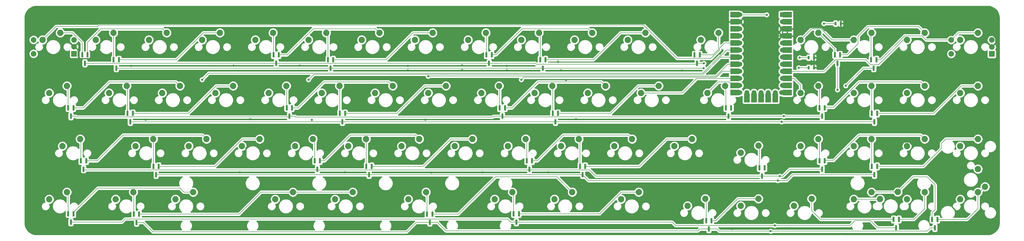
<source format=gbl>
G04 #@! TF.GenerationSoftware,KiCad,Pcbnew,(5.1.9)-1*
G04 #@! TF.CreationDate,2021-06-08T14:52:31-04:00*
G04 #@! TF.ProjectId,kastenwagen-pcb,6b617374-656e-4776-9167-656e2d706362,rev?*
G04 #@! TF.SameCoordinates,Original*
G04 #@! TF.FileFunction,Copper,L2,Bot*
G04 #@! TF.FilePolarity,Positive*
%FSLAX46Y46*%
G04 Gerber Fmt 4.6, Leading zero omitted, Abs format (unit mm)*
G04 Created by KiCad (PCBNEW (5.1.9)-1) date 2021-06-08 14:52:31*
%MOMM*%
%LPD*%
G01*
G04 APERTURE LIST*
G04 #@! TA.AperFunction,SMDPad,CuDef*
%ADD10R,0.700000X1.300000*%
G04 #@! TD*
G04 #@! TA.AperFunction,ComponentPad*
%ADD11C,2.250000*%
G04 #@! TD*
G04 #@! TA.AperFunction,ComponentPad*
%ADD12R,2.000000X2.000000*%
G04 #@! TD*
G04 #@! TA.AperFunction,ComponentPad*
%ADD13C,2.000000*%
G04 #@! TD*
G04 #@! TA.AperFunction,SMDPad,CuDef*
%ADD14R,2.000000X3.250000*%
G04 #@! TD*
G04 #@! TA.AperFunction,SMDPad,CuDef*
%ADD15R,3.250000X2.000000*%
G04 #@! TD*
G04 #@! TA.AperFunction,ComponentPad*
%ADD16C,1.752600*%
G04 #@! TD*
G04 #@! TA.AperFunction,ComponentPad*
%ADD17R,1.752600X1.752600*%
G04 #@! TD*
G04 #@! TA.AperFunction,SMDPad,CuDef*
%ADD18R,0.800000X1.900000*%
G04 #@! TD*
G04 #@! TA.AperFunction,ViaPad*
%ADD19C,0.800000*%
G04 #@! TD*
G04 #@! TA.AperFunction,Conductor*
%ADD20C,0.203200*%
G04 #@! TD*
G04 #@! TA.AperFunction,Conductor*
%ADD21C,0.381000*%
G04 #@! TD*
G04 #@! TA.AperFunction,Conductor*
%ADD22C,0.254000*%
G04 #@! TD*
G04 #@! TA.AperFunction,Conductor*
%ADD23C,0.020000*%
G04 #@! TD*
G04 APERTURE END LIST*
D10*
G04 #@! TO.P,R3,1*
G04 #@! TO.N,GND*
X297876000Y-32867600D03*
G04 #@! TO.P,R3,2*
G04 #@! TO.N,LED3R*
X295976000Y-32867600D03*
G04 #@! TD*
G04 #@! TO.P,R2,1*
G04 #@! TO.N,GND*
X297850000Y-29250000D03*
G04 #@! TO.P,R2,2*
G04 #@! TO.N,LED2R*
X295950000Y-29250000D03*
G04 #@! TD*
G04 #@! TO.P,R1,1*
G04 #@! TO.N,GND*
X307450000Y-17000000D03*
G04 #@! TO.P,R1,2*
G04 #@! TO.N,LED1R*
X305550000Y-17000000D03*
G04 #@! TD*
D11*
G04 #@! TO.P,MX437,2*
G04 #@! TO.N,Net-(D437-Pad1)*
X158908750Y-77470000D03*
G04 #@! TO.P,MX437,1*
G04 #@! TO.N,Col3*
X152558750Y-80010000D03*
G04 #@! TD*
G04 #@! TO.P,MX417,2*
G04 #@! TO.N,Net-(D407-Pad2)*
X111283750Y-77470000D03*
G04 #@! TO.P,MX417,1*
G04 #@! TO.N,Col1*
X104933750Y-80010000D03*
G04 #@! TD*
G04 #@! TO.P,MX417.700,2*
G04 #@! TO.N,Net-(D407-Pad2)*
X132715000Y-77470000D03*
G04 #@! TO.P,MX417.700,1*
G04 #@! TO.N,Col1*
X126365000Y-80010000D03*
G04 #@! TD*
G04 #@! TO.P,MX477.200,2*
G04 #@! TO.N,Net-(D477-Pad1)*
X327863200Y-77444600D03*
G04 #@! TO.P,MX477.200,1*
G04 #@! TO.N,Col7*
X321513200Y-79984600D03*
G04 #@! TD*
G04 #@! TO.P,MX487.200,2*
G04 #@! TO.N,Net-(D477-Pad2)*
X359092500Y-75565000D03*
G04 #@! TO.P,MX487.200,1*
G04 #@! TO.N,Col8*
X356552500Y-69215000D03*
G04 #@! TD*
G04 #@! TO.P,MX253,2*
G04 #@! TO.N,Net-(D243-Pad2)*
X242252500Y-39370000D03*
G04 #@! TO.P,MX253,1*
G04 #@! TO.N,Col5*
X235902500Y-41910000D03*
G04 #@! TD*
D12*
G04 #@! TO.P,RSW181,A*
G04 #@! TO.N,Rotary1A*
X361512500Y-27900000D03*
D13*
G04 #@! TO.P,RSW181,C*
G04 #@! TO.N,GND*
X361512500Y-25400000D03*
G04 #@! TO.P,RSW181,B*
G04 #@! TO.N,Rotary1B*
X361512500Y-22900000D03*
G04 #@! TO.P,RSW181,S2*
G04 #@! TO.N,Col8*
X347012500Y-27900000D03*
G04 #@! TO.P,RSW181,S1*
G04 #@! TO.N,Net-(D171-Pad2)*
X347012500Y-22900000D03*
G04 #@! TD*
D12*
G04 #@! TO.P,RSW100,A*
G04 #@! TO.N,Rotary0A*
X32900000Y-27856250D03*
D13*
G04 #@! TO.P,RSW100,C*
G04 #@! TO.N,GND*
X32900000Y-25356250D03*
G04 #@! TO.P,RSW100,B*
G04 #@! TO.N,Rotary0B*
X32900000Y-22856250D03*
G04 #@! TO.P,RSW100,S2*
G04 #@! TO.N,Col0*
X18400000Y-27856250D03*
G04 #@! TO.P,RSW100,S1*
G04 #@! TO.N,Net-(D100-Pad1)*
X18400000Y-22856250D03*
G04 #@! TD*
D14*
G04 #@! TO.P,U1,29*
G04 #@! TO.N,Row6*
X273800000Y-43685000D03*
G04 #@! TO.P,U1,28*
G04 #@! TO.N,Row5*
X276340000Y-43685000D03*
G04 #@! TO.P,U1,27*
G04 #@! TO.N,Row4*
X278880000Y-43685000D03*
G04 #@! TO.P,U1,26*
G04 #@! TO.N,Row3*
X281420000Y-43685000D03*
G04 #@! TO.P,U1,25*
G04 #@! TO.N,Row2*
X283960000Y-43685000D03*
D15*
G04 #@! TO.P,U1,24*
G04 #@! TO.N,LED1*
X269482000Y-13840000D03*
G04 #@! TO.P,U1,23*
G04 #@! TO.N,GND*
X269482000Y-16380000D03*
G04 #@! TO.P,U1,22*
G04 #@! TO.N,Net-(U1-Pad22)*
X269482000Y-18920000D03*
G04 #@! TO.P,U1,21*
G04 #@! TO.N,Net-(U1-Pad21)*
X269482000Y-21460000D03*
G04 #@! TO.P,U1,20*
G04 #@! TO.N,Col0*
X269482000Y-24000000D03*
G04 #@! TO.P,U1,19*
G04 #@! TO.N,Col1*
X269482000Y-26540000D03*
G04 #@! TO.P,U1,18*
G04 #@! TO.N,Col2*
X269482000Y-29080000D03*
G04 #@! TO.P,U1,17*
G04 #@! TO.N,Col3*
X269482000Y-31620000D03*
G04 #@! TO.P,U1,16*
G04 #@! TO.N,Col4*
X269482000Y-34160000D03*
G04 #@! TO.P,U1,15*
G04 #@! TO.N,Col5*
X269482000Y-36700000D03*
G04 #@! TO.P,U1,14*
G04 #@! TO.N,Col6*
X269482000Y-39240000D03*
G04 #@! TO.P,U1,13*
G04 #@! TO.N,Row7*
X269482000Y-41780000D03*
G04 #@! TO.P,U1,12*
G04 #@! TO.N,Row1*
X288278000Y-41780000D03*
G04 #@! TO.P,U1,11*
G04 #@! TO.N,Row0*
X288278000Y-39240000D03*
G04 #@! TO.P,U1,10*
G04 #@! TO.N,Col7*
X288278000Y-36700000D03*
G04 #@! TO.P,U1,9*
G04 #@! TO.N,Col8*
X288278000Y-34160000D03*
G04 #@! TO.P,U1,8*
G04 #@! TO.N,LED3*
X288278000Y-31620000D03*
G04 #@! TO.P,U1,7*
G04 #@! TO.N,LED2*
X288278000Y-29080000D03*
G04 #@! TO.P,U1,6*
G04 #@! TO.N,Rotary0A*
X288278000Y-26540000D03*
G04 #@! TO.P,U1,5*
G04 #@! TO.N,Rotary0B*
X288278000Y-24000000D03*
G04 #@! TO.P,U1,4*
G04 #@! TO.N,GND*
X288278000Y-21460000D03*
G04 #@! TO.P,U1,3*
X288278000Y-18920000D03*
G04 #@! TO.P,U1,2*
G04 #@! TO.N,Rotary1B*
X288278000Y-16380000D03*
G04 #@! TO.P,U1,1*
G04 #@! TO.N,Rotary1A*
X288278000Y-13840000D03*
D16*
G04 #@! TO.P,U1,25*
G04 #@! TO.N,Row2*
X283960000Y-41780000D03*
G04 #@! TO.P,U1,26*
G04 #@! TO.N,Row3*
X281420000Y-41780000D03*
G04 #@! TO.P,U1,27*
G04 #@! TO.N,Row4*
X278880000Y-41780000D03*
G04 #@! TO.P,U1,28*
G04 #@! TO.N,Row5*
X276340000Y-41780000D03*
G04 #@! TO.P,U1,29*
G04 #@! TO.N,Row6*
X273800000Y-41780000D03*
G04 #@! TO.P,U1,24*
G04 #@! TO.N,LED1*
X271260000Y-13840000D03*
G04 #@! TO.P,U1,12*
G04 #@! TO.N,Row1*
X286271400Y-41780000D03*
G04 #@! TO.P,U1,23*
G04 #@! TO.N,GND*
X271260000Y-16380000D03*
G04 #@! TO.P,U1,22*
G04 #@! TO.N,Net-(U1-Pad22)*
X271260000Y-18920000D03*
G04 #@! TO.P,U1,21*
G04 #@! TO.N,Net-(U1-Pad21)*
X271260000Y-21460000D03*
G04 #@! TO.P,U1,20*
G04 #@! TO.N,Col0*
X271260000Y-24000000D03*
G04 #@! TO.P,U1,19*
G04 #@! TO.N,Col1*
X271260000Y-26540000D03*
G04 #@! TO.P,U1,18*
G04 #@! TO.N,Col2*
X271260000Y-29080000D03*
G04 #@! TO.P,U1,17*
G04 #@! TO.N,Col3*
X271260000Y-31620000D03*
G04 #@! TO.P,U1,16*
G04 #@! TO.N,Col4*
X271260000Y-34160000D03*
G04 #@! TO.P,U1,15*
G04 #@! TO.N,Col5*
X271260000Y-36700000D03*
G04 #@! TO.P,U1,14*
G04 #@! TO.N,Col6*
X271260000Y-39240000D03*
G04 #@! TO.P,U1,13*
G04 #@! TO.N,Row7*
X271260000Y-41780000D03*
G04 #@! TO.P,U1,11*
G04 #@! TO.N,Row0*
X286500000Y-39240000D03*
G04 #@! TO.P,U1,10*
G04 #@! TO.N,Col7*
X286500000Y-36700000D03*
G04 #@! TO.P,U1,9*
G04 #@! TO.N,Col8*
X286500000Y-34160000D03*
G04 #@! TO.P,U1,8*
G04 #@! TO.N,LED3*
X286500000Y-31620000D03*
G04 #@! TO.P,U1,7*
G04 #@! TO.N,LED2*
X286500000Y-29080000D03*
G04 #@! TO.P,U1,6*
G04 #@! TO.N,Rotary0A*
X286500000Y-26540000D03*
G04 #@! TO.P,U1,5*
G04 #@! TO.N,Rotary0B*
X286500000Y-24000000D03*
G04 #@! TO.P,U1,4*
G04 #@! TO.N,GND*
X286500000Y-21460000D03*
G04 #@! TO.P,U1,3*
X286500000Y-18920000D03*
G04 #@! TO.P,U1,2*
G04 #@! TO.N,Rotary1B*
X286500000Y-16380000D03*
D17*
G04 #@! TO.P,U1,1*
G04 #@! TO.N,Rotary1A*
X286500000Y-13840000D03*
G04 #@! TD*
D11*
G04 #@! TO.P,MX487,2*
G04 #@! TO.N,Net-(D477-Pad2)*
X356552500Y-77470000D03*
G04 #@! TO.P,MX487,1*
G04 #@! TO.N,Col8*
X350202500Y-80010000D03*
G04 #@! TD*
G04 #@! TO.P,MX486,2*
G04 #@! TO.N,Net-(D476-Pad2)*
X337502500Y-77470000D03*
G04 #@! TO.P,MX486,1*
G04 #@! TO.N,Col8*
X331152500Y-80010000D03*
G04 #@! TD*
G04 #@! TO.P,MX477,2*
G04 #@! TO.N,Net-(D477-Pad1)*
X318452500Y-77470000D03*
G04 #@! TO.P,MX477,1*
G04 #@! TO.N,Col7*
X312102500Y-80010000D03*
G04 #@! TD*
G04 #@! TO.P,MX476,2*
G04 #@! TO.N,Net-(D476-Pad1)*
X297021250Y-79851250D03*
G04 #@! TO.P,MX476,1*
G04 #@! TO.N,Col7*
X290671250Y-82391250D03*
G04 #@! TD*
G04 #@! TO.P,MX467,2*
G04 #@! TO.N,Net-(D457-Pad2)*
X277971250Y-79851250D03*
G04 #@! TO.P,MX467,1*
G04 #@! TO.N,Col6*
X271621250Y-82391250D03*
G04 #@! TD*
G04 #@! TO.P,MX457,2*
G04 #@! TO.N,Net-(D457-Pad1)*
X258921250Y-79851250D03*
G04 #@! TO.P,MX457,1*
G04 #@! TO.N,Col5*
X252571250Y-82391250D03*
G04 #@! TD*
G04 #@! TO.P,MX456,2*
G04 #@! TO.N,Net-(D446-Pad2)*
X235108750Y-77470000D03*
G04 #@! TO.P,MX456,1*
G04 #@! TO.N,Col5*
X228758750Y-80010000D03*
G04 #@! TD*
G04 #@! TO.P,MX447,2*
G04 #@! TO.N,Net-(D437-Pad2)*
X211296250Y-77470000D03*
G04 #@! TO.P,MX447,1*
G04 #@! TO.N,Col4*
X204946250Y-80010000D03*
G04 #@! TD*
G04 #@! TO.P,MX446,2*
G04 #@! TO.N,Net-(D446-Pad1)*
X189865000Y-77470000D03*
G04 #@! TO.P,MX446,1*
G04 #@! TO.N,Col4*
X183515000Y-80010000D03*
G04 #@! TD*
G04 #@! TO.P,MX416,2*
G04 #@! TO.N,Net-(D406-Pad2)*
X75565000Y-77470000D03*
G04 #@! TO.P,MX416,1*
G04 #@! TO.N,Col1*
X69215000Y-80010000D03*
G04 #@! TD*
G04 #@! TO.P,MX407,2*
G04 #@! TO.N,Net-(D407-Pad1)*
X54133750Y-77470000D03*
G04 #@! TO.P,MX407,1*
G04 #@! TO.N,Col0*
X47783750Y-80010000D03*
G04 #@! TD*
G04 #@! TO.P,MX406,2*
G04 #@! TO.N,Net-(D406-Pad1)*
X30321250Y-77470000D03*
G04 #@! TO.P,MX406,1*
G04 #@! TO.N,Col0*
X23971250Y-80010000D03*
G04 #@! TD*
G04 #@! TO.P,MX385,2*
G04 #@! TO.N,Net-(D375-Pad2)*
X356552500Y-58420000D03*
G04 #@! TO.P,MX385,1*
G04 #@! TO.N,Col8*
X350202500Y-60960000D03*
G04 #@! TD*
G04 #@! TO.P,MX384,2*
G04 #@! TO.N,Net-(D374-Pad2)*
X337502500Y-58420000D03*
G04 #@! TO.P,MX384,1*
G04 #@! TO.N,Col8*
X331152500Y-60960000D03*
G04 #@! TD*
G04 #@! TO.P,MX375,2*
G04 #@! TO.N,Net-(D375-Pad1)*
X318452500Y-58420000D03*
G04 #@! TO.P,MX375,1*
G04 #@! TO.N,Col7*
X312102500Y-60960000D03*
G04 #@! TD*
G04 #@! TO.P,MX374,2*
G04 #@! TO.N,Net-(D374-Pad1)*
X299402500Y-58420000D03*
G04 #@! TO.P,MX374,1*
G04 #@! TO.N,Col7*
X293052500Y-60960000D03*
G04 #@! TD*
G04 #@! TO.P,MX364,2*
G04 #@! TO.N,Net-(D364-Pad1)*
X277971250Y-60801250D03*
G04 #@! TO.P,MX364,1*
G04 #@! TO.N,Col6*
X271621250Y-63341250D03*
G04 #@! TD*
G04 #@! TO.P,MX355,2*
G04 #@! TO.N,Net-(D345-Pad2)*
X254158750Y-58420000D03*
G04 #@! TO.P,MX355,1*
G04 #@! TO.N,Col5*
X247808750Y-60960000D03*
G04 #@! TD*
G04 #@! TO.P,MX354,2*
G04 #@! TO.N,Net-(D344-Pad2)*
X232727500Y-58420000D03*
G04 #@! TO.P,MX354,1*
G04 #@! TO.N,Col5*
X226377500Y-60960000D03*
G04 #@! TD*
G04 #@! TO.P,MX345,2*
G04 #@! TO.N,Net-(D345-Pad1)*
X213677500Y-58420000D03*
G04 #@! TO.P,MX345,1*
G04 #@! TO.N,Col4*
X207327500Y-60960000D03*
G04 #@! TD*
G04 #@! TO.P,MX344,2*
G04 #@! TO.N,Net-(D344-Pad1)*
X194627500Y-58420000D03*
G04 #@! TO.P,MX344,1*
G04 #@! TO.N,Col4*
X188277500Y-60960000D03*
G04 #@! TD*
G04 #@! TO.P,MX335,2*
G04 #@! TO.N,Net-(D325-Pad2)*
X175577500Y-58420000D03*
G04 #@! TO.P,MX335,1*
G04 #@! TO.N,Col3*
X169227500Y-60960000D03*
G04 #@! TD*
G04 #@! TO.P,MX334,2*
G04 #@! TO.N,Net-(D324-Pad2)*
X156527500Y-58420000D03*
G04 #@! TO.P,MX334,1*
G04 #@! TO.N,Col3*
X150177500Y-60960000D03*
G04 #@! TD*
G04 #@! TO.P,MX325,2*
G04 #@! TO.N,Net-(D325-Pad1)*
X137477500Y-58420000D03*
G04 #@! TO.P,MX325,1*
G04 #@! TO.N,Col2*
X131127500Y-60960000D03*
G04 #@! TD*
G04 #@! TO.P,MX324,2*
G04 #@! TO.N,Net-(D324-Pad1)*
X118427500Y-58420000D03*
G04 #@! TO.P,MX324,1*
G04 #@! TO.N,Col2*
X112077500Y-60960000D03*
G04 #@! TD*
G04 #@! TO.P,MX315,2*
G04 #@! TO.N,Net-(D305-Pad2)*
X99377500Y-58420000D03*
G04 #@! TO.P,MX315,1*
G04 #@! TO.N,Col1*
X93027500Y-60960000D03*
G04 #@! TD*
G04 #@! TO.P,MX314,2*
G04 #@! TO.N,Net-(D304-Pad2)*
X80327500Y-58420000D03*
G04 #@! TO.P,MX314,1*
G04 #@! TO.N,Col1*
X73977500Y-60960000D03*
G04 #@! TD*
G04 #@! TO.P,MX305,2*
G04 #@! TO.N,Net-(D305-Pad1)*
X61277500Y-58420000D03*
G04 #@! TO.P,MX305,1*
G04 #@! TO.N,Col0*
X54927500Y-60960000D03*
G04 #@! TD*
G04 #@! TO.P,MX304,2*
G04 #@! TO.N,Net-(D304-Pad1)*
X35083750Y-58420000D03*
G04 #@! TO.P,MX304,1*
G04 #@! TO.N,Col0*
X28733750Y-60960000D03*
G04 #@! TD*
G04 #@! TO.P,MX283,2*
G04 #@! TO.N,Net-(D273-Pad2)*
X356552500Y-39370000D03*
G04 #@! TO.P,MX283,1*
G04 #@! TO.N,Col8*
X350202500Y-41910000D03*
G04 #@! TD*
G04 #@! TO.P,MX282,2*
G04 #@! TO.N,Net-(D272-Pad2)*
X337502500Y-39370000D03*
G04 #@! TO.P,MX282,1*
G04 #@! TO.N,Col8*
X331152500Y-41910000D03*
G04 #@! TD*
G04 #@! TO.P,MX273,2*
G04 #@! TO.N,Net-(D273-Pad1)*
X318452500Y-39370000D03*
G04 #@! TO.P,MX273,1*
G04 #@! TO.N,Col7*
X312102500Y-41910000D03*
G04 #@! TD*
G04 #@! TO.P,MX272,2*
G04 #@! TO.N,Net-(D272-Pad1)*
X299402500Y-39370000D03*
G04 #@! TO.P,MX272,1*
G04 #@! TO.N,Col7*
X293052500Y-41910000D03*
G04 #@! TD*
G04 #@! TO.P,MX262,2*
G04 #@! TO.N,Net-(D262-Pad1)*
X266065000Y-39370000D03*
G04 #@! TO.P,MX262,1*
G04 #@! TO.N,Col6*
X259715000Y-41910000D03*
G04 #@! TD*
G04 #@! TO.P,MX252,2*
G04 #@! TO.N,Net-(D242-Pad2)*
X223202500Y-39370000D03*
G04 #@! TO.P,MX252,1*
G04 #@! TO.N,Col5*
X216852500Y-41910000D03*
G04 #@! TD*
G04 #@! TO.P,MX243,2*
G04 #@! TO.N,Net-(D243-Pad1)*
X204152500Y-39370000D03*
G04 #@! TO.P,MX243,1*
G04 #@! TO.N,Col4*
X197802500Y-41910000D03*
G04 #@! TD*
G04 #@! TO.P,MX242,2*
G04 #@! TO.N,Net-(D242-Pad1)*
X185102500Y-39370000D03*
G04 #@! TO.P,MX242,1*
G04 #@! TO.N,Col4*
X178752500Y-41910000D03*
G04 #@! TD*
G04 #@! TO.P,MX233,2*
G04 #@! TO.N,Net-(D223-Pad2)*
X166052500Y-39370000D03*
G04 #@! TO.P,MX233,1*
G04 #@! TO.N,Col3*
X159702500Y-41910000D03*
G04 #@! TD*
G04 #@! TO.P,MX232,2*
G04 #@! TO.N,Net-(D222-Pad2)*
X147002500Y-39370000D03*
G04 #@! TO.P,MX232,1*
G04 #@! TO.N,Col3*
X140652500Y-41910000D03*
G04 #@! TD*
G04 #@! TO.P,MX223,2*
G04 #@! TO.N,Net-(D223-Pad1)*
X127952500Y-39370000D03*
G04 #@! TO.P,MX223,1*
G04 #@! TO.N,Col2*
X121602500Y-41910000D03*
G04 #@! TD*
G04 #@! TO.P,MX222,2*
G04 #@! TO.N,Net-(D222-Pad1)*
X108902500Y-39370000D03*
G04 #@! TO.P,MX222,1*
G04 #@! TO.N,Col2*
X102552500Y-41910000D03*
G04 #@! TD*
G04 #@! TO.P,MX213,2*
G04 #@! TO.N,Net-(D203-Pad2)*
X89852500Y-39370000D03*
G04 #@! TO.P,MX213,1*
G04 #@! TO.N,Col1*
X83502500Y-41910000D03*
G04 #@! TD*
G04 #@! TO.P,MX212,2*
G04 #@! TO.N,Net-(D202-Pad2)*
X70802500Y-39370000D03*
G04 #@! TO.P,MX212,1*
G04 #@! TO.N,Col1*
X64452500Y-41910000D03*
G04 #@! TD*
G04 #@! TO.P,MX203,2*
G04 #@! TO.N,Net-(D203-Pad1)*
X51752500Y-39370000D03*
G04 #@! TO.P,MX203,1*
G04 #@! TO.N,Col0*
X45402500Y-41910000D03*
G04 #@! TD*
G04 #@! TO.P,MX202,2*
G04 #@! TO.N,Net-(D202-Pad1)*
X30321250Y-39370000D03*
G04 #@! TO.P,MX202,1*
G04 #@! TO.N,Col0*
X23971250Y-41910000D03*
G04 #@! TD*
G04 #@! TO.P,MX181,2*
G04 #@! TO.N,Net-(D171-Pad2)*
X356552500Y-20320000D03*
G04 #@! TO.P,MX181,1*
G04 #@! TO.N,Col8*
X350202500Y-22860000D03*
G04 #@! TD*
G04 #@! TO.P,MX180,2*
G04 #@! TO.N,Net-(D170-Pad2)*
X337502500Y-20320000D03*
G04 #@! TO.P,MX180,1*
G04 #@! TO.N,Col8*
X331152500Y-22860000D03*
G04 #@! TD*
G04 #@! TO.P,MX171,2*
G04 #@! TO.N,Net-(D171-Pad1)*
X318452500Y-20320000D03*
G04 #@! TO.P,MX171,1*
G04 #@! TO.N,Col7*
X312102500Y-22860000D03*
G04 #@! TD*
G04 #@! TO.P,MX170,2*
G04 #@! TO.N,Net-(D170-Pad1)*
X299402500Y-20320000D03*
G04 #@! TO.P,MX170,1*
G04 #@! TO.N,Col7*
X293052500Y-22860000D03*
G04 #@! TD*
G04 #@! TO.P,MX160,2*
G04 #@! TO.N,Net-(D160-Pad2)*
X263683750Y-20320000D03*
G04 #@! TO.P,MX160,1*
G04 #@! TO.N,Col6*
X257333750Y-22860000D03*
G04 #@! TD*
G04 #@! TO.P,MX151,2*
G04 #@! TO.N,Net-(D141-Pad2)*
X237490000Y-20320000D03*
G04 #@! TO.P,MX151,1*
G04 #@! TO.N,Col5*
X231140000Y-22860000D03*
G04 #@! TD*
G04 #@! TO.P,MX150,2*
G04 #@! TO.N,Net-(D140-Pad2)*
X218440000Y-20320000D03*
G04 #@! TO.P,MX150,1*
G04 #@! TO.N,Col5*
X212090000Y-22860000D03*
G04 #@! TD*
G04 #@! TO.P,MX141,2*
G04 #@! TO.N,Net-(D141-Pad1)*
X199390000Y-20320000D03*
G04 #@! TO.P,MX141,1*
G04 #@! TO.N,Col4*
X193040000Y-22860000D03*
G04 #@! TD*
G04 #@! TO.P,MX140,2*
G04 #@! TO.N,Net-(D140-Pad1)*
X180340000Y-20320000D03*
G04 #@! TO.P,MX140,1*
G04 #@! TO.N,Col4*
X173990000Y-22860000D03*
G04 #@! TD*
G04 #@! TO.P,MX131,2*
G04 #@! TO.N,Net-(D121-Pad2)*
X161290000Y-20320000D03*
G04 #@! TO.P,MX131,1*
G04 #@! TO.N,Col3*
X154940000Y-22860000D03*
G04 #@! TD*
G04 #@! TO.P,MX130,2*
G04 #@! TO.N,Net-(D120-Pad2)*
X142240000Y-20320000D03*
G04 #@! TO.P,MX130,1*
G04 #@! TO.N,Col3*
X135890000Y-22860000D03*
G04 #@! TD*
G04 #@! TO.P,MX121,2*
G04 #@! TO.N,Net-(D121-Pad1)*
X123190000Y-20320000D03*
G04 #@! TO.P,MX121,1*
G04 #@! TO.N,Col2*
X116840000Y-22860000D03*
G04 #@! TD*
G04 #@! TO.P,MX120,2*
G04 #@! TO.N,Net-(D120-Pad1)*
X104140000Y-20320000D03*
G04 #@! TO.P,MX120,1*
G04 #@! TO.N,Col2*
X97790000Y-22860000D03*
G04 #@! TD*
G04 #@! TO.P,MX111,2*
G04 #@! TO.N,Net-(D101-Pad2)*
X85090000Y-20320000D03*
G04 #@! TO.P,MX111,1*
G04 #@! TO.N,Col1*
X78740000Y-22860000D03*
G04 #@! TD*
G04 #@! TO.P,MX110,2*
G04 #@! TO.N,Net-(D100-Pad2)*
X66040000Y-20320000D03*
G04 #@! TO.P,MX110,1*
G04 #@! TO.N,Col1*
X59690000Y-22860000D03*
G04 #@! TD*
G04 #@! TO.P,MX101,2*
G04 #@! TO.N,Net-(D101-Pad1)*
X46990000Y-20320000D03*
G04 #@! TO.P,MX101,1*
G04 #@! TO.N,Col0*
X40640000Y-22860000D03*
G04 #@! TD*
G04 #@! TO.P,MX100,2*
G04 #@! TO.N,Net-(D100-Pad1)*
X27940000Y-20320000D03*
G04 #@! TO.P,MX100,1*
G04 #@! TO.N,Col0*
X21590000Y-22860000D03*
G04 #@! TD*
D18*
G04 #@! TO.P,D477,3*
G04 #@! TO.N,Row7*
X341122000Y-90271600D03*
G04 #@! TO.P,D477,2*
G04 #@! TO.N,Net-(D477-Pad2)*
X342072000Y-87271600D03*
G04 #@! TO.P,D477,1*
G04 #@! TO.N,Net-(D477-Pad1)*
X340172000Y-87271600D03*
G04 #@! TD*
G04 #@! TO.P,D476,3*
G04 #@! TO.N,Row6*
X327300000Y-90250000D03*
G04 #@! TO.P,D476,2*
G04 #@! TO.N,Net-(D476-Pad2)*
X328250000Y-87250000D03*
G04 #@! TO.P,D476,1*
G04 #@! TO.N,Net-(D476-Pad1)*
X326350000Y-87250000D03*
G04 #@! TD*
G04 #@! TO.P,D457,3*
G04 #@! TO.N,Row7*
X260200000Y-90706200D03*
G04 #@! TO.P,D457,2*
G04 #@! TO.N,Net-(D457-Pad2)*
X261150000Y-87706200D03*
G04 #@! TO.P,D457,1*
G04 #@! TO.N,Net-(D457-Pad1)*
X259250000Y-87706200D03*
G04 #@! TD*
G04 #@! TO.P,D446,3*
G04 #@! TO.N,Row6*
X191250000Y-88250000D03*
G04 #@! TO.P,D446,2*
G04 #@! TO.N,Net-(D446-Pad2)*
X192200000Y-85250000D03*
G04 #@! TO.P,D446,1*
G04 #@! TO.N,Net-(D446-Pad1)*
X190300000Y-85250000D03*
G04 #@! TD*
G04 #@! TO.P,D437,3*
G04 #@! TO.N,Row7*
X160274000Y-88368000D03*
G04 #@! TO.P,D437,2*
G04 #@! TO.N,Net-(D437-Pad2)*
X161224000Y-85368000D03*
G04 #@! TO.P,D437,1*
G04 #@! TO.N,Net-(D437-Pad1)*
X159324000Y-85368000D03*
G04 #@! TD*
G04 #@! TO.P,D407,3*
G04 #@! TO.N,Row7*
X55250000Y-88392000D03*
G04 #@! TO.P,D407,2*
G04 #@! TO.N,Net-(D407-Pad2)*
X56200000Y-85392000D03*
G04 #@! TO.P,D407,1*
G04 #@! TO.N,Net-(D407-Pad1)*
X54300000Y-85392000D03*
G04 #@! TD*
G04 #@! TO.P,D406,3*
G04 #@! TO.N,Row6*
X31750000Y-88250000D03*
G04 #@! TO.P,D406,2*
G04 #@! TO.N,Net-(D406-Pad2)*
X32700000Y-85250000D03*
G04 #@! TO.P,D406,1*
G04 #@! TO.N,Net-(D406-Pad1)*
X30800000Y-85250000D03*
G04 #@! TD*
G04 #@! TO.P,D375,3*
G04 #@! TO.N,Row5*
X319500000Y-71250000D03*
G04 #@! TO.P,D375,2*
G04 #@! TO.N,Net-(D375-Pad2)*
X320450000Y-68250000D03*
G04 #@! TO.P,D375,1*
G04 #@! TO.N,Net-(D375-Pad1)*
X318550000Y-68250000D03*
G04 #@! TD*
G04 #@! TO.P,D374,3*
G04 #@! TO.N,Row4*
X300750000Y-69250000D03*
G04 #@! TO.P,D374,2*
G04 #@! TO.N,Net-(D374-Pad2)*
X301700000Y-66250000D03*
G04 #@! TO.P,D374,1*
G04 #@! TO.N,Net-(D374-Pad1)*
X299800000Y-66250000D03*
G04 #@! TD*
G04 #@! TO.P,D364,3*
G04 #@! TO.N,Row4*
X279250000Y-71750000D03*
G04 #@! TO.P,D364,2*
G04 #@! TO.N,Net-(D364-Pad2)*
X280200000Y-68750000D03*
G04 #@! TO.P,D364,1*
G04 #@! TO.N,Net-(D364-Pad1)*
X278300000Y-68750000D03*
G04 #@! TD*
G04 #@! TO.P,D345,3*
G04 #@! TO.N,Row5*
X215000000Y-71250000D03*
G04 #@! TO.P,D345,2*
G04 #@! TO.N,Net-(D345-Pad2)*
X215950000Y-68250000D03*
G04 #@! TO.P,D345,1*
G04 #@! TO.N,Net-(D345-Pad1)*
X214050000Y-68250000D03*
G04 #@! TD*
G04 #@! TO.P,D344,3*
G04 #@! TO.N,Row4*
X195950000Y-69250000D03*
G04 #@! TO.P,D344,2*
G04 #@! TO.N,Net-(D344-Pad2)*
X196900000Y-66250000D03*
G04 #@! TO.P,D344,1*
G04 #@! TO.N,Net-(D344-Pad1)*
X195000000Y-66250000D03*
G04 #@! TD*
G04 #@! TO.P,D325,3*
G04 #@! TO.N,Row5*
X138500000Y-71250000D03*
G04 #@! TO.P,D325,2*
G04 #@! TO.N,Net-(D325-Pad2)*
X139450000Y-68250000D03*
G04 #@! TO.P,D325,1*
G04 #@! TO.N,Net-(D325-Pad1)*
X137550000Y-68250000D03*
G04 #@! TD*
G04 #@! TO.P,D324,3*
G04 #@! TO.N,Row4*
X120000000Y-69250000D03*
G04 #@! TO.P,D324,2*
G04 #@! TO.N,Net-(D324-Pad2)*
X120950000Y-66250000D03*
G04 #@! TO.P,D324,1*
G04 #@! TO.N,Net-(D324-Pad1)*
X119050000Y-66250000D03*
G04 #@! TD*
G04 #@! TO.P,D305,3*
G04 #@! TO.N,Row5*
X62250000Y-71250000D03*
G04 #@! TO.P,D305,2*
G04 #@! TO.N,Net-(D305-Pad2)*
X63200000Y-68250000D03*
G04 #@! TO.P,D305,1*
G04 #@! TO.N,Net-(D305-Pad1)*
X61300000Y-68250000D03*
G04 #@! TD*
G04 #@! TO.P,D304,3*
G04 #@! TO.N,Row4*
X36300000Y-69250000D03*
G04 #@! TO.P,D304,2*
G04 #@! TO.N,Net-(D304-Pad2)*
X37250000Y-66250000D03*
G04 #@! TO.P,D304,1*
G04 #@! TO.N,Net-(D304-Pad1)*
X35350000Y-66250000D03*
G04 #@! TD*
G04 #@! TO.P,D273,3*
G04 #@! TO.N,Row3*
X319500000Y-52250000D03*
G04 #@! TO.P,D273,2*
G04 #@! TO.N,Net-(D273-Pad2)*
X320450000Y-49250000D03*
G04 #@! TO.P,D273,1*
G04 #@! TO.N,Net-(D273-Pad1)*
X318550000Y-49250000D03*
G04 #@! TD*
G04 #@! TO.P,D272,3*
G04 #@! TO.N,Row2*
X300750000Y-50250000D03*
G04 #@! TO.P,D272,2*
G04 #@! TO.N,Net-(D272-Pad2)*
X301700000Y-47250000D03*
G04 #@! TO.P,D272,1*
G04 #@! TO.N,Net-(D272-Pad1)*
X299800000Y-47250000D03*
G04 #@! TD*
G04 #@! TO.P,D262,3*
G04 #@! TO.N,Row2*
X267250000Y-50250000D03*
G04 #@! TO.P,D262,2*
G04 #@! TO.N,Net-(D262-Pad2)*
X268200000Y-47250000D03*
G04 #@! TO.P,D262,1*
G04 #@! TO.N,Net-(D262-Pad1)*
X266300000Y-47250000D03*
G04 #@! TD*
G04 #@! TO.P,D243,3*
G04 #@! TO.N,Row3*
X205250000Y-52250000D03*
G04 #@! TO.P,D243,2*
G04 #@! TO.N,Net-(D243-Pad2)*
X206200000Y-49250000D03*
G04 #@! TO.P,D243,1*
G04 #@! TO.N,Net-(D243-Pad1)*
X204300000Y-49250000D03*
G04 #@! TD*
G04 #@! TO.P,D242,3*
G04 #@! TO.N,Row2*
X186250000Y-50250000D03*
G04 #@! TO.P,D242,2*
G04 #@! TO.N,Net-(D242-Pad2)*
X187200000Y-47250000D03*
G04 #@! TO.P,D242,1*
G04 #@! TO.N,Net-(D242-Pad1)*
X185300000Y-47250000D03*
G04 #@! TD*
G04 #@! TO.P,D223,3*
G04 #@! TO.N,Row3*
X129000000Y-52250000D03*
G04 #@! TO.P,D223,2*
G04 #@! TO.N,Net-(D223-Pad2)*
X129950000Y-49250000D03*
G04 #@! TO.P,D223,1*
G04 #@! TO.N,Net-(D223-Pad1)*
X128050000Y-49250000D03*
G04 #@! TD*
G04 #@! TO.P,D222,3*
G04 #@! TO.N,Row2*
X110000000Y-50250000D03*
G04 #@! TO.P,D222,2*
G04 #@! TO.N,Net-(D222-Pad2)*
X110950000Y-47250000D03*
G04 #@! TO.P,D222,1*
G04 #@! TO.N,Net-(D222-Pad1)*
X109050000Y-47250000D03*
G04 #@! TD*
G04 #@! TO.P,D203,3*
G04 #@! TO.N,Row3*
X53000000Y-52250000D03*
G04 #@! TO.P,D203,2*
G04 #@! TO.N,Net-(D203-Pad2)*
X53950000Y-49250000D03*
G04 #@! TO.P,D203,1*
G04 #@! TO.N,Net-(D203-Pad1)*
X52050000Y-49250000D03*
G04 #@! TD*
G04 #@! TO.P,D202,3*
G04 #@! TO.N,Row2*
X31750000Y-50250000D03*
G04 #@! TO.P,D202,2*
G04 #@! TO.N,Net-(D202-Pad2)*
X32700000Y-47250000D03*
G04 #@! TO.P,D202,1*
G04 #@! TO.N,Net-(D202-Pad1)*
X30800000Y-47250000D03*
G04 #@! TD*
G04 #@! TO.P,D171,3*
G04 #@! TO.N,Row1*
X319250000Y-33000000D03*
G04 #@! TO.P,D171,2*
G04 #@! TO.N,Net-(D171-Pad2)*
X320200000Y-30000000D03*
G04 #@! TO.P,D171,1*
G04 #@! TO.N,Net-(D171-Pad1)*
X318300000Y-30000000D03*
G04 #@! TD*
G04 #@! TO.P,D170,3*
G04 #@! TO.N,Row0*
X306250000Y-31250000D03*
G04 #@! TO.P,D170,2*
G04 #@! TO.N,Net-(D170-Pad2)*
X307200000Y-28250000D03*
G04 #@! TO.P,D170,1*
G04 #@! TO.N,Net-(D170-Pad1)*
X305300000Y-28250000D03*
G04 #@! TD*
G04 #@! TO.P,D160,3*
G04 #@! TO.N,Row0*
X256000000Y-31250000D03*
G04 #@! TO.P,D160,2*
G04 #@! TO.N,Net-(D160-Pad2)*
X256950000Y-28250000D03*
G04 #@! TO.P,D160,1*
G04 #@! TO.N,Net-(D160-Pad1)*
X255050000Y-28250000D03*
G04 #@! TD*
G04 #@! TO.P,D141,3*
G04 #@! TO.N,Row1*
X200750000Y-33000000D03*
G04 #@! TO.P,D141,2*
G04 #@! TO.N,Net-(D141-Pad2)*
X201700000Y-30000000D03*
G04 #@! TO.P,D141,1*
G04 #@! TO.N,Net-(D141-Pad1)*
X199800000Y-30000000D03*
G04 #@! TD*
G04 #@! TO.P,D140,3*
G04 #@! TO.N,Row0*
X181500000Y-31250000D03*
G04 #@! TO.P,D140,2*
G04 #@! TO.N,Net-(D140-Pad2)*
X182450000Y-28250000D03*
G04 #@! TO.P,D140,1*
G04 #@! TO.N,Net-(D140-Pad1)*
X180550000Y-28250000D03*
G04 #@! TD*
G04 #@! TO.P,D121,3*
G04 #@! TO.N,Row1*
X124750000Y-33000000D03*
G04 #@! TO.P,D121,2*
G04 #@! TO.N,Net-(D121-Pad2)*
X125700000Y-30000000D03*
G04 #@! TO.P,D121,1*
G04 #@! TO.N,Net-(D121-Pad1)*
X123800000Y-30000000D03*
G04 #@! TD*
G04 #@! TO.P,D120,3*
G04 #@! TO.N,Row0*
X105250000Y-31250000D03*
G04 #@! TO.P,D120,2*
G04 #@! TO.N,Net-(D120-Pad2)*
X106200000Y-28250000D03*
G04 #@! TO.P,D120,1*
G04 #@! TO.N,Net-(D120-Pad1)*
X104300000Y-28250000D03*
G04 #@! TD*
G04 #@! TO.P,D101,3*
G04 #@! TO.N,Row1*
X48000000Y-33000000D03*
G04 #@! TO.P,D101,2*
G04 #@! TO.N,Net-(D101-Pad2)*
X48950000Y-30000000D03*
G04 #@! TO.P,D101,1*
G04 #@! TO.N,Net-(D101-Pad1)*
X47050000Y-30000000D03*
G04 #@! TD*
G04 #@! TO.P,D100,3*
G04 #@! TO.N,Row0*
X36750000Y-31250000D03*
G04 #@! TO.P,D100,2*
G04 #@! TO.N,Net-(D100-Pad2)*
X37700000Y-28250000D03*
G04 #@! TO.P,D100,1*
G04 #@! TO.N,Net-(D100-Pad1)*
X35800000Y-28250000D03*
G04 #@! TD*
D19*
G04 #@! TO.N,LED1*
X280924000Y-13868400D03*
G04 #@! TO.N,LED1R*
X301396400Y-17018000D03*
G04 #@! TO.N,LED2R*
X292709600Y-29260800D03*
G04 #@! TO.N,LED3R*
X292404800Y-32867600D03*
G04 #@! TO.N,Row0*
X306247800Y-40792400D03*
X258419600Y-31292800D03*
G04 #@! TO.N,Row1*
X309245000Y-39319200D03*
X258368800Y-33020000D03*
G04 #@! TO.N,Row2*
X287005800Y-50250000D03*
G04 #@! TO.N,Row3*
X286304200Y-52250000D03*
G04 #@! TO.N,Row4*
X285602600Y-71750000D03*
G04 #@! TO.N,Row5*
X284886400Y-73355200D03*
G04 #@! TO.N,Row6*
X283819600Y-89458800D03*
G04 #@! TO.N,Row7*
X282335599Y-91501601D03*
G04 #@! TO.N,Col1*
X78740000Y-37147500D03*
G04 #@! TO.N,Col2*
X116840000Y-37147500D03*
G04 #@! TO.N,Col3*
X159702500Y-35902821D03*
G04 #@! TO.N,Col4*
X193040000Y-37147500D03*
G04 #@! TO.N,GND*
X41300400Y-17119600D03*
X300000001Y-28118401D03*
X238750000Y-22500000D03*
X206500000Y-21000000D03*
X194250000Y-20750000D03*
X183750000Y-20750000D03*
X164750000Y-21750000D03*
X145500000Y-21750000D03*
X120000000Y-21500000D03*
X108250000Y-21250000D03*
X61500000Y-21000000D03*
X44000000Y-22250000D03*
X40500000Y-47250000D03*
X41250000Y-59250000D03*
X43000000Y-67750000D03*
X43500004Y-78750000D03*
X43500000Y-85250000D03*
X53250000Y-22250000D03*
X57750000Y-41750000D03*
X58500000Y-54500000D03*
X58750000Y-60000000D03*
X60500000Y-80750000D03*
X62750000Y-89500000D03*
X90000000Y-21250000D03*
X93500000Y-37250000D03*
X96000000Y-60000000D03*
X92750000Y-67250000D03*
X92250000Y-77750000D03*
X100250000Y-85000000D03*
X86461600Y-89611200D03*
X109321600Y-89662000D03*
X120243600Y-83362800D03*
X132537200Y-89712800D03*
X142544800Y-83108800D03*
X155143200Y-90627200D03*
X165303200Y-88442800D03*
X169418000Y-80111600D03*
X178003200Y-84378800D03*
X182880000Y-89204800D03*
X110337600Y-25450800D03*
X113741200Y-38608000D03*
X118008400Y-47396400D03*
X123698000Y-58877200D03*
X128270000Y-66802000D03*
X171805600Y-45212000D03*
X180695600Y-60147200D03*
X147980400Y-24434800D03*
X152349200Y-39471600D03*
X155143200Y-48006000D03*
X160782000Y-59029600D03*
X92202000Y-70408800D03*
X129895600Y-70358000D03*
X160782000Y-70459600D03*
X179171600Y-70358000D03*
X58521600Y-51460400D03*
X96012000Y-51358800D03*
X118008400Y-51548400D03*
X158648400Y-51460400D03*
X53238400Y-32156400D03*
X90017600Y-32105600D03*
X113690400Y-32105600D03*
X152400000Y-33782000D03*
X152400000Y-32156400D03*
X171805600Y-32004000D03*
X171805600Y-33731200D03*
X187756800Y-29667200D03*
X187807600Y-32156400D03*
X187858400Y-33791600D03*
X190449200Y-40538400D03*
X193548000Y-47853600D03*
X199491600Y-58978800D03*
X199796400Y-62687200D03*
X202488800Y-66802000D03*
X202692000Y-70408800D03*
X201371200Y-77419200D03*
X200406000Y-86817200D03*
X205892400Y-89814400D03*
X221996000Y-89458800D03*
X225044000Y-84988400D03*
X222707200Y-76301600D03*
X218287600Y-72300001D03*
X219964000Y-69799200D03*
X220573600Y-61976000D03*
X215849200Y-54610000D03*
X212598000Y-51308000D03*
X209702400Y-42367200D03*
X209042000Y-37236400D03*
X207162400Y-33782000D03*
X206197200Y-30734000D03*
X235966000Y-37846000D03*
X229616000Y-41198800D03*
X232867200Y-47599600D03*
X244246400Y-47650400D03*
X248970800Y-55676800D03*
X255270000Y-69088000D03*
X256895600Y-74625200D03*
X266903200Y-87477600D03*
X268478000Y-90678000D03*
X273608800Y-92557600D03*
X303479200Y-36423600D03*
X307644800Y-38455600D03*
X308559200Y-41605200D03*
X308711600Y-49479200D03*
X307340000Y-57810400D03*
X307848000Y-67716400D03*
X306781200Y-78028800D03*
X307035200Y-83566000D03*
X307390800Y-88341200D03*
X308000400Y-90474800D03*
X309372000Y-92557600D03*
X315468000Y-67868800D03*
X317754000Y-74676000D03*
X325018400Y-79197200D03*
X322376800Y-85496400D03*
X321564000Y-88798400D03*
X332892400Y-89204800D03*
X334873600Y-92557600D03*
X339496400Y-79654400D03*
X346100400Y-71628000D03*
X343154000Y-64312800D03*
X338988400Y-60909200D03*
X324713600Y-61366400D03*
X315772800Y-59537600D03*
X315569600Y-54762400D03*
X315468000Y-49377600D03*
X314401200Y-31902400D03*
X315417200Y-28752800D03*
X323443600Y-26822400D03*
X330014800Y-17000000D03*
X328726800Y-31851600D03*
X335076800Y-34188400D03*
X333400400Y-39776400D03*
X328625200Y-47040800D03*
X328726800Y-54305200D03*
X339140800Y-53492400D03*
X351180400Y-85140800D03*
X357886000Y-90170000D03*
X358597200Y-50292000D03*
X358952800Y-35204400D03*
X306730400Y-24282400D03*
X312503600Y-17000000D03*
X317144400Y-90119200D03*
X262534400Y-48768000D03*
X272694400Y-48615600D03*
X275183600Y-51358800D03*
X280974800Y-61823600D03*
X288899600Y-66141600D03*
X289966400Y-70256400D03*
X287883600Y-79552800D03*
X287426400Y-90474800D03*
X290728400Y-51206400D03*
X296570400Y-51257200D03*
X291388800Y-47396400D03*
X252053710Y-18938800D03*
X251358400Y-30530800D03*
X249986800Y-38658800D03*
X250596400Y-33883600D03*
X264210800Y-27838400D03*
X266750800Y-28143200D03*
X265226800Y-22758400D03*
X262280400Y-34290000D03*
X259588000Y-35102800D03*
X260350000Y-38811200D03*
X263448800Y-40995600D03*
X316280800Y-22098000D03*
X316451200Y-17000000D03*
X37338000Y-20980400D03*
X33223200Y-19354800D03*
X33782000Y-16916400D03*
X147980400Y-88493600D03*
X330000000Y-14750000D03*
X316500000Y-14750000D03*
X312500000Y-14750000D03*
X278500000Y-48000000D03*
X281000000Y-47500000D03*
X283000000Y-47250000D03*
X285000000Y-46500000D03*
X286000000Y-45250000D03*
X266250000Y-35500000D03*
X283362400Y-34442400D03*
G04 #@! TD*
D20*
G04 #@! TO.N,LED1*
X271260000Y-13840000D02*
X269482000Y-13840000D01*
X271288400Y-13868400D02*
X271260000Y-13840000D01*
X280924000Y-13868400D02*
X271288400Y-13868400D01*
G04 #@! TO.N,LED1R*
X305532000Y-17018000D02*
X305550000Y-17000000D01*
X301396400Y-17018000D02*
X305532000Y-17018000D01*
G04 #@! TO.N,LED2*
X288278000Y-29080000D02*
X286500000Y-29080000D01*
G04 #@! TO.N,LED2R*
X295939200Y-29260800D02*
X295950000Y-29250000D01*
X292709600Y-29260800D02*
X295939200Y-29260800D01*
G04 #@! TO.N,LED3*
X286500000Y-31620000D02*
X288278000Y-31620000D01*
G04 #@! TO.N,LED3R*
X292404800Y-32867600D02*
X295976000Y-32867600D01*
G04 #@! TO.N,Row0*
X288278000Y-39240000D02*
X286500000Y-39240000D01*
X306247800Y-31252200D02*
X306250000Y-31250000D01*
X306247800Y-40792400D02*
X306247800Y-31252200D01*
X105248399Y-31251601D02*
X105250000Y-31250000D01*
X36751601Y-31251601D02*
X105248399Y-31251601D01*
X36750000Y-31250000D02*
X36751601Y-31251601D01*
X181498399Y-31251601D02*
X181500000Y-31250000D01*
X105251601Y-31251601D02*
X181498399Y-31251601D01*
X105250000Y-31250000D02*
X105251601Y-31251601D01*
X181500000Y-31250000D02*
X198026400Y-31250000D01*
X198026400Y-31250000D02*
X198374000Y-31597600D01*
X255652400Y-31597600D02*
X256000000Y-31250000D01*
X198374000Y-31597600D02*
X255652400Y-31597600D01*
X256042800Y-31292800D02*
X256000000Y-31250000D01*
X258419600Y-31292800D02*
X256042800Y-31292800D01*
G04 #@! TO.N,Net-(D100-Pad2)*
X64613399Y-18893399D02*
X66040000Y-20320000D01*
X42495231Y-18893399D02*
X64613399Y-18893399D01*
X37700000Y-23688630D02*
X42495231Y-18893399D01*
X37700000Y-28250000D02*
X37700000Y-23688630D01*
G04 #@! TO.N,Net-(D100-Pad1)*
X32290120Y-20320000D02*
X27940000Y-20320000D01*
X35800000Y-23829880D02*
X32290120Y-20320000D01*
X35800000Y-28250000D02*
X35800000Y-23829880D01*
G04 #@! TO.N,Row1*
X286271400Y-41780000D02*
X288278000Y-41780000D01*
X315564200Y-33000000D02*
X319250000Y-33000000D01*
X309245000Y-39319200D02*
X315564200Y-33000000D01*
X48000000Y-33000000D02*
X124750000Y-33000000D01*
X124750000Y-33000000D02*
X200750000Y-33000000D01*
X200750000Y-33000000D02*
X258348800Y-33000000D01*
X258348800Y-33000000D02*
X258368800Y-33020000D01*
G04 #@! TO.N,Net-(D101-Pad2)*
X79168630Y-20320000D02*
X85090000Y-20320000D01*
X69488630Y-30000000D02*
X79168630Y-20320000D01*
X48950000Y-30000000D02*
X69488630Y-30000000D01*
G04 #@! TO.N,Net-(D101-Pad1)*
X47050000Y-20380000D02*
X46990000Y-20320000D01*
X47050000Y-30000000D02*
X47050000Y-20380000D01*
G04 #@! TO.N,Net-(D120-Pad2)*
X106200000Y-28250000D02*
X109164000Y-28250000D01*
X140813399Y-18893399D02*
X142240000Y-20320000D01*
X118520601Y-18893399D02*
X140813399Y-18893399D01*
X109164000Y-28250000D02*
X118520601Y-18893399D01*
G04 #@! TO.N,Net-(D120-Pad1)*
X104300000Y-20480000D02*
X104140000Y-20320000D01*
X104300000Y-28250000D02*
X104300000Y-20480000D01*
G04 #@! TO.N,Net-(D121-Pad2)*
X154279600Y-20320000D02*
X161290000Y-20320000D01*
X144599600Y-30000000D02*
X154279600Y-20320000D01*
X125700000Y-30000000D02*
X144599600Y-30000000D01*
G04 #@! TO.N,Net-(D121-Pad1)*
X123800000Y-20930000D02*
X123190000Y-20320000D01*
X123800000Y-30000000D02*
X123800000Y-20930000D01*
G04 #@! TO.N,Net-(D140-Pad2)*
X182450000Y-28250000D02*
X183941600Y-28250000D01*
X217013399Y-18893399D02*
X218440000Y-20320000D01*
X193298201Y-18893399D02*
X217013399Y-18893399D01*
X183941600Y-28250000D02*
X193298201Y-18893399D01*
G04 #@! TO.N,Net-(D140-Pad1)*
X180550000Y-20530000D02*
X180340000Y-20320000D01*
X180550000Y-28250000D02*
X180550000Y-20530000D01*
G04 #@! TO.N,Net-(D141-Pad2)*
X201700000Y-30000000D02*
X218920000Y-30000000D01*
X228600000Y-20320000D02*
X237490000Y-20320000D01*
X218920000Y-30000000D02*
X228600000Y-20320000D01*
G04 #@! TO.N,Net-(D141-Pad1)*
X199800000Y-20730000D02*
X199390000Y-20320000D01*
X199800000Y-30000000D02*
X199800000Y-20730000D01*
G04 #@! TO.N,Net-(D160-Pad2)*
X263683750Y-26257342D02*
X263683750Y-20320000D01*
X261691092Y-28250000D02*
X263683750Y-26257342D01*
X256950000Y-28250000D02*
X261691092Y-28250000D01*
G04 #@! TO.N,Net-(D170-Pad2)*
X335267300Y-18084800D02*
X337502500Y-20320000D01*
X317144400Y-18084800D02*
X335267300Y-18084800D01*
X313639200Y-21590000D02*
X317144400Y-18084800D01*
X313639200Y-24334670D02*
X313639200Y-21590000D01*
X309723870Y-28250000D02*
X313639200Y-24334670D01*
X307200000Y-28250000D02*
X309723870Y-28250000D01*
G04 #@! TO.N,Net-(D170-Pad1)*
X305300000Y-26217500D02*
X299402500Y-20320000D01*
X305300000Y-28250000D02*
X305300000Y-26217500D01*
G04 #@! TO.N,Row2*
X283960000Y-41780000D02*
X283960000Y-43685000D01*
X300750000Y-50250000D02*
X267250000Y-50250000D01*
X186501601Y-50501601D02*
X186250000Y-50250000D01*
X266998399Y-50501601D02*
X186501601Y-50501601D01*
X267250000Y-50250000D02*
X266998399Y-50501601D01*
X111972000Y-50250000D02*
X110000000Y-50250000D01*
X112318800Y-50596800D02*
X111972000Y-50250000D01*
X182727600Y-50596800D02*
X112318800Y-50596800D01*
X183074400Y-50250000D02*
X182727600Y-50596800D01*
X186250000Y-50250000D02*
X183074400Y-50250000D01*
X109748399Y-50501601D02*
X33636001Y-50501601D01*
X110000000Y-50250000D02*
X109748399Y-50501601D01*
X33384400Y-50250000D02*
X31750000Y-50250000D01*
X33636001Y-50501601D02*
X33384400Y-50250000D01*
G04 #@! TO.N,Net-(D202-Pad2)*
X32700000Y-47250000D02*
X36214400Y-47250000D01*
X69375899Y-37943399D02*
X70802500Y-39370000D01*
X45521001Y-37943399D02*
X69375899Y-37943399D01*
X36214400Y-47250000D02*
X45521001Y-37943399D01*
G04 #@! TO.N,Net-(D202-Pad1)*
X30800000Y-39848750D02*
X30321250Y-39370000D01*
X30800000Y-47250000D02*
X30800000Y-39848750D01*
G04 #@! TO.N,Row3*
X281420000Y-43685000D02*
X281420000Y-41780000D01*
X319500000Y-52250000D02*
X205250000Y-52250000D01*
X53000000Y-52250000D02*
X129000000Y-52250000D01*
X129000000Y-52250000D02*
X205250000Y-52250000D01*
G04 #@! TO.N,Net-(D203-Pad2)*
X53950000Y-49250000D02*
X73838400Y-49250000D01*
X83718400Y-39370000D02*
X89852500Y-39370000D01*
X73838400Y-49250000D02*
X83718400Y-39370000D01*
G04 #@! TO.N,Net-(D203-Pad1)*
X52050000Y-39667500D02*
X51752500Y-39370000D01*
X52050000Y-49250000D02*
X52050000Y-39667500D01*
G04 #@! TO.N,Net-(D222-Pad2)*
X110950000Y-47250000D02*
X113074800Y-47250000D01*
X145575899Y-37943399D02*
X147002500Y-39370000D01*
X122381401Y-37943399D02*
X145575899Y-37943399D01*
X113074800Y-47250000D02*
X122381401Y-37943399D01*
G04 #@! TO.N,Net-(D222-Pad1)*
X109050000Y-39517500D02*
X108902500Y-39370000D01*
X109050000Y-47250000D02*
X109050000Y-39517500D01*
G04 #@! TO.N,Net-(D223-Pad2)*
X129950000Y-49250000D02*
X148514400Y-49250000D01*
X158394400Y-39370000D02*
X166052500Y-39370000D01*
X148514400Y-49250000D02*
X158394400Y-39370000D01*
G04 #@! TO.N,Net-(D223-Pad1)*
X128050000Y-39467500D02*
X127952500Y-39370000D01*
X128050000Y-49250000D02*
X128050000Y-39467500D01*
G04 #@! TO.N,Net-(D242-Pad2)*
X187200000Y-47250000D02*
X189681200Y-47250000D01*
X221775899Y-37943399D02*
X223202500Y-39370000D01*
X198987801Y-37943399D02*
X221775899Y-37943399D01*
X189681200Y-47250000D02*
X198987801Y-37943399D01*
G04 #@! TO.N,Net-(D242-Pad1)*
X185300000Y-39567500D02*
X185102500Y-39370000D01*
X185300000Y-47250000D02*
X185300000Y-39567500D01*
G04 #@! TO.N,Net-(D243-Pad2)*
X206200000Y-49250000D02*
X225070000Y-49250000D01*
X234950000Y-39370000D02*
X242252500Y-39370000D01*
X225070000Y-49250000D02*
X234950000Y-39370000D01*
G04 #@! TO.N,Net-(D243-Pad1)*
X204300000Y-39517500D02*
X204152500Y-39370000D01*
X204300000Y-49250000D02*
X204300000Y-39517500D01*
G04 #@! TO.N,Net-(D262-Pad1)*
X266300000Y-39605000D02*
X266065000Y-39370000D01*
X266300000Y-47250000D02*
X266300000Y-39605000D01*
G04 #@! TO.N,Net-(D272-Pad2)*
X313957731Y-37943399D02*
X304901600Y-46999530D01*
X336075899Y-37943399D02*
X313957731Y-37943399D01*
X337502500Y-39370000D02*
X336075899Y-37943399D01*
X301950470Y-46999530D02*
X301700000Y-47250000D01*
X304901600Y-46999530D02*
X301950470Y-46999530D01*
G04 #@! TO.N,Net-(D272-Pad1)*
X299800000Y-39767500D02*
X299402500Y-39370000D01*
X299800000Y-47250000D02*
X299800000Y-39767500D01*
G04 #@! TO.N,Net-(D273-Pad2)*
X340751130Y-49250000D02*
X320450000Y-49250000D01*
X350631130Y-39370000D02*
X340751130Y-49250000D01*
X356552500Y-39370000D02*
X350631130Y-39370000D01*
G04 #@! TO.N,Net-(D273-Pad1)*
X318550000Y-39467500D02*
X318452500Y-39370000D01*
X318550000Y-49250000D02*
X318550000Y-39467500D01*
G04 #@! TO.N,Row4*
X278880000Y-41780000D02*
X278880000Y-43685000D01*
X300750000Y-69250000D02*
X289169400Y-69250000D01*
X289169400Y-69250000D02*
X286669400Y-71750000D01*
X279250000Y-71750000D02*
X219679600Y-71750000D01*
X196201601Y-69501601D02*
X195950000Y-69250000D01*
X217431201Y-69501601D02*
X196201601Y-69501601D01*
X219679600Y-71750000D02*
X217431201Y-69501601D01*
X120251601Y-69501601D02*
X120000000Y-69250000D01*
X195698399Y-69501601D02*
X120251601Y-69501601D01*
X195950000Y-69250000D02*
X195698399Y-69501601D01*
X36551601Y-69501601D02*
X36300000Y-69250000D01*
X119748399Y-69501601D02*
X36551601Y-69501601D01*
X120000000Y-69250000D02*
X119748399Y-69501601D01*
X285602600Y-71750000D02*
X279250000Y-71750000D01*
X286669400Y-71750000D02*
X285602600Y-71750000D01*
G04 #@! TO.N,Net-(D304-Pad2)*
X37250000Y-66250000D02*
X41192000Y-66250000D01*
X78900899Y-56993399D02*
X80327500Y-58420000D01*
X50448601Y-56993399D02*
X78900899Y-56993399D01*
X41192000Y-66250000D02*
X50448601Y-56993399D01*
G04 #@! TO.N,Net-(D304-Pad1)*
X35350000Y-58686250D02*
X35083750Y-58420000D01*
X35350000Y-66250000D02*
X35350000Y-58686250D01*
G04 #@! TO.N,Row5*
X276340000Y-41780000D02*
X276340000Y-43685000D01*
X62250000Y-71250000D02*
X138500000Y-71250000D01*
X138500000Y-71250000D02*
X215000000Y-71250000D01*
X288137600Y-73355200D02*
X284886400Y-73355200D01*
X290242800Y-71250000D02*
X288137600Y-73355200D01*
X319500000Y-71250000D02*
X290242800Y-71250000D01*
X215000000Y-71250000D02*
X217105200Y-73355200D01*
X217105200Y-73355200D02*
X284886400Y-73355200D01*
G04 #@! TO.N,Net-(D305-Pad2)*
X63200000Y-68250000D02*
X83337200Y-68250000D01*
X93167200Y-58420000D02*
X99377500Y-58420000D01*
X83337200Y-68250000D02*
X93167200Y-58420000D01*
G04 #@! TO.N,Net-(D305-Pad1)*
X61300000Y-58442500D02*
X61277500Y-58420000D01*
X61300000Y-68250000D02*
X61300000Y-58442500D01*
G04 #@! TO.N,Net-(D324-Pad2)*
X120950000Y-66250000D02*
X122573600Y-66250000D01*
X155100899Y-56993399D02*
X156527500Y-58420000D01*
X131830201Y-56993399D02*
X155100899Y-56993399D01*
X122573600Y-66250000D02*
X131830201Y-56993399D01*
G04 #@! TO.N,Net-(D324-Pad1)*
X119050000Y-59042500D02*
X118427500Y-58420000D01*
X119050000Y-66250000D02*
X119050000Y-59042500D01*
G04 #@! TO.N,Net-(D325-Pad2)*
X139450000Y-68250000D02*
X157962400Y-68250000D01*
X167792400Y-58420000D02*
X175577500Y-58420000D01*
X157962400Y-68250000D02*
X167792400Y-58420000D01*
G04 #@! TO.N,Net-(D325-Pad1)*
X137550000Y-58492500D02*
X137477500Y-58420000D01*
X137550000Y-68250000D02*
X137550000Y-58492500D01*
G04 #@! TO.N,Net-(D344-Pad2)*
X196900000Y-66250000D02*
X198773600Y-66250000D01*
X231300899Y-56993399D02*
X232727500Y-58420000D01*
X208030201Y-56993399D02*
X231300899Y-56993399D01*
X198773600Y-66250000D02*
X208030201Y-56993399D01*
G04 #@! TO.N,Net-(D344-Pad1)*
X195000000Y-58792500D02*
X194627500Y-58420000D01*
X195000000Y-66250000D02*
X195000000Y-58792500D01*
G04 #@! TO.N,Net-(D345-Pad2)*
X215950000Y-68250000D02*
X235280000Y-68250000D01*
X245110000Y-58420000D02*
X254158750Y-58420000D01*
X235280000Y-68250000D02*
X245110000Y-58420000D01*
G04 #@! TO.N,Net-(D345-Pad1)*
X214050000Y-58792500D02*
X213677500Y-58420000D01*
X214050000Y-68250000D02*
X214050000Y-58792500D01*
G04 #@! TO.N,Net-(D364-Pad1)*
X278300000Y-61130000D02*
X277971250Y-60801250D01*
X278300000Y-68750000D02*
X278300000Y-61130000D01*
G04 #@! TO.N,Net-(D374-Pad2)*
X313957731Y-56993399D02*
X304850800Y-66100330D01*
X336075899Y-56993399D02*
X313957731Y-56993399D01*
X337502500Y-58420000D02*
X336075899Y-56993399D01*
X301849670Y-66100330D02*
X301700000Y-66250000D01*
X304850800Y-66100330D02*
X301849670Y-66100330D01*
G04 #@! TO.N,Net-(D374-Pad1)*
X299800000Y-58817500D02*
X299402500Y-58420000D01*
X299800000Y-66250000D02*
X299800000Y-58817500D01*
G04 #@! TO.N,Net-(D375-Pad2)*
X343461999Y-60016909D02*
X345058908Y-58420000D01*
X343461999Y-61821871D02*
X343461999Y-60016909D01*
X345058908Y-58420000D02*
X356552500Y-58420000D01*
X337033870Y-68250000D02*
X343461999Y-61821871D01*
X320450000Y-68250000D02*
X337033870Y-68250000D01*
G04 #@! TO.N,Net-(D375-Pad1)*
X318550000Y-58517500D02*
X318452500Y-58420000D01*
X318550000Y-68250000D02*
X318550000Y-58517500D01*
G04 #@! TO.N,Row6*
X273800000Y-41780000D02*
X273800000Y-43685000D01*
X31750000Y-88250000D02*
X50027600Y-88250000D01*
X51161201Y-87116399D02*
X188106799Y-87116399D01*
X50027600Y-88250000D02*
X51161201Y-87116399D01*
X189240400Y-88250000D02*
X191250000Y-88250000D01*
X188106799Y-87116399D02*
X189240400Y-88250000D01*
X248255399Y-89454599D02*
X247050800Y-88250000D01*
X247050800Y-88250000D02*
X191250000Y-88250000D01*
X310770061Y-89454599D02*
X248255399Y-89454599D01*
X312540661Y-87683999D02*
X310770061Y-89454599D01*
X318061999Y-87683999D02*
X312540661Y-87683999D01*
X320628000Y-90250000D02*
X318061999Y-87683999D01*
X327300000Y-90250000D02*
X320628000Y-90250000D01*
G04 #@! TO.N,Net-(D406-Pad2)*
X41356601Y-76043399D02*
X70801509Y-76043399D01*
X32700000Y-85250000D02*
X32700000Y-84700000D01*
X72228110Y-77470000D02*
X75565000Y-77470000D01*
X70801509Y-76043399D02*
X72228110Y-77470000D01*
X32700000Y-84700000D02*
X41356601Y-76043399D01*
G04 #@! TO.N,Net-(D406-Pad1)*
X30800000Y-77948750D02*
X30321250Y-77470000D01*
X30800000Y-85250000D02*
X30800000Y-77948750D01*
G04 #@! TO.N,Row7*
X271260000Y-41780000D02*
X269482000Y-41780000D01*
X263121400Y-90706200D02*
X260200000Y-90706200D01*
X263916801Y-91501601D02*
X263121400Y-90706200D01*
X160274000Y-88368000D02*
X163044000Y-88368000D01*
X166036601Y-91360601D02*
X256263799Y-91360601D01*
X163044000Y-88368000D02*
X166036601Y-91360601D01*
X256918200Y-90706200D02*
X260200000Y-90706200D01*
X256263799Y-91360601D02*
X256918200Y-90706200D01*
X341122000Y-90271600D02*
X339598000Y-90271600D01*
X339598000Y-90271600D02*
X338367999Y-91501601D01*
X282335599Y-91501601D02*
X263916801Y-91501601D01*
X338367999Y-91501601D02*
X282335599Y-91501601D01*
X155370400Y-88368000D02*
X160274000Y-88368000D01*
X151993600Y-91744800D02*
X155370400Y-88368000D01*
X61112400Y-91744800D02*
X151993600Y-91744800D01*
X57759600Y-88392000D02*
X61112400Y-91744800D01*
X55250000Y-88392000D02*
X57759600Y-88392000D01*
G04 #@! TO.N,Net-(D407-Pad2)*
X56200000Y-85392000D02*
X91950800Y-85392000D01*
X99872800Y-77470000D02*
X111283750Y-77470000D01*
X91950800Y-85392000D02*
X99872800Y-77470000D01*
X111283750Y-77470000D02*
X132715000Y-77470000D01*
G04 #@! TO.N,Net-(D407-Pad1)*
X54300000Y-77636250D02*
X54133750Y-77470000D01*
X54300000Y-85392000D02*
X54300000Y-77636250D01*
G04 #@! TO.N,Net-(D437-Pad2)*
X161224000Y-85368000D02*
X170460800Y-85368000D01*
X205825749Y-71999499D02*
X211296250Y-77470000D01*
X183829301Y-71999499D02*
X205825749Y-71999499D01*
X170460800Y-85368000D02*
X183829301Y-71999499D01*
G04 #@! TO.N,Net-(D437-Pad1)*
X159324000Y-77885250D02*
X158908750Y-77470000D01*
X159324000Y-85368000D02*
X159324000Y-77885250D01*
G04 #@! TO.N,Net-(D446-Pad2)*
X228854000Y-77470000D02*
X235108750Y-77470000D01*
X221074000Y-85250000D02*
X228854000Y-77470000D01*
X192200000Y-85250000D02*
X221074000Y-85250000D01*
G04 #@! TO.N,Net-(D446-Pad1)*
X190300000Y-77905000D02*
X189865000Y-77470000D01*
X190300000Y-85250000D02*
X190300000Y-77905000D01*
G04 #@! TO.N,Net-(D457-Pad2)*
X262686800Y-87706200D02*
X261150000Y-87706200D01*
X270541750Y-79851250D02*
X262686800Y-87706200D01*
X277971250Y-79851250D02*
X270541750Y-79851250D01*
G04 #@! TO.N,Net-(D457-Pad1)*
X259250000Y-80180000D02*
X258921250Y-79851250D01*
X259250000Y-87706200D02*
X259250000Y-80180000D01*
G04 #@! TO.N,Net-(D476-Pad2)*
X333659842Y-87250000D02*
X328250000Y-87250000D01*
X337502500Y-83407342D02*
X333659842Y-87250000D01*
X337502500Y-77470000D02*
X337502500Y-83407342D01*
G04 #@! TO.N,Net-(D476-Pad1)*
X300138630Y-87250000D02*
X326350000Y-87250000D01*
X297021250Y-84132620D02*
X300138630Y-87250000D01*
X297021250Y-79851250D02*
X297021250Y-84132620D01*
G04 #@! TO.N,Net-(D477-Pad2)*
X357187500Y-77470000D02*
X356552500Y-77470000D01*
X359092500Y-75565000D02*
X357187500Y-77470000D01*
X352688242Y-87271600D02*
X342072000Y-87271600D01*
X356552500Y-83407342D02*
X352688242Y-87271600D01*
X356552500Y-77470000D02*
X356552500Y-83407342D01*
G04 #@! TO.N,Net-(D477-Pad1)*
X318477900Y-77444600D02*
X318452500Y-77470000D01*
X327863200Y-77444600D02*
X318477900Y-77444600D01*
X341219101Y-74861909D02*
X341219101Y-83773699D01*
X338331291Y-71974099D02*
X341219101Y-74861909D01*
X333333701Y-71974099D02*
X338331291Y-71974099D01*
X327863200Y-77444600D02*
X333333701Y-71974099D01*
X340172000Y-84820800D02*
X340172000Y-87271600D01*
X341219101Y-83773699D02*
X340172000Y-84820800D01*
G04 #@! TO.N,Col0*
X271260000Y-24000000D02*
X269482000Y-24000000D01*
X248782971Y-29501601D02*
X236842280Y-17560910D01*
X261009716Y-29501601D02*
X248782971Y-29501601D01*
X264086960Y-26424357D02*
X261009716Y-29501601D01*
X264086960Y-25795420D02*
X264086960Y-26424357D01*
X265882380Y-24000000D02*
X264086960Y-25795420D01*
X269482000Y-24000000D02*
X265882380Y-24000000D01*
X41897460Y-17560910D02*
X41424370Y-18034000D01*
X236842280Y-17560910D02*
X41897460Y-17560910D01*
X26416000Y-18034000D02*
X41424370Y-18034000D01*
X21590000Y-22860000D02*
X26416000Y-18034000D01*
G04 #@! TO.N,Col1*
X271260000Y-26540000D02*
X269482000Y-26540000D01*
X269482000Y-26540000D02*
X266564574Y-26540000D01*
X266564574Y-26540000D02*
X264427785Y-28676789D01*
X264427785Y-28676789D02*
X264122984Y-28676790D01*
X264122984Y-28676790D02*
X258001774Y-34798000D01*
X258001774Y-34798000D02*
X81089500Y-34798000D01*
X81089500Y-34798000D02*
X78740000Y-37147500D01*
G04 #@! TO.N,Col2*
X271260000Y-29080000D02*
X269482000Y-29080000D01*
X118786289Y-35201211D02*
X116840000Y-37147500D01*
X258168789Y-35201211D02*
X118786289Y-35201211D01*
X264290000Y-29080000D02*
X258168789Y-35201211D01*
X269482000Y-29080000D02*
X264290000Y-29080000D01*
G04 #@! TO.N,Col3*
X271260000Y-31620000D02*
X269482000Y-31620000D01*
X269482000Y-31620000D02*
X267023374Y-31620000D01*
X267023374Y-31620000D02*
X262791353Y-35852021D01*
X262791353Y-35852021D02*
X159753300Y-35852021D01*
X159753300Y-35852021D02*
X159702500Y-35902821D01*
G04 #@! TO.N,Col4*
X271260000Y-34160000D02*
X269482000Y-34160000D01*
X193890710Y-36296790D02*
X193040000Y-37147500D01*
X262916810Y-36296790D02*
X193890710Y-36296790D01*
X265053600Y-34160000D02*
X262916810Y-36296790D01*
X269482000Y-34160000D02*
X265053600Y-34160000D01*
G04 #@! TO.N,Col5*
X271260000Y-36700000D02*
X269482000Y-36700000D01*
X255908000Y-36700000D02*
X269482000Y-36700000D01*
X250698000Y-41910000D02*
X255908000Y-36700000D01*
X235902500Y-41910000D02*
X250698000Y-41910000D01*
G04 #@! TO.N,Col6*
X269482000Y-39240000D02*
X271260000Y-39240000D01*
X263681601Y-37943399D02*
X259715000Y-41910000D01*
X267560399Y-37943399D02*
X263681601Y-37943399D01*
X268857000Y-39240000D02*
X267560399Y-37943399D01*
X269482000Y-39240000D02*
X268857000Y-39240000D01*
G04 #@! TO.N,Col7*
X286500000Y-36700000D02*
X288278000Y-36700000D01*
X293052500Y-39077900D02*
X293052500Y-41910000D01*
X290674600Y-36700000D02*
X293052500Y-39077900D01*
X288278000Y-36700000D02*
X290674600Y-36700000D01*
X321487800Y-80010000D02*
X321513200Y-79984600D01*
X312102500Y-80010000D02*
X321487800Y-80010000D01*
X304360000Y-22860000D02*
X312102500Y-22860000D01*
X297019101Y-18893399D02*
X300393399Y-18893399D01*
X300393399Y-18893399D02*
X304360000Y-22860000D01*
X293052500Y-22860000D02*
X297019101Y-18893399D01*
G04 #@! TO.N,Col8*
X286500000Y-34160000D02*
X288278000Y-34160000D01*
X316405517Y-29998399D02*
X318155517Y-31748399D01*
X305608719Y-29998399D02*
X316405517Y-29998399D01*
X318155517Y-31748399D02*
X320990899Y-31748399D01*
X301447118Y-34160000D02*
X305608719Y-29998399D01*
X288278000Y-34160000D02*
X301447118Y-34160000D01*
X329879298Y-22860000D02*
X331152500Y-22860000D01*
X320990899Y-31748399D02*
X329879298Y-22860000D01*
D21*
G04 #@! TO.N,GND*
X286500000Y-18920000D02*
X288278000Y-18920000D01*
X286500000Y-21460000D02*
X286500000Y-18920000D01*
X288278000Y-21460000D02*
X286500000Y-21460000D01*
X271260000Y-16380000D02*
X269482000Y-16380000D01*
X276340000Y-21460000D02*
X271260000Y-16380000D01*
X286500000Y-21460000D02*
X276340000Y-21460000D01*
X362903001Y-24009499D02*
X361512500Y-25400000D01*
X362903001Y-22232559D02*
X362903001Y-24009499D01*
X357670442Y-17000000D02*
X362903001Y-22232559D01*
X307450000Y-17000000D02*
X307450000Y-18550000D01*
X307450000Y-18550000D02*
X306500000Y-19500000D01*
X300597237Y-18401289D02*
X294098711Y-18401289D01*
X301695948Y-19500000D02*
X300597237Y-18401289D01*
X306500000Y-19500000D02*
X301695948Y-19500000D01*
X293580000Y-18920000D02*
X288278000Y-18920000D01*
X294098711Y-18401289D02*
X293580000Y-18920000D01*
X297876000Y-29276000D02*
X297850000Y-29250000D01*
X297876000Y-32867600D02*
X297876000Y-29276000D01*
X297850000Y-29250000D02*
X298868402Y-29250000D01*
X298868402Y-29250000D02*
X300000001Y-28118401D01*
X33102902Y-25356250D02*
X32900000Y-25356250D01*
X34290501Y-26543849D02*
X33102902Y-25356250D01*
X35087599Y-29590501D02*
X34290501Y-28793403D01*
X42065599Y-25937303D02*
X38412401Y-29590501D01*
X34290501Y-28793403D02*
X34290501Y-26543849D01*
X42065599Y-24184401D02*
X42065599Y-25937303D01*
X38412401Y-29590501D02*
X35087599Y-29590501D01*
X44000000Y-22250000D02*
X42065599Y-24184401D01*
X43500004Y-85249996D02*
X43500000Y-85250000D01*
X43500004Y-78750000D02*
X43500004Y-85249996D01*
X94453099Y-65546901D02*
X92750000Y-67250000D01*
X94453099Y-61546901D02*
X94453099Y-65546901D01*
X96000000Y-60000000D02*
X94453099Y-61546901D01*
X108250000Y-23363200D02*
X110337600Y-25450800D01*
X108250000Y-21250000D02*
X108250000Y-23363200D01*
X145500000Y-21954400D02*
X147980400Y-24434800D01*
X145500000Y-21750000D02*
X145500000Y-21954400D01*
X199491600Y-62382400D02*
X199796400Y-62687200D01*
X199491600Y-58978800D02*
X199491600Y-62382400D01*
X232968800Y-37846000D02*
X229616000Y-41198800D01*
X235966000Y-37846000D02*
X232968800Y-37846000D01*
X244195600Y-47599600D02*
X244246400Y-47650400D01*
X232867200Y-47599600D02*
X244195600Y-47599600D01*
X307644800Y-40690800D02*
X308559200Y-41605200D01*
X307644800Y-38455600D02*
X307644800Y-40690800D01*
X306781200Y-83312000D02*
X307035200Y-83566000D01*
X306781200Y-78028800D02*
X306781200Y-83312000D01*
X315315600Y-67716400D02*
X315468000Y-67868800D01*
X307848000Y-67716400D02*
X315315600Y-67716400D01*
X326635501Y-59444499D02*
X324713600Y-61366400D01*
X331879941Y-59444499D02*
X326635501Y-59444499D01*
X333344642Y-60909200D02*
X331879941Y-59444499D01*
X338988400Y-60909200D02*
X333344642Y-60909200D01*
X308813200Y-49377600D02*
X308711600Y-49479200D01*
X315468000Y-49377600D02*
X308813200Y-49377600D01*
X314198000Y-31902400D02*
X314401200Y-31902400D01*
X307644800Y-38455600D02*
X314198000Y-31902400D01*
X330014800Y-17000000D02*
X357670442Y-17000000D01*
X332740000Y-31851600D02*
X335076800Y-34188400D01*
X328726800Y-31851600D02*
X332740000Y-31851600D01*
X329164642Y-47040800D02*
X328625200Y-47040800D01*
X331148001Y-44467199D02*
X331148001Y-45057441D01*
X331148001Y-45057441D02*
X329164642Y-47040800D01*
X333400400Y-42214800D02*
X331148001Y-44467199D01*
X333400400Y-39776400D02*
X333400400Y-42214800D01*
X329539600Y-53492400D02*
X339140800Y-53492400D01*
X328726800Y-54305200D02*
X329539600Y-53492400D01*
X349650358Y-85140800D02*
X351180400Y-85140800D01*
X346100400Y-81590842D02*
X349650358Y-85140800D01*
X346100400Y-71628000D02*
X346100400Y-81590842D01*
X355396800Y-53492400D02*
X358597200Y-50292000D01*
X339140800Y-53492400D02*
X355396800Y-53492400D01*
X357936800Y-34188400D02*
X358952800Y-35204400D01*
X335076800Y-34188400D02*
X357936800Y-34188400D01*
X307450000Y-17000000D02*
X312503600Y-17000000D01*
X261416800Y-47650400D02*
X262534400Y-48768000D01*
X244246400Y-47650400D02*
X261416800Y-47650400D01*
X284581600Y-61823600D02*
X288899600Y-66141600D01*
X280974800Y-61823600D02*
X284581600Y-61823600D01*
X296519600Y-51206400D02*
X296570400Y-51257200D01*
X290728400Y-51206400D02*
X296519600Y-51206400D01*
X300105958Y-36423600D02*
X303479200Y-36423600D01*
X294568001Y-41961557D02*
X300105958Y-36423600D01*
X294568001Y-43651514D02*
X294568001Y-41961557D01*
X291388800Y-46830715D02*
X294568001Y-43651514D01*
X291388800Y-47396400D02*
X291388800Y-46830715D01*
X260400800Y-34290000D02*
X259588000Y-35102800D01*
X262280400Y-34290000D02*
X260400800Y-34290000D01*
X316451200Y-17000000D02*
X330014800Y-17000000D01*
X312503600Y-17000000D02*
X316451200Y-17000000D01*
X34848800Y-20980400D02*
X33223200Y-19354800D01*
X37338000Y-20980400D02*
X34848800Y-20980400D01*
X41097200Y-16916400D02*
X41300400Y-17119600D01*
X33782000Y-16916400D02*
X41097200Y-16916400D01*
X330014800Y-14764800D02*
X330000000Y-14750000D01*
X330014800Y-17000000D02*
X330014800Y-14764800D01*
X316500000Y-16951200D02*
X316451200Y-17000000D01*
X316500000Y-14750000D02*
X316500000Y-16951200D01*
X312500000Y-16996400D02*
X312503600Y-17000000D01*
X312500000Y-14750000D02*
X312500000Y-16996400D01*
X277884400Y-48615600D02*
X278500000Y-48000000D01*
X272694400Y-48615600D02*
X277884400Y-48615600D01*
X280500000Y-48000000D02*
X281000000Y-47500000D01*
X278500000Y-48000000D02*
X280500000Y-48000000D01*
X282750000Y-47500000D02*
X283000000Y-47250000D01*
X281000000Y-47500000D02*
X282750000Y-47500000D01*
X284250000Y-47250000D02*
X285000000Y-46500000D01*
X283000000Y-47250000D02*
X284250000Y-47250000D01*
X285000000Y-46250000D02*
X286000000Y-45250000D01*
X285000000Y-46500000D02*
X285000000Y-46250000D01*
X288146400Y-47396400D02*
X291388800Y-47396400D01*
X286000000Y-45250000D02*
X288146400Y-47396400D01*
X41351200Y-17068800D02*
X41300400Y-17119600D01*
X251510800Y-17068800D02*
X41351200Y-17068800D01*
X252199600Y-16380000D02*
X251510800Y-17068800D01*
X269482000Y-16380000D02*
X252199600Y-16380000D01*
X283362400Y-24597600D02*
X283362400Y-34442400D01*
X286500000Y-21460000D02*
X283362400Y-24597600D01*
D20*
G04 #@! TO.N,Rotary0B*
X286500000Y-24000000D02*
X288278000Y-24000000D01*
G04 #@! TO.N,Rotary0A*
X286500000Y-26540000D02*
X288278000Y-26540000D01*
G04 #@! TO.N,Rotary1B*
X288278000Y-16380000D02*
X286500000Y-16380000D01*
G04 #@! TO.N,Rotary1A*
X286500000Y-13840000D02*
X288278000Y-13840000D01*
G04 #@! TO.N,Net-(U1-Pad21)*
X269482000Y-21460000D02*
X271260000Y-21460000D01*
G04 #@! TO.N,Net-(D171-Pad2)*
X349592500Y-20320000D02*
X347012500Y-22900000D01*
X356552500Y-20320000D02*
X349592500Y-20320000D01*
X320200000Y-30000000D02*
X321713800Y-30000000D01*
X336504529Y-21433399D02*
X337971130Y-22900000D01*
X330280401Y-21433399D02*
X336504529Y-21433399D01*
X337971130Y-22900000D02*
X347012500Y-22900000D01*
X321713800Y-30000000D02*
X330280401Y-21433399D01*
G04 #@! TO.N,Net-(D171-Pad1)*
X318300000Y-20472500D02*
X318452500Y-20320000D01*
X318300000Y-30000000D02*
X318300000Y-20472500D01*
G04 #@! TO.N,Net-(U1-Pad22)*
X271260000Y-18920000D02*
X269482000Y-18920000D01*
G04 #@! TD*
D22*
G04 #@! TO.N,GND*
X360754747Y-10805281D02*
X361485643Y-11005231D01*
X362169575Y-11331450D01*
X362784928Y-11773626D01*
X363312259Y-12317789D01*
X363734886Y-12946726D01*
X364039463Y-13640570D01*
X364217715Y-14383039D01*
X364265000Y-15026949D01*
X364265001Y-88467258D01*
X364194719Y-89254748D01*
X363994769Y-89985643D01*
X363668550Y-90669575D01*
X363226374Y-91284928D01*
X362682211Y-91812259D01*
X362053274Y-92234886D01*
X361359429Y-92539464D01*
X360616961Y-92717714D01*
X359973051Y-92765000D01*
X19532731Y-92765000D01*
X18745252Y-92694719D01*
X18014357Y-92494769D01*
X17330425Y-92168550D01*
X16715072Y-91726374D01*
X16187741Y-91182211D01*
X15765114Y-90553274D01*
X15460536Y-89859429D01*
X15282286Y-89116961D01*
X15235000Y-88473051D01*
X15235000Y-82401278D01*
X21191250Y-82401278D01*
X21191250Y-82698722D01*
X21249279Y-82990451D01*
X21363106Y-83265253D01*
X21528357Y-83512569D01*
X21738681Y-83722893D01*
X21985997Y-83888144D01*
X22260799Y-84001971D01*
X22552528Y-84060000D01*
X22849972Y-84060000D01*
X23141701Y-84001971D01*
X23416503Y-83888144D01*
X23663819Y-83722893D01*
X23874143Y-83512569D01*
X24039394Y-83265253D01*
X24153221Y-82990451D01*
X24211250Y-82698722D01*
X24211250Y-82401278D01*
X24189330Y-82291076D01*
X25152350Y-82291076D01*
X25152350Y-82808924D01*
X25253377Y-83316822D01*
X25451549Y-83795251D01*
X25739250Y-84225826D01*
X26105424Y-84592000D01*
X26535999Y-84879701D01*
X27014428Y-85077873D01*
X27522326Y-85178900D01*
X28040174Y-85178900D01*
X28548072Y-85077873D01*
X29026501Y-84879701D01*
X29457076Y-84592000D01*
X29763332Y-84285744D01*
X29761928Y-84300000D01*
X29761928Y-86200000D01*
X29774188Y-86324482D01*
X29810498Y-86444180D01*
X29869463Y-86554494D01*
X29948815Y-86651185D01*
X30045506Y-86730537D01*
X30155820Y-86789502D01*
X30275518Y-86825812D01*
X30400000Y-86838072D01*
X30911905Y-86838072D01*
X30898815Y-86848815D01*
X30819463Y-86945506D01*
X30760498Y-87055820D01*
X30724188Y-87175518D01*
X30711928Y-87300000D01*
X30711928Y-89200000D01*
X30724188Y-89324482D01*
X30760498Y-89444180D01*
X30819463Y-89554494D01*
X30898815Y-89651185D01*
X30995506Y-89730537D01*
X31105820Y-89789502D01*
X31225518Y-89825812D01*
X31350000Y-89838072D01*
X32150000Y-89838072D01*
X32274482Y-89825812D01*
X32394180Y-89789502D01*
X32504494Y-89730537D01*
X32601185Y-89651185D01*
X32680537Y-89554494D01*
X32739502Y-89444180D01*
X32775812Y-89324482D01*
X32788072Y-89200000D01*
X32788072Y-88986600D01*
X49991417Y-88986600D01*
X50027600Y-88990164D01*
X50063783Y-88986600D01*
X50063786Y-88986600D01*
X50171999Y-88975942D01*
X50310849Y-88933822D01*
X50438813Y-88865424D01*
X50550975Y-88773375D01*
X50574045Y-88745264D01*
X51466311Y-87852999D01*
X54211928Y-87852999D01*
X54211928Y-89342000D01*
X54224188Y-89466482D01*
X54260498Y-89586180D01*
X54319463Y-89696494D01*
X54398815Y-89793185D01*
X54495506Y-89872537D01*
X54605820Y-89931502D01*
X54725518Y-89967812D01*
X54850000Y-89980072D01*
X55650000Y-89980072D01*
X55774482Y-89967812D01*
X55894180Y-89931502D01*
X56004494Y-89872537D01*
X56101185Y-89793185D01*
X56180537Y-89696494D01*
X56239502Y-89586180D01*
X56275812Y-89466482D01*
X56288072Y-89342000D01*
X56288072Y-89128600D01*
X57454491Y-89128600D01*
X60565959Y-92240069D01*
X60589025Y-92268175D01*
X60617131Y-92291241D01*
X60617132Y-92291242D01*
X60620824Y-92294272D01*
X60701187Y-92360224D01*
X60829151Y-92428622D01*
X60968001Y-92470742D01*
X61076214Y-92481400D01*
X61076223Y-92481400D01*
X61112399Y-92484963D01*
X61148575Y-92481400D01*
X151957417Y-92481400D01*
X151993600Y-92484964D01*
X152029783Y-92481400D01*
X152029786Y-92481400D01*
X152137999Y-92470742D01*
X152276849Y-92428622D01*
X152404813Y-92360224D01*
X152516975Y-92268175D01*
X152540046Y-92240063D01*
X155675509Y-89104600D01*
X159235928Y-89104600D01*
X159235928Y-89318000D01*
X159248188Y-89442482D01*
X159284498Y-89562180D01*
X159343463Y-89672494D01*
X159422815Y-89769185D01*
X159519506Y-89848537D01*
X159629820Y-89907502D01*
X159749518Y-89943812D01*
X159874000Y-89956072D01*
X160674000Y-89956072D01*
X160798482Y-89943812D01*
X160918180Y-89907502D01*
X161028494Y-89848537D01*
X161125185Y-89769185D01*
X161204537Y-89672494D01*
X161263502Y-89562180D01*
X161299812Y-89442482D01*
X161312072Y-89318000D01*
X161312072Y-89104600D01*
X162738891Y-89104600D01*
X165490160Y-91855870D01*
X165513226Y-91883976D01*
X165625388Y-91976025D01*
X165753352Y-92044423D01*
X165843008Y-92071620D01*
X165892202Y-92086543D01*
X166036601Y-92100765D01*
X166072787Y-92097201D01*
X256227616Y-92097201D01*
X256263799Y-92100765D01*
X256299982Y-92097201D01*
X256299985Y-92097201D01*
X256408198Y-92086543D01*
X256547048Y-92044423D01*
X256675012Y-91976025D01*
X256787174Y-91883976D01*
X256810244Y-91855865D01*
X257223310Y-91442800D01*
X259161928Y-91442800D01*
X259161928Y-91656200D01*
X259174188Y-91780682D01*
X259210498Y-91900380D01*
X259269463Y-92010694D01*
X259348815Y-92107385D01*
X259445506Y-92186737D01*
X259555820Y-92245702D01*
X259675518Y-92282012D01*
X259800000Y-92294272D01*
X260600000Y-92294272D01*
X260724482Y-92282012D01*
X260844180Y-92245702D01*
X260954494Y-92186737D01*
X261051185Y-92107385D01*
X261130537Y-92010694D01*
X261189502Y-91900380D01*
X261225812Y-91780682D01*
X261238072Y-91656200D01*
X261238072Y-91442800D01*
X262816291Y-91442800D01*
X263370360Y-91996870D01*
X263393426Y-92024976D01*
X263421532Y-92048042D01*
X263421533Y-92048043D01*
X263477583Y-92094042D01*
X263505588Y-92117025D01*
X263633552Y-92185423D01*
X263772399Y-92227542D01*
X263772402Y-92227543D01*
X263916801Y-92241765D01*
X263952987Y-92238201D01*
X281608488Y-92238201D01*
X281675825Y-92305538D01*
X281845343Y-92418806D01*
X282033701Y-92496827D01*
X282233660Y-92536601D01*
X282437538Y-92536601D01*
X282637497Y-92496827D01*
X282825855Y-92418806D01*
X282995373Y-92305538D01*
X283062710Y-92238201D01*
X338331816Y-92238201D01*
X338367999Y-92241765D01*
X338404182Y-92238201D01*
X338404185Y-92238201D01*
X338512398Y-92227543D01*
X338651248Y-92185423D01*
X338779212Y-92117025D01*
X338891374Y-92024976D01*
X338914444Y-91996865D01*
X339903110Y-91008200D01*
X340083928Y-91008200D01*
X340083928Y-91221600D01*
X340096188Y-91346082D01*
X340132498Y-91465780D01*
X340191463Y-91576094D01*
X340270815Y-91672785D01*
X340367506Y-91752137D01*
X340477820Y-91811102D01*
X340597518Y-91847412D01*
X340722000Y-91859672D01*
X341522000Y-91859672D01*
X341646482Y-91847412D01*
X341766180Y-91811102D01*
X341876494Y-91752137D01*
X341973185Y-91672785D01*
X342052537Y-91576094D01*
X342111502Y-91465780D01*
X342147812Y-91346082D01*
X342160072Y-91221600D01*
X342160072Y-89321600D01*
X342147812Y-89197118D01*
X342111502Y-89077420D01*
X342052537Y-88967106D01*
X341973185Y-88870415D01*
X341960095Y-88859672D01*
X342472000Y-88859672D01*
X342596482Y-88847412D01*
X342716180Y-88811102D01*
X342826494Y-88752137D01*
X342923185Y-88672785D01*
X343002537Y-88576094D01*
X343061502Y-88465780D01*
X343097812Y-88346082D01*
X343110072Y-88221600D01*
X343110072Y-88008200D01*
X352652059Y-88008200D01*
X352688242Y-88011764D01*
X352724425Y-88008200D01*
X352724428Y-88008200D01*
X352832641Y-87997542D01*
X352971491Y-87955422D01*
X353099455Y-87887024D01*
X353211617Y-87794975D01*
X353234688Y-87766863D01*
X357047769Y-83953783D01*
X357075875Y-83930717D01*
X357167924Y-83818555D01*
X357236322Y-83690591D01*
X357278442Y-83551741D01*
X357289100Y-83443528D01*
X357289100Y-83443519D01*
X357292663Y-83407343D01*
X357289100Y-83371167D01*
X357289100Y-82401278D01*
X357582500Y-82401278D01*
X357582500Y-82698722D01*
X357640529Y-82990451D01*
X357754356Y-83265253D01*
X357919607Y-83512569D01*
X358129931Y-83722893D01*
X358377247Y-83888144D01*
X358652049Y-84001971D01*
X358943778Y-84060000D01*
X359021499Y-84060000D01*
X358921470Y-84301493D01*
X358838500Y-84718607D01*
X358838500Y-85143893D01*
X358921470Y-85561007D01*
X359084219Y-85953920D01*
X359320496Y-86307532D01*
X359621218Y-86608254D01*
X359974830Y-86844531D01*
X360367743Y-87007280D01*
X360784857Y-87090250D01*
X361210143Y-87090250D01*
X361627257Y-87007280D01*
X362020170Y-86844531D01*
X362373782Y-86608254D01*
X362674504Y-86307532D01*
X362910781Y-85953920D01*
X363073530Y-85561007D01*
X363156500Y-85143893D01*
X363156500Y-84718607D01*
X363073530Y-84301493D01*
X362910781Y-83908580D01*
X362674504Y-83554968D01*
X362373782Y-83254246D01*
X362020170Y-83017969D01*
X361627257Y-82855220D01*
X361210143Y-82772250D01*
X360784857Y-82772250D01*
X360579759Y-82813047D01*
X360602500Y-82698722D01*
X360602500Y-82401278D01*
X360544471Y-82109549D01*
X360430644Y-81834747D01*
X360265393Y-81587431D01*
X360055069Y-81377107D01*
X359807753Y-81211856D01*
X359532951Y-81098029D01*
X359241222Y-81040000D01*
X358943778Y-81040000D01*
X358652049Y-81098029D01*
X358377247Y-81211856D01*
X358129931Y-81377107D01*
X357919607Y-81587431D01*
X357754356Y-81834747D01*
X357640529Y-82109549D01*
X357582500Y-82401278D01*
X357289100Y-82401278D01*
X357289100Y-79069901D01*
X357386173Y-79029692D01*
X357674435Y-78837081D01*
X357919581Y-78591935D01*
X358112192Y-78303673D01*
X358244864Y-77983373D01*
X358312500Y-77643345D01*
X358312500Y-77386709D01*
X358482054Y-77217155D01*
X358579127Y-77257364D01*
X358919155Y-77325000D01*
X359265845Y-77325000D01*
X359605873Y-77257364D01*
X359926173Y-77124692D01*
X360214435Y-76932081D01*
X360459581Y-76686935D01*
X360652192Y-76398673D01*
X360784864Y-76078373D01*
X360852500Y-75738345D01*
X360852500Y-75391655D01*
X360784864Y-75051627D01*
X360652192Y-74731327D01*
X360459581Y-74443065D01*
X360214435Y-74197919D01*
X359926173Y-74005308D01*
X359605873Y-73872636D01*
X359265845Y-73805000D01*
X358919155Y-73805000D01*
X358579127Y-73872636D01*
X358258827Y-74005308D01*
X357970565Y-74197919D01*
X357725419Y-74443065D01*
X357532808Y-74731327D01*
X357400136Y-75051627D01*
X357332500Y-75391655D01*
X357332500Y-75738345D01*
X357364958Y-75901520D01*
X357065873Y-75777636D01*
X356725845Y-75710000D01*
X356379155Y-75710000D01*
X356039127Y-75777636D01*
X355718827Y-75910308D01*
X355430565Y-76102919D01*
X355185419Y-76348065D01*
X354992808Y-76636327D01*
X354893005Y-76877274D01*
X354727753Y-76766856D01*
X354452951Y-76653029D01*
X354161222Y-76595000D01*
X353863778Y-76595000D01*
X353572049Y-76653029D01*
X353297247Y-76766856D01*
X353049931Y-76932107D01*
X352839607Y-77142431D01*
X352674356Y-77389747D01*
X352560529Y-77664549D01*
X352502500Y-77956278D01*
X352502500Y-78253722D01*
X352560529Y-78545451D01*
X352674356Y-78820253D01*
X352839607Y-79067569D01*
X353049931Y-79277893D01*
X353297247Y-79443144D01*
X353572049Y-79556971D01*
X353863778Y-79615000D01*
X354161222Y-79615000D01*
X354452951Y-79556971D01*
X354727753Y-79443144D01*
X354975069Y-79277893D01*
X355185393Y-79067569D01*
X355350644Y-78820253D01*
X355369124Y-78775640D01*
X355430565Y-78837081D01*
X355718827Y-79029692D01*
X355815900Y-79069901D01*
X355815901Y-80635575D01*
X355688326Y-80508000D01*
X355257751Y-80220299D01*
X354779322Y-80022127D01*
X354271424Y-79921100D01*
X353753576Y-79921100D01*
X353245678Y-80022127D01*
X352767249Y-80220299D01*
X352336674Y-80508000D01*
X351970500Y-80874174D01*
X351682799Y-81304749D01*
X351484627Y-81783178D01*
X351383600Y-82291076D01*
X351383600Y-82808924D01*
X351484627Y-83316822D01*
X351682799Y-83795251D01*
X351970500Y-84225826D01*
X352336674Y-84592000D01*
X352767249Y-84879701D01*
X353245678Y-85077873D01*
X353741612Y-85176520D01*
X352383133Y-86535000D01*
X347847660Y-86535000D01*
X348087201Y-86176501D01*
X348285373Y-85698072D01*
X348386400Y-85190174D01*
X348386400Y-84672326D01*
X348285373Y-84164428D01*
X348153208Y-83845355D01*
X348217247Y-83888144D01*
X348492049Y-84001971D01*
X348783778Y-84060000D01*
X349081222Y-84060000D01*
X349372951Y-84001971D01*
X349647753Y-83888144D01*
X349895069Y-83722893D01*
X350105393Y-83512569D01*
X350270644Y-83265253D01*
X350384471Y-82990451D01*
X350442500Y-82698722D01*
X350442500Y-82401278D01*
X350384471Y-82109549D01*
X350270644Y-81834747D01*
X350227382Y-81770000D01*
X350375845Y-81770000D01*
X350715873Y-81702364D01*
X351036173Y-81569692D01*
X351324435Y-81377081D01*
X351569581Y-81131935D01*
X351762192Y-80843673D01*
X351894864Y-80523373D01*
X351962500Y-80183345D01*
X351962500Y-79836655D01*
X351894864Y-79496627D01*
X351762192Y-79176327D01*
X351569581Y-78888065D01*
X351324435Y-78642919D01*
X351036173Y-78450308D01*
X350715873Y-78317636D01*
X350375845Y-78250000D01*
X350029155Y-78250000D01*
X349689127Y-78317636D01*
X349368827Y-78450308D01*
X349080565Y-78642919D01*
X348835419Y-78888065D01*
X348642808Y-79176327D01*
X348510136Y-79496627D01*
X348442500Y-79836655D01*
X348442500Y-80183345D01*
X348510136Y-80523373D01*
X348642808Y-80843673D01*
X348775138Y-81041719D01*
X348492049Y-81098029D01*
X348217247Y-81211856D01*
X347969931Y-81377107D01*
X347759607Y-81587431D01*
X347594356Y-81834747D01*
X347480529Y-82109549D01*
X347422500Y-82401278D01*
X347422500Y-82698722D01*
X347467121Y-82923045D01*
X347433326Y-82889250D01*
X347002751Y-82601549D01*
X346524322Y-82403377D01*
X346016424Y-82302350D01*
X345498576Y-82302350D01*
X344990678Y-82403377D01*
X344512249Y-82601549D01*
X344081674Y-82889250D01*
X343715500Y-83255424D01*
X343427799Y-83685999D01*
X343229627Y-84164428D01*
X343128600Y-84672326D01*
X343128600Y-85190174D01*
X343229627Y-85698072D01*
X343427799Y-86176501D01*
X343667340Y-86535000D01*
X343110072Y-86535000D01*
X343110072Y-86321600D01*
X343097812Y-86197118D01*
X343061502Y-86077420D01*
X343002537Y-85967106D01*
X342923185Y-85870415D01*
X342826494Y-85791063D01*
X342716180Y-85732098D01*
X342596482Y-85695788D01*
X342472000Y-85683528D01*
X341672000Y-85683528D01*
X341547518Y-85695788D01*
X341427820Y-85732098D01*
X341317506Y-85791063D01*
X341220815Y-85870415D01*
X341141463Y-85967106D01*
X341122000Y-86003518D01*
X341102537Y-85967106D01*
X341023185Y-85870415D01*
X340926494Y-85791063D01*
X340908600Y-85781498D01*
X340908600Y-85125909D01*
X341714364Y-84320145D01*
X341742476Y-84297074D01*
X341834525Y-84184912D01*
X341902923Y-84056948D01*
X341945043Y-83918098D01*
X341955701Y-83809885D01*
X341955701Y-83809876D01*
X341959264Y-83773700D01*
X341955701Y-83737524D01*
X341955701Y-74898084D01*
X341959264Y-74861908D01*
X341955701Y-74825732D01*
X341955701Y-74825723D01*
X341945043Y-74717510D01*
X341902923Y-74578660D01*
X341834525Y-74450696D01*
X341784877Y-74390200D01*
X341765543Y-74366641D01*
X341765538Y-74366636D01*
X341742475Y-74338534D01*
X341714374Y-74315472D01*
X340164978Y-72766076D01*
X351383600Y-72766076D01*
X351383600Y-73283924D01*
X351484627Y-73791822D01*
X351682799Y-74270251D01*
X351970500Y-74700826D01*
X352336674Y-75067000D01*
X352767249Y-75354701D01*
X353245678Y-75552873D01*
X353753576Y-75653900D01*
X354271424Y-75653900D01*
X354779322Y-75552873D01*
X355257751Y-75354701D01*
X355688326Y-75067000D01*
X356054500Y-74700826D01*
X356342201Y-74270251D01*
X356540373Y-73791822D01*
X356641400Y-73283924D01*
X356641400Y-72766076D01*
X356540373Y-72258178D01*
X356342201Y-71779749D01*
X356054500Y-71349174D01*
X355688326Y-70983000D01*
X355257751Y-70695299D01*
X354779322Y-70497127D01*
X354271424Y-70396100D01*
X353753576Y-70396100D01*
X353245678Y-70497127D01*
X352767249Y-70695299D01*
X352336674Y-70983000D01*
X351970500Y-71349174D01*
X351682799Y-71779749D01*
X351484627Y-72258178D01*
X351383600Y-72766076D01*
X340164978Y-72766076D01*
X338877737Y-71478836D01*
X338854666Y-71450724D01*
X338742504Y-71358675D01*
X338614540Y-71290277D01*
X338475690Y-71248157D01*
X338367477Y-71237499D01*
X338367474Y-71237499D01*
X338331291Y-71233935D01*
X338295108Y-71237499D01*
X333369887Y-71237499D01*
X333333701Y-71233935D01*
X333297515Y-71237499D01*
X333189302Y-71248157D01*
X333050452Y-71290277D01*
X332922488Y-71358675D01*
X332810326Y-71450724D01*
X332787260Y-71478830D01*
X328473646Y-75792445D01*
X328376573Y-75752236D01*
X328036545Y-75684600D01*
X327689855Y-75684600D01*
X327349827Y-75752236D01*
X327029527Y-75884908D01*
X326741265Y-76077519D01*
X326496119Y-76322665D01*
X326303508Y-76610927D01*
X326263299Y-76708000D01*
X320041880Y-76708000D01*
X320012192Y-76636327D01*
X319819581Y-76348065D01*
X319574435Y-76102919D01*
X319286173Y-75910308D01*
X318965873Y-75777636D01*
X318625845Y-75710000D01*
X318279155Y-75710000D01*
X317939127Y-75777636D01*
X317618827Y-75910308D01*
X317330565Y-76102919D01*
X317085419Y-76348065D01*
X316892808Y-76636327D01*
X316760136Y-76956627D01*
X316692500Y-77296655D01*
X316692500Y-77643345D01*
X316760136Y-77983373D01*
X316892808Y-78303673D01*
X317085419Y-78591935D01*
X317330565Y-78837081D01*
X317618827Y-79029692D01*
X317939127Y-79162364D01*
X318279155Y-79230000D01*
X318625845Y-79230000D01*
X318965873Y-79162364D01*
X319286173Y-79029692D01*
X319574435Y-78837081D01*
X319819581Y-78591935D01*
X320012192Y-78303673D01*
X320062922Y-78181200D01*
X326263299Y-78181200D01*
X326303508Y-78278273D01*
X326496119Y-78566535D01*
X326741265Y-78811681D01*
X327029527Y-79004292D01*
X327349827Y-79136964D01*
X327689855Y-79204600D01*
X328036545Y-79204600D01*
X328376573Y-79136964D01*
X328696873Y-79004292D01*
X328985135Y-78811681D01*
X329230281Y-78566535D01*
X329422892Y-78278273D01*
X329555564Y-77957973D01*
X329623200Y-77617945D01*
X329623200Y-77271255D01*
X329555564Y-76931227D01*
X329515355Y-76834154D01*
X333638811Y-72710699D01*
X335109323Y-72710699D01*
X334899749Y-73024349D01*
X334701577Y-73502778D01*
X334600550Y-74010676D01*
X334600550Y-74528524D01*
X334701577Y-75036422D01*
X334899749Y-75514851D01*
X335187450Y-75945426D01*
X335553624Y-76311600D01*
X335972688Y-76591609D01*
X335942808Y-76636327D01*
X335810136Y-76956627D01*
X335742500Y-77296655D01*
X335742500Y-77643345D01*
X335810136Y-77983373D01*
X335942808Y-78303673D01*
X336135419Y-78591935D01*
X336380565Y-78837081D01*
X336668827Y-79029692D01*
X336765900Y-79069901D01*
X336765901Y-80635575D01*
X336638326Y-80508000D01*
X336207751Y-80220299D01*
X335729322Y-80022127D01*
X335221424Y-79921100D01*
X334703576Y-79921100D01*
X334195678Y-80022127D01*
X333717249Y-80220299D01*
X333286674Y-80508000D01*
X332920500Y-80874174D01*
X332632799Y-81304749D01*
X332434627Y-81783178D01*
X332333600Y-82291076D01*
X332333600Y-82808924D01*
X332434627Y-83316822D01*
X332632799Y-83795251D01*
X332920500Y-84225826D01*
X333286674Y-84592000D01*
X333717249Y-84879701D01*
X334195678Y-85077873D01*
X334691612Y-85176520D01*
X333354733Y-86513400D01*
X329288072Y-86513400D01*
X329288072Y-86300000D01*
X329275812Y-86175518D01*
X329239502Y-86055820D01*
X329180537Y-85945506D01*
X329101185Y-85848815D01*
X329004494Y-85769463D01*
X328894180Y-85710498D01*
X328774482Y-85674188D01*
X328650000Y-85661928D01*
X327850000Y-85661928D01*
X327725518Y-85674188D01*
X327605820Y-85710498D01*
X327495506Y-85769463D01*
X327398815Y-85848815D01*
X327319463Y-85945506D01*
X327300000Y-85981918D01*
X327280537Y-85945506D01*
X327201185Y-85848815D01*
X327104494Y-85769463D01*
X326994180Y-85710498D01*
X326874482Y-85674188D01*
X326750000Y-85661928D01*
X325950000Y-85661928D01*
X325825518Y-85674188D01*
X325705820Y-85710498D01*
X325595506Y-85769463D01*
X325498815Y-85848815D01*
X325419463Y-85945506D01*
X325360498Y-86055820D01*
X325324188Y-86175518D01*
X325311928Y-86300000D01*
X325311928Y-86513400D01*
X300443740Y-86513400D01*
X300222219Y-86291879D01*
X300276503Y-86269394D01*
X300523819Y-86104143D01*
X300734143Y-85893819D01*
X300899394Y-85646503D01*
X301013221Y-85371701D01*
X301071250Y-85079972D01*
X301071250Y-84782528D01*
X301013221Y-84490799D01*
X300899394Y-84215997D01*
X300734143Y-83968681D01*
X300523819Y-83758357D01*
X300276503Y-83593106D01*
X300001701Y-83479279D01*
X299709972Y-83421250D01*
X299412528Y-83421250D01*
X299120799Y-83479279D01*
X298845997Y-83593106D01*
X298598681Y-83758357D01*
X298388357Y-83968681D01*
X298223106Y-84215997D01*
X298200621Y-84270281D01*
X297757850Y-83827511D01*
X297757850Y-82401278D01*
X309322500Y-82401278D01*
X309322500Y-82698722D01*
X309380529Y-82990451D01*
X309494356Y-83265253D01*
X309659607Y-83512569D01*
X309869931Y-83722893D01*
X310117247Y-83888144D01*
X310392049Y-84001971D01*
X310683778Y-84060000D01*
X310981222Y-84060000D01*
X311272951Y-84001971D01*
X311547753Y-83888144D01*
X311795069Y-83722893D01*
X312005393Y-83512569D01*
X312170644Y-83265253D01*
X312284471Y-82990451D01*
X312342500Y-82698722D01*
X312342500Y-82401278D01*
X312284471Y-82109549D01*
X312170644Y-81834747D01*
X312127382Y-81770000D01*
X312275845Y-81770000D01*
X312615873Y-81702364D01*
X312936173Y-81569692D01*
X313224435Y-81377081D01*
X313469581Y-81131935D01*
X313662192Y-80843673D01*
X313702401Y-80746600D01*
X313998074Y-80746600D01*
X313870500Y-80874174D01*
X313582799Y-81304749D01*
X313384627Y-81783178D01*
X313283600Y-82291076D01*
X313283600Y-82808924D01*
X313384627Y-83316822D01*
X313582799Y-83795251D01*
X313870500Y-84225826D01*
X314236674Y-84592000D01*
X314667249Y-84879701D01*
X315145678Y-85077873D01*
X315653576Y-85178900D01*
X316171424Y-85178900D01*
X316679322Y-85077873D01*
X317157751Y-84879701D01*
X317588326Y-84592000D01*
X317954500Y-84225826D01*
X318242201Y-83795251D01*
X318440373Y-83316822D01*
X318541400Y-82808924D01*
X318541400Y-82291076D01*
X318440373Y-81783178D01*
X318242201Y-81304749D01*
X317954500Y-80874174D01*
X317826926Y-80746600D01*
X319923820Y-80746600D01*
X319953508Y-80818273D01*
X320085838Y-81016319D01*
X319802749Y-81072629D01*
X319527947Y-81186456D01*
X319280631Y-81351707D01*
X319070307Y-81562031D01*
X318905056Y-81809347D01*
X318791229Y-82084149D01*
X318733200Y-82375878D01*
X318733200Y-82673322D01*
X318791229Y-82965051D01*
X318905056Y-83239853D01*
X319070307Y-83487169D01*
X319280631Y-83697493D01*
X319527947Y-83862744D01*
X319802749Y-83976571D01*
X320094478Y-84034600D01*
X320391922Y-84034600D01*
X320554003Y-84002360D01*
X320843778Y-84060000D01*
X321141222Y-84060000D01*
X321432951Y-84001971D01*
X321707753Y-83888144D01*
X321955069Y-83722893D01*
X322165393Y-83512569D01*
X322330644Y-83265253D01*
X322444471Y-82990451D01*
X322502500Y-82698722D01*
X322502500Y-82401278D01*
X322475527Y-82265676D01*
X322694300Y-82265676D01*
X322694300Y-82783524D01*
X322795327Y-83291422D01*
X322993499Y-83769851D01*
X323281200Y-84200426D01*
X323647374Y-84566600D01*
X324077949Y-84854301D01*
X324556378Y-85052473D01*
X325064276Y-85153500D01*
X325582124Y-85153500D01*
X326090022Y-85052473D01*
X326568451Y-84854301D01*
X326999026Y-84566600D01*
X327365200Y-84200426D01*
X327652901Y-83769851D01*
X327851073Y-83291422D01*
X327952100Y-82783524D01*
X327952100Y-82401278D01*
X328372500Y-82401278D01*
X328372500Y-82698722D01*
X328430529Y-82990451D01*
X328544356Y-83265253D01*
X328709607Y-83512569D01*
X328919931Y-83722893D01*
X329167247Y-83888144D01*
X329442049Y-84001971D01*
X329733778Y-84060000D01*
X330031222Y-84060000D01*
X330206697Y-84025096D01*
X330254478Y-84034600D01*
X330551922Y-84034600D01*
X330843651Y-83976571D01*
X331118453Y-83862744D01*
X331365769Y-83697493D01*
X331576093Y-83487169D01*
X331741344Y-83239853D01*
X331855171Y-82965051D01*
X331913200Y-82673322D01*
X331913200Y-82375878D01*
X331855171Y-82084149D01*
X331741344Y-81809347D01*
X331668996Y-81701070D01*
X331986173Y-81569692D01*
X332274435Y-81377081D01*
X332519581Y-81131935D01*
X332712192Y-80843673D01*
X332844864Y-80523373D01*
X332912500Y-80183345D01*
X332912500Y-79836655D01*
X332844864Y-79496627D01*
X332712192Y-79176327D01*
X332519581Y-78888065D01*
X332274435Y-78642919D01*
X331986173Y-78450308D01*
X331665873Y-78317636D01*
X331325845Y-78250000D01*
X330979155Y-78250000D01*
X330639127Y-78317636D01*
X330318827Y-78450308D01*
X330030565Y-78642919D01*
X329785419Y-78888065D01*
X329592808Y-79176327D01*
X329460136Y-79496627D01*
X329392500Y-79836655D01*
X329392500Y-80183345D01*
X329460136Y-80523373D01*
X329592808Y-80843673D01*
X329725138Y-81041719D01*
X329442049Y-81098029D01*
X329167247Y-81211856D01*
X328919931Y-81377107D01*
X328709607Y-81587431D01*
X328544356Y-81834747D01*
X328430529Y-82109549D01*
X328372500Y-82401278D01*
X327952100Y-82401278D01*
X327952100Y-82265676D01*
X327851073Y-81757778D01*
X327652901Y-81279349D01*
X327365200Y-80848774D01*
X326999026Y-80482600D01*
X326568451Y-80194899D01*
X326090022Y-79996727D01*
X325582124Y-79895700D01*
X325064276Y-79895700D01*
X324556378Y-79996727D01*
X324077949Y-80194899D01*
X323647374Y-80482600D01*
X323281200Y-80848774D01*
X322993499Y-81279349D01*
X322795327Y-81757778D01*
X322694300Y-82265676D01*
X322475527Y-82265676D01*
X322444471Y-82109549D01*
X322330644Y-81834747D01*
X322182157Y-81612519D01*
X322346873Y-81544292D01*
X322635135Y-81351681D01*
X322880281Y-81106535D01*
X323072892Y-80818273D01*
X323205564Y-80497973D01*
X323273200Y-80157945D01*
X323273200Y-79811255D01*
X323205564Y-79471227D01*
X323072892Y-79150927D01*
X322880281Y-78862665D01*
X322635135Y-78617519D01*
X322346873Y-78424908D01*
X322026573Y-78292236D01*
X321686545Y-78224600D01*
X321339855Y-78224600D01*
X320999827Y-78292236D01*
X320679527Y-78424908D01*
X320391265Y-78617519D01*
X320146119Y-78862665D01*
X319953508Y-79150927D01*
X319902778Y-79273400D01*
X313702401Y-79273400D01*
X313662192Y-79176327D01*
X313469581Y-78888065D01*
X313224435Y-78642919D01*
X312936173Y-78450308D01*
X312615873Y-78317636D01*
X312275845Y-78250000D01*
X311929155Y-78250000D01*
X311589127Y-78317636D01*
X311268827Y-78450308D01*
X310980565Y-78642919D01*
X310735419Y-78888065D01*
X310542808Y-79176327D01*
X310410136Y-79496627D01*
X310342500Y-79836655D01*
X310342500Y-80183345D01*
X310410136Y-80523373D01*
X310542808Y-80843673D01*
X310675138Y-81041719D01*
X310392049Y-81098029D01*
X310117247Y-81211856D01*
X309869931Y-81377107D01*
X309659607Y-81587431D01*
X309494356Y-81834747D01*
X309380529Y-82109549D01*
X309322500Y-82401278D01*
X297757850Y-82401278D01*
X297757850Y-81451151D01*
X297854923Y-81410942D01*
X298143185Y-81218331D01*
X298388331Y-80973185D01*
X298580942Y-80684923D01*
X298713614Y-80364623D01*
X298781250Y-80024595D01*
X298781250Y-79677905D01*
X298713614Y-79337877D01*
X298580942Y-79017577D01*
X298388331Y-78729315D01*
X298143185Y-78484169D01*
X297854923Y-78291558D01*
X297534623Y-78158886D01*
X297194595Y-78091250D01*
X296847905Y-78091250D01*
X296507877Y-78158886D01*
X296187577Y-78291558D01*
X295899315Y-78484169D01*
X295654169Y-78729315D01*
X295461558Y-79017577D01*
X295328886Y-79337877D01*
X295261250Y-79677905D01*
X295261250Y-80024595D01*
X295328886Y-80364623D01*
X295461558Y-80684923D01*
X295654169Y-80973185D01*
X295899315Y-81218331D01*
X296187577Y-81410942D01*
X296284650Y-81451151D01*
X296284651Y-83016825D01*
X296157076Y-82889250D01*
X295726501Y-82601549D01*
X295248072Y-82403377D01*
X294740174Y-82302350D01*
X294222326Y-82302350D01*
X293714428Y-82403377D01*
X293235999Y-82601549D01*
X292805424Y-82889250D01*
X292439250Y-83255424D01*
X292151549Y-83685999D01*
X291953377Y-84164428D01*
X291852350Y-84672326D01*
X291852350Y-85190174D01*
X291953377Y-85698072D01*
X292151549Y-86176501D01*
X292439250Y-86607076D01*
X292805424Y-86973250D01*
X293235999Y-87260951D01*
X293714428Y-87459123D01*
X294222326Y-87560150D01*
X294740174Y-87560150D01*
X295248072Y-87459123D01*
X295726501Y-87260951D01*
X296157076Y-86973250D01*
X296523250Y-86607076D01*
X296810951Y-86176501D01*
X297009123Y-85698072D01*
X297098029Y-85251109D01*
X299592189Y-87745269D01*
X299615255Y-87773375D01*
X299643361Y-87796441D01*
X299643362Y-87796442D01*
X299647967Y-87800221D01*
X299727417Y-87865424D01*
X299855381Y-87933822D01*
X299994231Y-87975942D01*
X300102444Y-87986600D01*
X300102453Y-87986600D01*
X300138629Y-87990163D01*
X300174805Y-87986600D01*
X311196350Y-87986600D01*
X310464952Y-88717999D01*
X284542510Y-88717999D01*
X284479374Y-88654863D01*
X284309856Y-88541595D01*
X284121498Y-88463574D01*
X283921539Y-88423800D01*
X283717661Y-88423800D01*
X283517702Y-88463574D01*
X283329344Y-88541595D01*
X283159826Y-88654863D01*
X283096690Y-88717999D01*
X262181986Y-88717999D01*
X262188072Y-88656200D01*
X262188072Y-88442800D01*
X262650617Y-88442800D01*
X262686800Y-88446364D01*
X262722983Y-88442800D01*
X262722986Y-88442800D01*
X262831199Y-88432142D01*
X262970049Y-88390022D01*
X263098013Y-88321624D01*
X263210175Y-88229575D01*
X263233246Y-88201463D01*
X266652181Y-84782528D01*
X268841250Y-84782528D01*
X268841250Y-85079972D01*
X268899279Y-85371701D01*
X269013106Y-85646503D01*
X269178357Y-85893819D01*
X269388681Y-86104143D01*
X269635997Y-86269394D01*
X269910799Y-86383221D01*
X270202528Y-86441250D01*
X270499972Y-86441250D01*
X270791701Y-86383221D01*
X271066503Y-86269394D01*
X271313819Y-86104143D01*
X271524143Y-85893819D01*
X271689394Y-85646503D01*
X271803221Y-85371701D01*
X271861250Y-85079972D01*
X271861250Y-84782528D01*
X271839330Y-84672326D01*
X272802350Y-84672326D01*
X272802350Y-85190174D01*
X272903377Y-85698072D01*
X273101549Y-86176501D01*
X273389250Y-86607076D01*
X273755424Y-86973250D01*
X274185999Y-87260951D01*
X274664428Y-87459123D01*
X275172326Y-87560150D01*
X275690174Y-87560150D01*
X276198072Y-87459123D01*
X276676501Y-87260951D01*
X277107076Y-86973250D01*
X277473250Y-86607076D01*
X277760951Y-86176501D01*
X277959123Y-85698072D01*
X278060150Y-85190174D01*
X278060150Y-84782528D01*
X279001250Y-84782528D01*
X279001250Y-85079972D01*
X279059279Y-85371701D01*
X279173106Y-85646503D01*
X279338357Y-85893819D01*
X279548681Y-86104143D01*
X279795997Y-86269394D01*
X280070799Y-86383221D01*
X280362528Y-86441250D01*
X280659972Y-86441250D01*
X280951701Y-86383221D01*
X281226503Y-86269394D01*
X281473819Y-86104143D01*
X281684143Y-85893819D01*
X281849394Y-85646503D01*
X281963221Y-85371701D01*
X282021250Y-85079972D01*
X282021250Y-84782528D01*
X287891250Y-84782528D01*
X287891250Y-85079972D01*
X287949279Y-85371701D01*
X288063106Y-85646503D01*
X288228357Y-85893819D01*
X288438681Y-86104143D01*
X288685997Y-86269394D01*
X288960799Y-86383221D01*
X289252528Y-86441250D01*
X289549972Y-86441250D01*
X289841701Y-86383221D01*
X290116503Y-86269394D01*
X290363819Y-86104143D01*
X290574143Y-85893819D01*
X290739394Y-85646503D01*
X290853221Y-85371701D01*
X290911250Y-85079972D01*
X290911250Y-84782528D01*
X290853221Y-84490799D01*
X290739394Y-84215997D01*
X290696132Y-84151250D01*
X290844595Y-84151250D01*
X291184623Y-84083614D01*
X291504923Y-83950942D01*
X291793185Y-83758331D01*
X292038331Y-83513185D01*
X292230942Y-83224923D01*
X292363614Y-82904623D01*
X292431250Y-82564595D01*
X292431250Y-82217905D01*
X292363614Y-81877877D01*
X292230942Y-81557577D01*
X292038331Y-81269315D01*
X291793185Y-81024169D01*
X291504923Y-80831558D01*
X291184623Y-80698886D01*
X290844595Y-80631250D01*
X290497905Y-80631250D01*
X290157877Y-80698886D01*
X289837577Y-80831558D01*
X289549315Y-81024169D01*
X289304169Y-81269315D01*
X289111558Y-81557577D01*
X288978886Y-81877877D01*
X288911250Y-82217905D01*
X288911250Y-82564595D01*
X288978886Y-82904623D01*
X289111558Y-83224923D01*
X289243888Y-83422969D01*
X288960799Y-83479279D01*
X288685997Y-83593106D01*
X288438681Y-83758357D01*
X288228357Y-83968681D01*
X288063106Y-84215997D01*
X287949279Y-84490799D01*
X287891250Y-84782528D01*
X282021250Y-84782528D01*
X281963221Y-84490799D01*
X281849394Y-84215997D01*
X281684143Y-83968681D01*
X281473819Y-83758357D01*
X281226503Y-83593106D01*
X280951701Y-83479279D01*
X280659972Y-83421250D01*
X280362528Y-83421250D01*
X280070799Y-83479279D01*
X279795997Y-83593106D01*
X279548681Y-83758357D01*
X279338357Y-83968681D01*
X279173106Y-84215997D01*
X279059279Y-84490799D01*
X279001250Y-84782528D01*
X278060150Y-84782528D01*
X278060150Y-84672326D01*
X277959123Y-84164428D01*
X277760951Y-83685999D01*
X277473250Y-83255424D01*
X277107076Y-82889250D01*
X276676501Y-82601549D01*
X276198072Y-82403377D01*
X275690174Y-82302350D01*
X275172326Y-82302350D01*
X274664428Y-82403377D01*
X274185999Y-82601549D01*
X273755424Y-82889250D01*
X273389250Y-83255424D01*
X273101549Y-83685999D01*
X272903377Y-84164428D01*
X272802350Y-84672326D01*
X271839330Y-84672326D01*
X271803221Y-84490799D01*
X271689394Y-84215997D01*
X271646132Y-84151250D01*
X271794595Y-84151250D01*
X272134623Y-84083614D01*
X272454923Y-83950942D01*
X272743185Y-83758331D01*
X272988331Y-83513185D01*
X273180942Y-83224923D01*
X273313614Y-82904623D01*
X273381250Y-82564595D01*
X273381250Y-82217905D01*
X273313614Y-81877877D01*
X273180942Y-81557577D01*
X272988331Y-81269315D01*
X272743185Y-81024169D01*
X272454923Y-80831558D01*
X272134623Y-80698886D01*
X271794595Y-80631250D01*
X271447905Y-80631250D01*
X271107877Y-80698886D01*
X270787577Y-80831558D01*
X270499315Y-81024169D01*
X270254169Y-81269315D01*
X270061558Y-81557577D01*
X269928886Y-81877877D01*
X269861250Y-82217905D01*
X269861250Y-82564595D01*
X269928886Y-82904623D01*
X270061558Y-83224923D01*
X270193888Y-83422969D01*
X269910799Y-83479279D01*
X269635997Y-83593106D01*
X269388681Y-83758357D01*
X269178357Y-83968681D01*
X269013106Y-84215997D01*
X268899279Y-84490799D01*
X268841250Y-84782528D01*
X266652181Y-84782528D01*
X270846860Y-80587850D01*
X276371349Y-80587850D01*
X276411558Y-80684923D01*
X276604169Y-80973185D01*
X276849315Y-81218331D01*
X277137577Y-81410942D01*
X277457877Y-81543614D01*
X277797905Y-81611250D01*
X278144595Y-81611250D01*
X278484623Y-81543614D01*
X278804923Y-81410942D01*
X279093185Y-81218331D01*
X279338331Y-80973185D01*
X279530942Y-80684923D01*
X279663614Y-80364623D01*
X279731250Y-80024595D01*
X279731250Y-79677905D01*
X279663614Y-79337877D01*
X279530942Y-79017577D01*
X279338331Y-78729315D01*
X279093185Y-78484169D01*
X278804923Y-78291558D01*
X278484623Y-78158886D01*
X278144595Y-78091250D01*
X277797905Y-78091250D01*
X277457877Y-78158886D01*
X277137577Y-78291558D01*
X276849315Y-78484169D01*
X276604169Y-78729315D01*
X276411558Y-79017577D01*
X276371349Y-79114650D01*
X270577936Y-79114650D01*
X270541750Y-79111086D01*
X270505564Y-79114650D01*
X270397351Y-79125308D01*
X270258501Y-79167428D01*
X270130537Y-79235826D01*
X270018375Y-79327875D01*
X269995309Y-79355981D01*
X262381691Y-86969600D01*
X262188072Y-86969600D01*
X262188072Y-86756200D01*
X262175812Y-86631718D01*
X262139502Y-86512020D01*
X262080537Y-86401706D01*
X262023845Y-86332627D01*
X262176503Y-86269394D01*
X262423819Y-86104143D01*
X262634143Y-85893819D01*
X262799394Y-85646503D01*
X262913221Y-85371701D01*
X262971250Y-85079972D01*
X262971250Y-84782528D01*
X262913221Y-84490799D01*
X262799394Y-84215997D01*
X262634143Y-83968681D01*
X262423819Y-83758357D01*
X262176503Y-83593106D01*
X261901701Y-83479279D01*
X261609972Y-83421250D01*
X261312528Y-83421250D01*
X261020799Y-83479279D01*
X260745997Y-83593106D01*
X260498681Y-83758357D01*
X260288357Y-83968681D01*
X260123106Y-84215997D01*
X260009279Y-84490799D01*
X259986600Y-84604813D01*
X259986600Y-81256140D01*
X260043185Y-81218331D01*
X260288331Y-80973185D01*
X260480942Y-80684923D01*
X260613614Y-80364623D01*
X260681250Y-80024595D01*
X260681250Y-79677905D01*
X260613614Y-79337877D01*
X260480942Y-79017577D01*
X260288331Y-78729315D01*
X260043185Y-78484169D01*
X259754923Y-78291558D01*
X259434623Y-78158886D01*
X259094595Y-78091250D01*
X258747905Y-78091250D01*
X258407877Y-78158886D01*
X258087577Y-78291558D01*
X257799315Y-78484169D01*
X257554169Y-78729315D01*
X257361558Y-79017577D01*
X257228886Y-79337877D01*
X257161250Y-79677905D01*
X257161250Y-80024595D01*
X257228886Y-80364623D01*
X257361558Y-80684923D01*
X257554169Y-80973185D01*
X257799315Y-81218331D01*
X258087577Y-81410942D01*
X258407877Y-81543614D01*
X258513401Y-81564604D01*
X258513401Y-83390344D01*
X258423250Y-83255424D01*
X258057076Y-82889250D01*
X257626501Y-82601549D01*
X257148072Y-82403377D01*
X256640174Y-82302350D01*
X256122326Y-82302350D01*
X255614428Y-82403377D01*
X255135999Y-82601549D01*
X254705424Y-82889250D01*
X254339250Y-83255424D01*
X254051549Y-83685999D01*
X253853377Y-84164428D01*
X253752350Y-84672326D01*
X253752350Y-85190174D01*
X253853377Y-85698072D01*
X254051549Y-86176501D01*
X254339250Y-86607076D01*
X254705424Y-86973250D01*
X255135999Y-87260951D01*
X255614428Y-87459123D01*
X256122326Y-87560150D01*
X256640174Y-87560150D01*
X257148072Y-87459123D01*
X257626501Y-87260951D01*
X258057076Y-86973250D01*
X258211928Y-86818398D01*
X258211928Y-88656200D01*
X258218014Y-88717999D01*
X248560509Y-88717999D01*
X247597245Y-87754736D01*
X247574175Y-87726625D01*
X247462013Y-87634576D01*
X247334049Y-87566178D01*
X247195199Y-87524058D01*
X247086986Y-87513400D01*
X247086983Y-87513400D01*
X247050800Y-87509836D01*
X247014617Y-87513400D01*
X192288072Y-87513400D01*
X192288072Y-87300000D01*
X192275812Y-87175518D01*
X192239502Y-87055820D01*
X192180537Y-86945506D01*
X192101185Y-86848815D01*
X192088095Y-86838072D01*
X192600000Y-86838072D01*
X192724482Y-86825812D01*
X192844180Y-86789502D01*
X192954494Y-86730537D01*
X193051185Y-86651185D01*
X193130537Y-86554494D01*
X193189502Y-86444180D01*
X193225812Y-86324482D01*
X193238072Y-86200000D01*
X193238072Y-85986600D01*
X221037817Y-85986600D01*
X221074000Y-85990164D01*
X221110183Y-85986600D01*
X221110186Y-85986600D01*
X221218399Y-85975942D01*
X221357249Y-85933822D01*
X221485213Y-85865424D01*
X221597375Y-85773375D01*
X221620446Y-85745263D01*
X227029214Y-80336496D01*
X227066386Y-80523373D01*
X227199058Y-80843673D01*
X227331388Y-81041719D01*
X227048299Y-81098029D01*
X226773497Y-81211856D01*
X226526181Y-81377107D01*
X226315857Y-81587431D01*
X226150606Y-81834747D01*
X226036779Y-82109549D01*
X225978750Y-82401278D01*
X225978750Y-82698722D01*
X226036779Y-82990451D01*
X226150606Y-83265253D01*
X226315857Y-83512569D01*
X226526181Y-83722893D01*
X226773497Y-83888144D01*
X227048299Y-84001971D01*
X227340028Y-84060000D01*
X227637472Y-84060000D01*
X227929201Y-84001971D01*
X228204003Y-83888144D01*
X228451319Y-83722893D01*
X228661643Y-83512569D01*
X228826894Y-83265253D01*
X228940721Y-82990451D01*
X228998750Y-82698722D01*
X228998750Y-82401278D01*
X228976830Y-82291076D01*
X229939850Y-82291076D01*
X229939850Y-82808924D01*
X230040877Y-83316822D01*
X230239049Y-83795251D01*
X230526750Y-84225826D01*
X230892924Y-84592000D01*
X231323499Y-84879701D01*
X231801928Y-85077873D01*
X232309826Y-85178900D01*
X232827674Y-85178900D01*
X233335572Y-85077873D01*
X233814001Y-84879701D01*
X233959430Y-84782528D01*
X249791250Y-84782528D01*
X249791250Y-85079972D01*
X249849279Y-85371701D01*
X249963106Y-85646503D01*
X250128357Y-85893819D01*
X250338681Y-86104143D01*
X250585997Y-86269394D01*
X250860799Y-86383221D01*
X251152528Y-86441250D01*
X251449972Y-86441250D01*
X251741701Y-86383221D01*
X252016503Y-86269394D01*
X252263819Y-86104143D01*
X252474143Y-85893819D01*
X252639394Y-85646503D01*
X252753221Y-85371701D01*
X252811250Y-85079972D01*
X252811250Y-84782528D01*
X252753221Y-84490799D01*
X252639394Y-84215997D01*
X252596132Y-84151250D01*
X252744595Y-84151250D01*
X253084623Y-84083614D01*
X253404923Y-83950942D01*
X253693185Y-83758331D01*
X253938331Y-83513185D01*
X254130942Y-83224923D01*
X254263614Y-82904623D01*
X254331250Y-82564595D01*
X254331250Y-82217905D01*
X254263614Y-81877877D01*
X254130942Y-81557577D01*
X253938331Y-81269315D01*
X253693185Y-81024169D01*
X253404923Y-80831558D01*
X253084623Y-80698886D01*
X252744595Y-80631250D01*
X252397905Y-80631250D01*
X252057877Y-80698886D01*
X251737577Y-80831558D01*
X251449315Y-81024169D01*
X251204169Y-81269315D01*
X251011558Y-81557577D01*
X250878886Y-81877877D01*
X250811250Y-82217905D01*
X250811250Y-82564595D01*
X250878886Y-82904623D01*
X251011558Y-83224923D01*
X251143888Y-83422969D01*
X250860799Y-83479279D01*
X250585997Y-83593106D01*
X250338681Y-83758357D01*
X250128357Y-83968681D01*
X249963106Y-84215997D01*
X249849279Y-84490799D01*
X249791250Y-84782528D01*
X233959430Y-84782528D01*
X234244576Y-84592000D01*
X234610750Y-84225826D01*
X234898451Y-83795251D01*
X235096623Y-83316822D01*
X235197650Y-82808924D01*
X235197650Y-82401278D01*
X236138750Y-82401278D01*
X236138750Y-82698722D01*
X236196779Y-82990451D01*
X236310606Y-83265253D01*
X236475857Y-83512569D01*
X236686181Y-83722893D01*
X236933497Y-83888144D01*
X237208299Y-84001971D01*
X237500028Y-84060000D01*
X237797472Y-84060000D01*
X238089201Y-84001971D01*
X238364003Y-83888144D01*
X238611319Y-83722893D01*
X238821643Y-83512569D01*
X238986894Y-83265253D01*
X239100721Y-82990451D01*
X239158750Y-82698722D01*
X239158750Y-82401278D01*
X239100721Y-82109549D01*
X238986894Y-81834747D01*
X238821643Y-81587431D01*
X238611319Y-81377107D01*
X238364003Y-81211856D01*
X238089201Y-81098029D01*
X237797472Y-81040000D01*
X237500028Y-81040000D01*
X237208299Y-81098029D01*
X236933497Y-81211856D01*
X236686181Y-81377107D01*
X236475857Y-81587431D01*
X236310606Y-81834747D01*
X236196779Y-82109549D01*
X236138750Y-82401278D01*
X235197650Y-82401278D01*
X235197650Y-82291076D01*
X235096623Y-81783178D01*
X234898451Y-81304749D01*
X234610750Y-80874174D01*
X234244576Y-80508000D01*
X233814001Y-80220299D01*
X233335572Y-80022127D01*
X232827674Y-79921100D01*
X232309826Y-79921100D01*
X231801928Y-80022127D01*
X231323499Y-80220299D01*
X230892924Y-80508000D01*
X230526750Y-80874174D01*
X230239049Y-81304749D01*
X230040877Y-81783178D01*
X229939850Y-82291076D01*
X228976830Y-82291076D01*
X228940721Y-82109549D01*
X228826894Y-81834747D01*
X228783632Y-81770000D01*
X228932095Y-81770000D01*
X229272123Y-81702364D01*
X229592423Y-81569692D01*
X229880685Y-81377081D01*
X230125831Y-81131935D01*
X230318442Y-80843673D01*
X230451114Y-80523373D01*
X230518750Y-80183345D01*
X230518750Y-79836655D01*
X230451114Y-79496627D01*
X230318442Y-79176327D01*
X230125831Y-78888065D01*
X229880685Y-78642919D01*
X229592423Y-78450308D01*
X229272123Y-78317636D01*
X229085246Y-78280464D01*
X229159110Y-78206600D01*
X233508849Y-78206600D01*
X233549058Y-78303673D01*
X233741669Y-78591935D01*
X233986815Y-78837081D01*
X234275077Y-79029692D01*
X234595377Y-79162364D01*
X234935405Y-79230000D01*
X235282095Y-79230000D01*
X235622123Y-79162364D01*
X235942423Y-79029692D01*
X236230685Y-78837081D01*
X236475831Y-78591935D01*
X236668442Y-78303673D01*
X236801114Y-77983373D01*
X236868750Y-77643345D01*
X236868750Y-77296655D01*
X236801114Y-76956627D01*
X236668442Y-76636327D01*
X236475831Y-76348065D01*
X236230685Y-76102919D01*
X235942423Y-75910308D01*
X235622123Y-75777636D01*
X235282095Y-75710000D01*
X234935405Y-75710000D01*
X234595377Y-75777636D01*
X234275077Y-75910308D01*
X233986815Y-76102919D01*
X233741669Y-76348065D01*
X233549058Y-76636327D01*
X233508849Y-76733400D01*
X228890186Y-76733400D01*
X228854000Y-76729836D01*
X228817814Y-76733400D01*
X228709601Y-76744058D01*
X228570751Y-76786178D01*
X228442787Y-76854576D01*
X228330625Y-76946625D01*
X228307559Y-76974731D01*
X220768891Y-84513400D01*
X210510676Y-84513400D01*
X210798250Y-84225826D01*
X211085951Y-83795251D01*
X211284123Y-83316822D01*
X211385150Y-82808924D01*
X211385150Y-82401278D01*
X212326250Y-82401278D01*
X212326250Y-82698722D01*
X212384279Y-82990451D01*
X212498106Y-83265253D01*
X212663357Y-83512569D01*
X212873681Y-83722893D01*
X213120997Y-83888144D01*
X213395799Y-84001971D01*
X213687528Y-84060000D01*
X213984972Y-84060000D01*
X214276701Y-84001971D01*
X214551503Y-83888144D01*
X214798819Y-83722893D01*
X215009143Y-83512569D01*
X215174394Y-83265253D01*
X215288221Y-82990451D01*
X215346250Y-82698722D01*
X215346250Y-82401278D01*
X215288221Y-82109549D01*
X215174394Y-81834747D01*
X215009143Y-81587431D01*
X214798819Y-81377107D01*
X214551503Y-81211856D01*
X214276701Y-81098029D01*
X213984972Y-81040000D01*
X213687528Y-81040000D01*
X213395799Y-81098029D01*
X213120997Y-81211856D01*
X212873681Y-81377107D01*
X212663357Y-81587431D01*
X212498106Y-81834747D01*
X212384279Y-82109549D01*
X212326250Y-82401278D01*
X211385150Y-82401278D01*
X211385150Y-82291076D01*
X211284123Y-81783178D01*
X211085951Y-81304749D01*
X210798250Y-80874174D01*
X210432076Y-80508000D01*
X210001501Y-80220299D01*
X209523072Y-80022127D01*
X209015174Y-79921100D01*
X208497326Y-79921100D01*
X207989428Y-80022127D01*
X207510999Y-80220299D01*
X207080424Y-80508000D01*
X206714250Y-80874174D01*
X206426549Y-81304749D01*
X206228377Y-81783178D01*
X206127350Y-82291076D01*
X206127350Y-82808924D01*
X206228377Y-83316822D01*
X206426549Y-83795251D01*
X206714250Y-84225826D01*
X207001824Y-84513400D01*
X193238072Y-84513400D01*
X193238072Y-84300000D01*
X193225812Y-84175518D01*
X193189502Y-84055820D01*
X193130537Y-83945506D01*
X193092795Y-83899517D01*
X193120253Y-83888144D01*
X193367569Y-83722893D01*
X193577893Y-83512569D01*
X193743144Y-83265253D01*
X193856971Y-82990451D01*
X193915000Y-82698722D01*
X193915000Y-82401278D01*
X202166250Y-82401278D01*
X202166250Y-82698722D01*
X202224279Y-82990451D01*
X202338106Y-83265253D01*
X202503357Y-83512569D01*
X202713681Y-83722893D01*
X202960997Y-83888144D01*
X203235799Y-84001971D01*
X203527528Y-84060000D01*
X203824972Y-84060000D01*
X204116701Y-84001971D01*
X204391503Y-83888144D01*
X204638819Y-83722893D01*
X204849143Y-83512569D01*
X205014394Y-83265253D01*
X205128221Y-82990451D01*
X205186250Y-82698722D01*
X205186250Y-82401278D01*
X205128221Y-82109549D01*
X205014394Y-81834747D01*
X204971132Y-81770000D01*
X205119595Y-81770000D01*
X205459623Y-81702364D01*
X205779923Y-81569692D01*
X206068185Y-81377081D01*
X206313331Y-81131935D01*
X206505942Y-80843673D01*
X206638614Y-80523373D01*
X206706250Y-80183345D01*
X206706250Y-79836655D01*
X206638614Y-79496627D01*
X206505942Y-79176327D01*
X206313331Y-78888065D01*
X206068185Y-78642919D01*
X205779923Y-78450308D01*
X205459623Y-78317636D01*
X205119595Y-78250000D01*
X204772905Y-78250000D01*
X204432877Y-78317636D01*
X204112577Y-78450308D01*
X203824315Y-78642919D01*
X203579169Y-78888065D01*
X203386558Y-79176327D01*
X203253886Y-79496627D01*
X203186250Y-79836655D01*
X203186250Y-80183345D01*
X203253886Y-80523373D01*
X203386558Y-80843673D01*
X203518888Y-81041719D01*
X203235799Y-81098029D01*
X202960997Y-81211856D01*
X202713681Y-81377107D01*
X202503357Y-81587431D01*
X202338106Y-81834747D01*
X202224279Y-82109549D01*
X202166250Y-82401278D01*
X193915000Y-82401278D01*
X193856971Y-82109549D01*
X193743144Y-81834747D01*
X193577893Y-81587431D01*
X193367569Y-81377107D01*
X193120253Y-81211856D01*
X192845451Y-81098029D01*
X192553722Y-81040000D01*
X192256278Y-81040000D01*
X191964549Y-81098029D01*
X191689747Y-81211856D01*
X191442431Y-81377107D01*
X191232107Y-81587431D01*
X191066856Y-81834747D01*
X191036600Y-81907791D01*
X191036600Y-78787416D01*
X191232081Y-78591935D01*
X191424692Y-78303673D01*
X191557364Y-77983373D01*
X191625000Y-77643345D01*
X191625000Y-77296655D01*
X191557364Y-76956627D01*
X191424692Y-76636327D01*
X191232081Y-76348065D01*
X190986935Y-76102919D01*
X190698673Y-75910308D01*
X190378373Y-75777636D01*
X190038345Y-75710000D01*
X189691655Y-75710000D01*
X189518228Y-75744497D01*
X189654701Y-75540251D01*
X189852873Y-75061822D01*
X189953900Y-74553924D01*
X189953900Y-74036076D01*
X189852873Y-73528178D01*
X189654701Y-73049749D01*
X189445127Y-72736099D01*
X205520640Y-72736099D01*
X209644095Y-76859554D01*
X209603886Y-76956627D01*
X209536250Y-77296655D01*
X209536250Y-77643345D01*
X209603886Y-77983373D01*
X209736558Y-78303673D01*
X209929169Y-78591935D01*
X210174315Y-78837081D01*
X210462577Y-79029692D01*
X210782877Y-79162364D01*
X211122905Y-79230000D01*
X211469595Y-79230000D01*
X211809623Y-79162364D01*
X212129923Y-79029692D01*
X212418185Y-78837081D01*
X212663331Y-78591935D01*
X212855942Y-78303673D01*
X212988614Y-77983373D01*
X213056250Y-77643345D01*
X213056250Y-77296655D01*
X212988614Y-76956627D01*
X212855942Y-76636327D01*
X212663331Y-76348065D01*
X212418185Y-76102919D01*
X212129923Y-75910308D01*
X211809623Y-75777636D01*
X211469595Y-75710000D01*
X211122905Y-75710000D01*
X210782877Y-75777636D01*
X210685804Y-75817845D01*
X206854559Y-71986600D01*
X213961928Y-71986600D01*
X213961928Y-72200000D01*
X213974188Y-72324482D01*
X214010498Y-72444180D01*
X214069463Y-72554494D01*
X214148815Y-72651185D01*
X214245506Y-72730537D01*
X214355820Y-72789502D01*
X214475518Y-72825812D01*
X214600000Y-72838072D01*
X215400000Y-72838072D01*
X215524482Y-72825812D01*
X215531864Y-72823573D01*
X216558754Y-73850463D01*
X216581825Y-73878575D01*
X216693987Y-73970624D01*
X216821951Y-74039022D01*
X216960801Y-74081142D01*
X217069014Y-74091800D01*
X217069023Y-74091800D01*
X217105199Y-74095363D01*
X217141375Y-74091800D01*
X284159289Y-74091800D01*
X284226626Y-74159137D01*
X284396144Y-74272405D01*
X284584502Y-74350426D01*
X284784461Y-74390200D01*
X284988339Y-74390200D01*
X285188298Y-74350426D01*
X285376656Y-74272405D01*
X285546174Y-74159137D01*
X285613511Y-74091800D01*
X288101417Y-74091800D01*
X288137600Y-74095364D01*
X288173783Y-74091800D01*
X288173786Y-74091800D01*
X288281999Y-74081142D01*
X288420849Y-74039022D01*
X288548813Y-73970624D01*
X288660975Y-73878575D01*
X288684046Y-73850463D01*
X290547909Y-71986600D01*
X312101806Y-71986600D01*
X311741124Y-72227600D01*
X311374950Y-72593774D01*
X311087249Y-73024349D01*
X310889077Y-73502778D01*
X310788050Y-74010676D01*
X310788050Y-74528524D01*
X310889077Y-75036422D01*
X311087249Y-75514851D01*
X311374950Y-75945426D01*
X311741124Y-76311600D01*
X312171699Y-76599301D01*
X312650128Y-76797473D01*
X313158026Y-76898500D01*
X313675874Y-76898500D01*
X314183772Y-76797473D01*
X314662201Y-76599301D01*
X315092776Y-76311600D01*
X315458950Y-75945426D01*
X315746651Y-75514851D01*
X315944823Y-75036422D01*
X316045850Y-74528524D01*
X316045850Y-74010676D01*
X315944823Y-73502778D01*
X315746651Y-73024349D01*
X315458950Y-72593774D01*
X315092776Y-72227600D01*
X314732094Y-71986600D01*
X318461928Y-71986600D01*
X318461928Y-72200000D01*
X318474188Y-72324482D01*
X318510498Y-72444180D01*
X318569463Y-72554494D01*
X318648815Y-72651185D01*
X318745506Y-72730537D01*
X318855820Y-72789502D01*
X318975518Y-72825812D01*
X319100000Y-72838072D01*
X319900000Y-72838072D01*
X320024482Y-72825812D01*
X320144180Y-72789502D01*
X320254494Y-72730537D01*
X320351185Y-72651185D01*
X320430537Y-72554494D01*
X320489502Y-72444180D01*
X320525812Y-72324482D01*
X320538072Y-72200000D01*
X320538072Y-70300000D01*
X320525812Y-70175518D01*
X320489502Y-70055820D01*
X320430537Y-69945506D01*
X320351185Y-69848815D01*
X320338095Y-69838072D01*
X320850000Y-69838072D01*
X320974482Y-69825812D01*
X321094180Y-69789502D01*
X321204494Y-69730537D01*
X321301185Y-69651185D01*
X321380537Y-69554494D01*
X321439502Y-69444180D01*
X321475812Y-69324482D01*
X321488072Y-69200000D01*
X321488072Y-68986600D01*
X336997687Y-68986600D01*
X337033870Y-68990164D01*
X337070053Y-68986600D01*
X337070056Y-68986600D01*
X337178269Y-68975942D01*
X337317119Y-68933822D01*
X337445083Y-68865424D01*
X337557245Y-68773375D01*
X337580316Y-68745263D01*
X338529301Y-67796278D01*
X352502500Y-67796278D01*
X352502500Y-68093722D01*
X352560529Y-68385451D01*
X352674356Y-68660253D01*
X352839607Y-68907569D01*
X353049931Y-69117893D01*
X353297247Y-69283144D01*
X353572049Y-69396971D01*
X353863778Y-69455000D01*
X354161222Y-69455000D01*
X354452951Y-69396971D01*
X354727753Y-69283144D01*
X354792500Y-69239882D01*
X354792500Y-69388345D01*
X354860136Y-69728373D01*
X354992808Y-70048673D01*
X355185419Y-70336935D01*
X355430565Y-70582081D01*
X355718827Y-70774692D01*
X356039127Y-70907364D01*
X356379155Y-70975000D01*
X356725845Y-70975000D01*
X357065873Y-70907364D01*
X357386173Y-70774692D01*
X357674435Y-70582081D01*
X357919581Y-70336935D01*
X358112192Y-70048673D01*
X358244864Y-69728373D01*
X358312500Y-69388345D01*
X358312500Y-69041655D01*
X358244864Y-68701627D01*
X358112192Y-68381327D01*
X357919581Y-68093065D01*
X357674435Y-67847919D01*
X357386173Y-67655308D01*
X357065873Y-67522636D01*
X356725845Y-67455000D01*
X356379155Y-67455000D01*
X356039127Y-67522636D01*
X355718827Y-67655308D01*
X355520781Y-67787638D01*
X355464471Y-67504549D01*
X355350644Y-67229747D01*
X355185393Y-66982431D01*
X354975069Y-66772107D01*
X354727753Y-66606856D01*
X354452951Y-66493029D01*
X354161222Y-66435000D01*
X353863778Y-66435000D01*
X353572049Y-66493029D01*
X353297247Y-66606856D01*
X353049931Y-66772107D01*
X352839607Y-66982431D01*
X352674356Y-67229747D01*
X352560529Y-67504549D01*
X352502500Y-67796278D01*
X338529301Y-67796278D01*
X343641601Y-62683979D01*
X343715500Y-62794576D01*
X344081674Y-63160750D01*
X344512249Y-63448451D01*
X344990678Y-63646623D01*
X345498576Y-63747650D01*
X346016424Y-63747650D01*
X346524322Y-63646623D01*
X347002751Y-63448451D01*
X347433326Y-63160750D01*
X347467121Y-63126955D01*
X347422500Y-63351278D01*
X347422500Y-63648722D01*
X347480529Y-63940451D01*
X347594356Y-64215253D01*
X347759607Y-64462569D01*
X347969931Y-64672893D01*
X348217247Y-64838144D01*
X348492049Y-64951971D01*
X348783778Y-65010000D01*
X349081222Y-65010000D01*
X349372951Y-64951971D01*
X349647753Y-64838144D01*
X349895069Y-64672893D01*
X350105393Y-64462569D01*
X350270644Y-64215253D01*
X350384471Y-63940451D01*
X350442500Y-63648722D01*
X350442500Y-63351278D01*
X350420580Y-63241076D01*
X351383600Y-63241076D01*
X351383600Y-63758924D01*
X351484627Y-64266822D01*
X351682799Y-64745251D01*
X351970500Y-65175826D01*
X352336674Y-65542000D01*
X352767249Y-65829701D01*
X353245678Y-66027873D01*
X353753576Y-66128900D01*
X354271424Y-66128900D01*
X354779322Y-66027873D01*
X355257751Y-65829701D01*
X355688326Y-65542000D01*
X356054500Y-65175826D01*
X356342201Y-64745251D01*
X356540373Y-64266822D01*
X356641400Y-63758924D01*
X356641400Y-63351278D01*
X357582500Y-63351278D01*
X357582500Y-63648722D01*
X357640529Y-63940451D01*
X357754356Y-64215253D01*
X357919607Y-64462569D01*
X358129931Y-64672893D01*
X358377247Y-64838144D01*
X358652049Y-64951971D01*
X358943778Y-65010000D01*
X359241222Y-65010000D01*
X359532951Y-64951971D01*
X359807753Y-64838144D01*
X360055069Y-64672893D01*
X360265393Y-64462569D01*
X360430644Y-64215253D01*
X360544471Y-63940451D01*
X360602500Y-63648722D01*
X360602500Y-63351278D01*
X360579759Y-63236953D01*
X360784857Y-63277750D01*
X361210143Y-63277750D01*
X361627257Y-63194780D01*
X362020170Y-63032031D01*
X362373782Y-62795754D01*
X362674504Y-62495032D01*
X362910781Y-62141420D01*
X363073530Y-61748507D01*
X363156500Y-61331393D01*
X363156500Y-60906107D01*
X363073530Y-60488993D01*
X362910781Y-60096080D01*
X362674504Y-59742468D01*
X362373782Y-59441746D01*
X362020170Y-59205469D01*
X361627257Y-59042720D01*
X361210143Y-58959750D01*
X360784857Y-58959750D01*
X360367743Y-59042720D01*
X359974830Y-59205469D01*
X359621218Y-59441746D01*
X359320496Y-59742468D01*
X359084219Y-60096080D01*
X358921470Y-60488993D01*
X358838500Y-60906107D01*
X358838500Y-61331393D01*
X358921470Y-61748507D01*
X359021499Y-61990000D01*
X358943778Y-61990000D01*
X358652049Y-62048029D01*
X358377247Y-62161856D01*
X358129931Y-62327107D01*
X357919607Y-62537431D01*
X357754356Y-62784747D01*
X357640529Y-63059549D01*
X357582500Y-63351278D01*
X356641400Y-63351278D01*
X356641400Y-63241076D01*
X356540373Y-62733178D01*
X356342201Y-62254749D01*
X356054500Y-61824174D01*
X355688326Y-61458000D01*
X355257751Y-61170299D01*
X354779322Y-60972127D01*
X354271424Y-60871100D01*
X353753576Y-60871100D01*
X353245678Y-60972127D01*
X352767249Y-61170299D01*
X352336674Y-61458000D01*
X351970500Y-61824174D01*
X351682799Y-62254749D01*
X351484627Y-62733178D01*
X351383600Y-63241076D01*
X350420580Y-63241076D01*
X350384471Y-63059549D01*
X350270644Y-62784747D01*
X350227382Y-62720000D01*
X350375845Y-62720000D01*
X350715873Y-62652364D01*
X351036173Y-62519692D01*
X351324435Y-62327081D01*
X351569581Y-62081935D01*
X351762192Y-61793673D01*
X351894864Y-61473373D01*
X351962500Y-61133345D01*
X351962500Y-60786655D01*
X351894864Y-60446627D01*
X351762192Y-60126327D01*
X351569581Y-59838065D01*
X351324435Y-59592919D01*
X351036173Y-59400308D01*
X350715873Y-59267636D01*
X350375845Y-59200000D01*
X350029155Y-59200000D01*
X349689127Y-59267636D01*
X349368827Y-59400308D01*
X349080565Y-59592919D01*
X348835419Y-59838065D01*
X348642808Y-60126327D01*
X348510136Y-60446627D01*
X348442500Y-60786655D01*
X348442500Y-61133345D01*
X348510136Y-61473373D01*
X348642808Y-61793673D01*
X348775138Y-61991719D01*
X348492049Y-62048029D01*
X348217247Y-62161856D01*
X348153208Y-62204645D01*
X348285373Y-61885572D01*
X348386400Y-61377674D01*
X348386400Y-60859826D01*
X348285373Y-60351928D01*
X348087201Y-59873499D01*
X347799500Y-59442924D01*
X347513176Y-59156600D01*
X354952599Y-59156600D01*
X354992808Y-59253673D01*
X355185419Y-59541935D01*
X355430565Y-59787081D01*
X355718827Y-59979692D01*
X356039127Y-60112364D01*
X356379155Y-60180000D01*
X356725845Y-60180000D01*
X357065873Y-60112364D01*
X357386173Y-59979692D01*
X357674435Y-59787081D01*
X357919581Y-59541935D01*
X358112192Y-59253673D01*
X358244864Y-58933373D01*
X358312500Y-58593345D01*
X358312500Y-58246655D01*
X358244864Y-57906627D01*
X358112192Y-57586327D01*
X357919581Y-57298065D01*
X357674435Y-57052919D01*
X357386173Y-56860308D01*
X357065873Y-56727636D01*
X356725845Y-56660000D01*
X356379155Y-56660000D01*
X356039127Y-56727636D01*
X355718827Y-56860308D01*
X355430565Y-57052919D01*
X355185419Y-57298065D01*
X354992808Y-57586327D01*
X354952599Y-57683400D01*
X345095083Y-57683400D01*
X345058907Y-57679837D01*
X345022731Y-57683400D01*
X345022722Y-57683400D01*
X344914509Y-57694058D01*
X344775659Y-57736178D01*
X344647695Y-57804576D01*
X344535533Y-57896625D01*
X344512462Y-57924737D01*
X342966731Y-59470468D01*
X342938625Y-59493534D01*
X342915559Y-59521640D01*
X342915557Y-59521642D01*
X342846575Y-59605697D01*
X342778177Y-59733662D01*
X342736058Y-59872511D01*
X342721835Y-60016909D01*
X342725400Y-60053102D01*
X342725399Y-61516761D01*
X341403129Y-62839031D01*
X341380644Y-62784747D01*
X341215393Y-62537431D01*
X341005069Y-62327107D01*
X340757753Y-62161856D01*
X340482951Y-62048029D01*
X340191222Y-61990000D01*
X339893778Y-61990000D01*
X339602049Y-62048029D01*
X339327247Y-62161856D01*
X339079931Y-62327107D01*
X338869607Y-62537431D01*
X338704356Y-62784747D01*
X338590529Y-63059549D01*
X338532500Y-63351278D01*
X338532500Y-63648722D01*
X338590529Y-63940451D01*
X338704356Y-64215253D01*
X338869607Y-64462569D01*
X339079931Y-64672893D01*
X339327247Y-64838144D01*
X339381531Y-64860629D01*
X336728761Y-67513400D01*
X321488072Y-67513400D01*
X321488072Y-67300000D01*
X321475812Y-67175518D01*
X321439502Y-67055820D01*
X321380537Y-66945506D01*
X321301185Y-66848815D01*
X321204494Y-66769463D01*
X321094180Y-66710498D01*
X320974482Y-66674188D01*
X320850000Y-66661928D01*
X320050000Y-66661928D01*
X319925518Y-66674188D01*
X319805820Y-66710498D01*
X319695506Y-66769463D01*
X319598815Y-66848815D01*
X319519463Y-66945506D01*
X319500000Y-66981918D01*
X319480537Y-66945506D01*
X319401185Y-66848815D01*
X319304494Y-66769463D01*
X319286600Y-66759898D01*
X319286600Y-63351278D01*
X319482500Y-63351278D01*
X319482500Y-63648722D01*
X319540529Y-63940451D01*
X319654356Y-64215253D01*
X319819607Y-64462569D01*
X320029931Y-64672893D01*
X320277247Y-64838144D01*
X320552049Y-64951971D01*
X320843778Y-65010000D01*
X321141222Y-65010000D01*
X321432951Y-64951971D01*
X321707753Y-64838144D01*
X321955069Y-64672893D01*
X322165393Y-64462569D01*
X322330644Y-64215253D01*
X322444471Y-63940451D01*
X322502500Y-63648722D01*
X322502500Y-63351278D01*
X328372500Y-63351278D01*
X328372500Y-63648722D01*
X328430529Y-63940451D01*
X328544356Y-64215253D01*
X328709607Y-64462569D01*
X328919931Y-64672893D01*
X329167247Y-64838144D01*
X329442049Y-64951971D01*
X329733778Y-65010000D01*
X330031222Y-65010000D01*
X330322951Y-64951971D01*
X330597753Y-64838144D01*
X330845069Y-64672893D01*
X331055393Y-64462569D01*
X331220644Y-64215253D01*
X331334471Y-63940451D01*
X331392500Y-63648722D01*
X331392500Y-63351278D01*
X331370580Y-63241076D01*
X332333600Y-63241076D01*
X332333600Y-63758924D01*
X332434627Y-64266822D01*
X332632799Y-64745251D01*
X332920500Y-65175826D01*
X333286674Y-65542000D01*
X333717249Y-65829701D01*
X334195678Y-66027873D01*
X334703576Y-66128900D01*
X335221424Y-66128900D01*
X335729322Y-66027873D01*
X336207751Y-65829701D01*
X336638326Y-65542000D01*
X337004500Y-65175826D01*
X337292201Y-64745251D01*
X337490373Y-64266822D01*
X337591400Y-63758924D01*
X337591400Y-63241076D01*
X337490373Y-62733178D01*
X337292201Y-62254749D01*
X337004500Y-61824174D01*
X336638326Y-61458000D01*
X336207751Y-61170299D01*
X335729322Y-60972127D01*
X335221424Y-60871100D01*
X334703576Y-60871100D01*
X334195678Y-60972127D01*
X333717249Y-61170299D01*
X333286674Y-61458000D01*
X332920500Y-61824174D01*
X332632799Y-62254749D01*
X332434627Y-62733178D01*
X332333600Y-63241076D01*
X331370580Y-63241076D01*
X331334471Y-63059549D01*
X331220644Y-62784747D01*
X331177382Y-62720000D01*
X331325845Y-62720000D01*
X331665873Y-62652364D01*
X331986173Y-62519692D01*
X332274435Y-62327081D01*
X332519581Y-62081935D01*
X332712192Y-61793673D01*
X332844864Y-61473373D01*
X332912500Y-61133345D01*
X332912500Y-60786655D01*
X332844864Y-60446627D01*
X332712192Y-60126327D01*
X332519581Y-59838065D01*
X332274435Y-59592919D01*
X331986173Y-59400308D01*
X331665873Y-59267636D01*
X331325845Y-59200000D01*
X330979155Y-59200000D01*
X330639127Y-59267636D01*
X330318827Y-59400308D01*
X330030565Y-59592919D01*
X329785419Y-59838065D01*
X329592808Y-60126327D01*
X329460136Y-60446627D01*
X329392500Y-60786655D01*
X329392500Y-61133345D01*
X329460136Y-61473373D01*
X329592808Y-61793673D01*
X329725138Y-61991719D01*
X329442049Y-62048029D01*
X329167247Y-62161856D01*
X328919931Y-62327107D01*
X328709607Y-62537431D01*
X328544356Y-62784747D01*
X328430529Y-63059549D01*
X328372500Y-63351278D01*
X322502500Y-63351278D01*
X322444471Y-63059549D01*
X322330644Y-62784747D01*
X322165393Y-62537431D01*
X321955069Y-62327107D01*
X321707753Y-62161856D01*
X321432951Y-62048029D01*
X321141222Y-61990000D01*
X320843778Y-61990000D01*
X320552049Y-62048029D01*
X320277247Y-62161856D01*
X320029931Y-62327107D01*
X319819607Y-62537431D01*
X319654356Y-62784747D01*
X319540529Y-63059549D01*
X319482500Y-63351278D01*
X319286600Y-63351278D01*
X319286600Y-59979407D01*
X319574435Y-59787081D01*
X319819581Y-59541935D01*
X320012192Y-59253673D01*
X320144864Y-58933373D01*
X320212500Y-58593345D01*
X320212500Y-58246655D01*
X320144864Y-57906627D01*
X320071703Y-57729999D01*
X335770790Y-57729999D01*
X335850345Y-57809554D01*
X335810136Y-57906627D01*
X335742500Y-58246655D01*
X335742500Y-58593345D01*
X335810136Y-58933373D01*
X335942808Y-59253673D01*
X336135419Y-59541935D01*
X336380565Y-59787081D01*
X336668827Y-59979692D01*
X336989127Y-60112364D01*
X337329155Y-60180000D01*
X337675845Y-60180000D01*
X338015873Y-60112364D01*
X338336173Y-59979692D01*
X338624435Y-59787081D01*
X338869581Y-59541935D01*
X339062192Y-59253673D01*
X339194864Y-58933373D01*
X339262500Y-58593345D01*
X339262500Y-58246655D01*
X339194864Y-57906627D01*
X339062192Y-57586327D01*
X338869581Y-57298065D01*
X338624435Y-57052919D01*
X338336173Y-56860308D01*
X338015873Y-56727636D01*
X337675845Y-56660000D01*
X337329155Y-56660000D01*
X336989127Y-56727636D01*
X336892054Y-56767845D01*
X336622345Y-56498136D01*
X336599274Y-56470024D01*
X336487112Y-56377975D01*
X336359148Y-56309577D01*
X336220298Y-56267457D01*
X336112085Y-56256799D01*
X336112082Y-56256799D01*
X336075899Y-56253235D01*
X336039716Y-56256799D01*
X313993906Y-56256799D01*
X313957730Y-56253236D01*
X313921554Y-56256799D01*
X313921545Y-56256799D01*
X313813332Y-56267457D01*
X313674482Y-56309577D01*
X313546518Y-56377975D01*
X313434356Y-56470024D01*
X313411285Y-56498136D01*
X304545691Y-65363730D01*
X302738072Y-65363730D01*
X302738072Y-65300000D01*
X302725812Y-65175518D01*
X302689502Y-65055820D01*
X302630537Y-64945506D01*
X302571685Y-64873795D01*
X302657753Y-64838144D01*
X302905069Y-64672893D01*
X303115393Y-64462569D01*
X303280644Y-64215253D01*
X303394471Y-63940451D01*
X303452500Y-63648722D01*
X303452500Y-63351278D01*
X303394471Y-63059549D01*
X303280644Y-62784747D01*
X303115393Y-62537431D01*
X302905069Y-62327107D01*
X302657753Y-62161856D01*
X302382951Y-62048029D01*
X302091222Y-61990000D01*
X301793778Y-61990000D01*
X301502049Y-62048029D01*
X301227247Y-62161856D01*
X300979931Y-62327107D01*
X300769607Y-62537431D01*
X300604356Y-62784747D01*
X300536600Y-62948324D01*
X300536600Y-59774916D01*
X300769581Y-59541935D01*
X300962192Y-59253673D01*
X301094864Y-58933373D01*
X301162500Y-58593345D01*
X301162500Y-58246655D01*
X301094864Y-57906627D01*
X300962192Y-57586327D01*
X300769581Y-57298065D01*
X300524435Y-57052919D01*
X300236173Y-56860308D01*
X299915873Y-56727636D01*
X299575845Y-56660000D01*
X299229155Y-56660000D01*
X298889127Y-56727636D01*
X298568827Y-56860308D01*
X298280565Y-57052919D01*
X298035419Y-57298065D01*
X297842808Y-57586327D01*
X297710136Y-57906627D01*
X297642500Y-58246655D01*
X297642500Y-58593345D01*
X297710136Y-58933373D01*
X297842808Y-59253673D01*
X298035419Y-59541935D01*
X298280565Y-59787081D01*
X298568827Y-59979692D01*
X298889127Y-60112364D01*
X299063401Y-60147029D01*
X299063401Y-62061986D01*
X298904500Y-61824174D01*
X298538326Y-61458000D01*
X298107751Y-61170299D01*
X297629322Y-60972127D01*
X297121424Y-60871100D01*
X296603576Y-60871100D01*
X296095678Y-60972127D01*
X295617249Y-61170299D01*
X295186674Y-61458000D01*
X294820500Y-61824174D01*
X294532799Y-62254749D01*
X294334627Y-62733178D01*
X294233600Y-63241076D01*
X294233600Y-63758924D01*
X294334627Y-64266822D01*
X294532799Y-64745251D01*
X294820500Y-65175826D01*
X295186674Y-65542000D01*
X295617249Y-65829701D01*
X296095678Y-66027873D01*
X296603576Y-66128900D01*
X297121424Y-66128900D01*
X297629322Y-66027873D01*
X298107751Y-65829701D01*
X298538326Y-65542000D01*
X298761928Y-65318398D01*
X298761928Y-67200000D01*
X298774188Y-67324482D01*
X298810498Y-67444180D01*
X298869463Y-67554494D01*
X298948815Y-67651185D01*
X299045506Y-67730537D01*
X299155820Y-67789502D01*
X299275518Y-67825812D01*
X299400000Y-67838072D01*
X299911905Y-67838072D01*
X299898815Y-67848815D01*
X299819463Y-67945506D01*
X299760498Y-68055820D01*
X299724188Y-68175518D01*
X299711928Y-68300000D01*
X299711928Y-68513400D01*
X289205586Y-68513400D01*
X289169400Y-68509836D01*
X289133214Y-68513400D01*
X289025001Y-68524058D01*
X288886151Y-68566178D01*
X288758187Y-68634576D01*
X288646025Y-68726625D01*
X288622959Y-68754731D01*
X286364291Y-71013400D01*
X286329711Y-71013400D01*
X286262374Y-70946063D01*
X286092856Y-70832795D01*
X285904498Y-70754774D01*
X285704539Y-70715000D01*
X285500661Y-70715000D01*
X285300702Y-70754774D01*
X285112344Y-70832795D01*
X284942826Y-70946063D01*
X284875489Y-71013400D01*
X280288072Y-71013400D01*
X280288072Y-70800000D01*
X280275812Y-70675518D01*
X280239502Y-70555820D01*
X280180537Y-70445506D01*
X280101185Y-70348815D01*
X280088095Y-70338072D01*
X280600000Y-70338072D01*
X280724482Y-70325812D01*
X280844180Y-70289502D01*
X280954494Y-70230537D01*
X281051185Y-70151185D01*
X281130537Y-70054494D01*
X281189502Y-69944180D01*
X281225812Y-69824482D01*
X281238072Y-69700000D01*
X281238072Y-67800000D01*
X281225812Y-67675518D01*
X281189502Y-67555820D01*
X281130537Y-67445506D01*
X281051185Y-67348815D01*
X281005188Y-67311066D01*
X281226503Y-67219394D01*
X281473819Y-67054143D01*
X281684143Y-66843819D01*
X281849394Y-66596503D01*
X281963221Y-66321701D01*
X282021250Y-66029972D01*
X282021250Y-65732528D01*
X281963221Y-65440799D01*
X281849394Y-65165997D01*
X281684143Y-64918681D01*
X281473819Y-64708357D01*
X281226503Y-64543106D01*
X280951701Y-64429279D01*
X280659972Y-64371250D01*
X280362528Y-64371250D01*
X280070799Y-64429279D01*
X279795997Y-64543106D01*
X279548681Y-64708357D01*
X279338357Y-64918681D01*
X279173106Y-65165997D01*
X279059279Y-65440799D01*
X279036600Y-65554813D01*
X279036600Y-63351278D01*
X290272500Y-63351278D01*
X290272500Y-63648722D01*
X290330529Y-63940451D01*
X290444356Y-64215253D01*
X290609607Y-64462569D01*
X290819931Y-64672893D01*
X291067247Y-64838144D01*
X291342049Y-64951971D01*
X291633778Y-65010000D01*
X291931222Y-65010000D01*
X292222951Y-64951971D01*
X292497753Y-64838144D01*
X292745069Y-64672893D01*
X292955393Y-64462569D01*
X293120644Y-64215253D01*
X293234471Y-63940451D01*
X293292500Y-63648722D01*
X293292500Y-63351278D01*
X293234471Y-63059549D01*
X293120644Y-62784747D01*
X293077382Y-62720000D01*
X293225845Y-62720000D01*
X293565873Y-62652364D01*
X293886173Y-62519692D01*
X294174435Y-62327081D01*
X294419581Y-62081935D01*
X294612192Y-61793673D01*
X294744864Y-61473373D01*
X294812500Y-61133345D01*
X294812500Y-60786655D01*
X294744864Y-60446627D01*
X294612192Y-60126327D01*
X294419581Y-59838065D01*
X294174435Y-59592919D01*
X293886173Y-59400308D01*
X293565873Y-59267636D01*
X293225845Y-59200000D01*
X292879155Y-59200000D01*
X292539127Y-59267636D01*
X292218827Y-59400308D01*
X291930565Y-59592919D01*
X291685419Y-59838065D01*
X291492808Y-60126327D01*
X291360136Y-60446627D01*
X291292500Y-60786655D01*
X291292500Y-61133345D01*
X291360136Y-61473373D01*
X291492808Y-61793673D01*
X291625138Y-61991719D01*
X291342049Y-62048029D01*
X291067247Y-62161856D01*
X290819931Y-62327107D01*
X290609607Y-62537431D01*
X290444356Y-62784747D01*
X290330529Y-63059549D01*
X290272500Y-63351278D01*
X279036600Y-63351278D01*
X279036600Y-62206140D01*
X279093185Y-62168331D01*
X279338331Y-61923185D01*
X279530942Y-61634923D01*
X279663614Y-61314623D01*
X279731250Y-60974595D01*
X279731250Y-60627905D01*
X279663614Y-60287877D01*
X279530942Y-59967577D01*
X279338331Y-59679315D01*
X279093185Y-59434169D01*
X278804923Y-59241558D01*
X278484623Y-59108886D01*
X278144595Y-59041250D01*
X277797905Y-59041250D01*
X277457877Y-59108886D01*
X277137577Y-59241558D01*
X276849315Y-59434169D01*
X276604169Y-59679315D01*
X276411558Y-59967577D01*
X276278886Y-60287877D01*
X276211250Y-60627905D01*
X276211250Y-60974595D01*
X276278886Y-61314623D01*
X276411558Y-61634923D01*
X276604169Y-61923185D01*
X276849315Y-62168331D01*
X277137577Y-62360942D01*
X277457877Y-62493614D01*
X277563401Y-62514604D01*
X277563401Y-64340344D01*
X277473250Y-64205424D01*
X277107076Y-63839250D01*
X276676501Y-63551549D01*
X276198072Y-63353377D01*
X275690174Y-63252350D01*
X275172326Y-63252350D01*
X274664428Y-63353377D01*
X274185999Y-63551549D01*
X273755424Y-63839250D01*
X273389250Y-64205424D01*
X273101549Y-64635999D01*
X272903377Y-65114428D01*
X272802350Y-65622326D01*
X272802350Y-66140174D01*
X272903377Y-66648072D01*
X273101549Y-67126501D01*
X273389250Y-67557076D01*
X273755424Y-67923250D01*
X274185999Y-68210951D01*
X274664428Y-68409123D01*
X275172326Y-68510150D01*
X275690174Y-68510150D01*
X276198072Y-68409123D01*
X276676501Y-68210951D01*
X277107076Y-67923250D01*
X277265380Y-67764946D01*
X277261928Y-67800000D01*
X277261928Y-69700000D01*
X277274188Y-69824482D01*
X277310498Y-69944180D01*
X277369463Y-70054494D01*
X277448815Y-70151185D01*
X277545506Y-70230537D01*
X277655820Y-70289502D01*
X277775518Y-70325812D01*
X277900000Y-70338072D01*
X278411905Y-70338072D01*
X278398815Y-70348815D01*
X278319463Y-70445506D01*
X278260498Y-70555820D01*
X278224188Y-70675518D01*
X278211928Y-70800000D01*
X278211928Y-71013400D01*
X219984709Y-71013400D01*
X217977647Y-69006338D01*
X217961448Y-68986600D01*
X235243817Y-68986600D01*
X235280000Y-68990164D01*
X235316183Y-68986600D01*
X235316186Y-68986600D01*
X235424399Y-68975942D01*
X235563249Y-68933822D01*
X235691213Y-68865424D01*
X235803375Y-68773375D01*
X235826446Y-68745263D01*
X241220431Y-63351278D01*
X245028750Y-63351278D01*
X245028750Y-63648722D01*
X245086779Y-63940451D01*
X245200606Y-64215253D01*
X245365857Y-64462569D01*
X245576181Y-64672893D01*
X245823497Y-64838144D01*
X246098299Y-64951971D01*
X246390028Y-65010000D01*
X246687472Y-65010000D01*
X246979201Y-64951971D01*
X247254003Y-64838144D01*
X247501319Y-64672893D01*
X247711643Y-64462569D01*
X247876894Y-64215253D01*
X247990721Y-63940451D01*
X248048750Y-63648722D01*
X248048750Y-63351278D01*
X248026830Y-63241076D01*
X248989850Y-63241076D01*
X248989850Y-63758924D01*
X249090877Y-64266822D01*
X249289049Y-64745251D01*
X249576750Y-65175826D01*
X249942924Y-65542000D01*
X250373499Y-65829701D01*
X250851928Y-66027873D01*
X251359826Y-66128900D01*
X251877674Y-66128900D01*
X252385572Y-66027873D01*
X252864001Y-65829701D01*
X253009430Y-65732528D01*
X268841250Y-65732528D01*
X268841250Y-66029972D01*
X268899279Y-66321701D01*
X269013106Y-66596503D01*
X269178357Y-66843819D01*
X269388681Y-67054143D01*
X269635997Y-67219394D01*
X269910799Y-67333221D01*
X270202528Y-67391250D01*
X270499972Y-67391250D01*
X270791701Y-67333221D01*
X271066503Y-67219394D01*
X271313819Y-67054143D01*
X271524143Y-66843819D01*
X271689394Y-66596503D01*
X271803221Y-66321701D01*
X271861250Y-66029972D01*
X271861250Y-65732528D01*
X271803221Y-65440799D01*
X271689394Y-65165997D01*
X271646132Y-65101250D01*
X271794595Y-65101250D01*
X272134623Y-65033614D01*
X272454923Y-64900942D01*
X272743185Y-64708331D01*
X272988331Y-64463185D01*
X273180942Y-64174923D01*
X273313614Y-63854623D01*
X273381250Y-63514595D01*
X273381250Y-63167905D01*
X273313614Y-62827877D01*
X273180942Y-62507577D01*
X272988331Y-62219315D01*
X272743185Y-61974169D01*
X272454923Y-61781558D01*
X272134623Y-61648886D01*
X271794595Y-61581250D01*
X271447905Y-61581250D01*
X271107877Y-61648886D01*
X270787577Y-61781558D01*
X270499315Y-61974169D01*
X270254169Y-62219315D01*
X270061558Y-62507577D01*
X269928886Y-62827877D01*
X269861250Y-63167905D01*
X269861250Y-63514595D01*
X269928886Y-63854623D01*
X270061558Y-64174923D01*
X270193888Y-64372969D01*
X269910799Y-64429279D01*
X269635997Y-64543106D01*
X269388681Y-64708357D01*
X269178357Y-64918681D01*
X269013106Y-65165997D01*
X268899279Y-65440799D01*
X268841250Y-65732528D01*
X253009430Y-65732528D01*
X253294576Y-65542000D01*
X253660750Y-65175826D01*
X253948451Y-64745251D01*
X254146623Y-64266822D01*
X254247650Y-63758924D01*
X254247650Y-63351278D01*
X255188750Y-63351278D01*
X255188750Y-63648722D01*
X255246779Y-63940451D01*
X255360606Y-64215253D01*
X255525857Y-64462569D01*
X255736181Y-64672893D01*
X255983497Y-64838144D01*
X256258299Y-64951971D01*
X256550028Y-65010000D01*
X256847472Y-65010000D01*
X257139201Y-64951971D01*
X257414003Y-64838144D01*
X257661319Y-64672893D01*
X257871643Y-64462569D01*
X258036894Y-64215253D01*
X258150721Y-63940451D01*
X258208750Y-63648722D01*
X258208750Y-63351278D01*
X258150721Y-63059549D01*
X258036894Y-62784747D01*
X257871643Y-62537431D01*
X257661319Y-62327107D01*
X257414003Y-62161856D01*
X257139201Y-62048029D01*
X256847472Y-61990000D01*
X256550028Y-61990000D01*
X256258299Y-62048029D01*
X255983497Y-62161856D01*
X255736181Y-62327107D01*
X255525857Y-62537431D01*
X255360606Y-62784747D01*
X255246779Y-63059549D01*
X255188750Y-63351278D01*
X254247650Y-63351278D01*
X254247650Y-63241076D01*
X254146623Y-62733178D01*
X253948451Y-62254749D01*
X253660750Y-61824174D01*
X253294576Y-61458000D01*
X252864001Y-61170299D01*
X252385572Y-60972127D01*
X251877674Y-60871100D01*
X251359826Y-60871100D01*
X250851928Y-60972127D01*
X250373499Y-61170299D01*
X249942924Y-61458000D01*
X249576750Y-61824174D01*
X249289049Y-62254749D01*
X249090877Y-62733178D01*
X248989850Y-63241076D01*
X248026830Y-63241076D01*
X247990721Y-63059549D01*
X247876894Y-62784747D01*
X247833632Y-62720000D01*
X247982095Y-62720000D01*
X248322123Y-62652364D01*
X248642423Y-62519692D01*
X248930685Y-62327081D01*
X249175831Y-62081935D01*
X249368442Y-61793673D01*
X249501114Y-61473373D01*
X249568750Y-61133345D01*
X249568750Y-60786655D01*
X249501114Y-60446627D01*
X249368442Y-60126327D01*
X249175831Y-59838065D01*
X248930685Y-59592919D01*
X248642423Y-59400308D01*
X248322123Y-59267636D01*
X247982095Y-59200000D01*
X247635405Y-59200000D01*
X247295377Y-59267636D01*
X246975077Y-59400308D01*
X246686815Y-59592919D01*
X246441669Y-59838065D01*
X246249058Y-60126327D01*
X246116386Y-60446627D01*
X246048750Y-60786655D01*
X246048750Y-61133345D01*
X246116386Y-61473373D01*
X246249058Y-61793673D01*
X246381388Y-61991719D01*
X246098299Y-62048029D01*
X245823497Y-62161856D01*
X245576181Y-62327107D01*
X245365857Y-62537431D01*
X245200606Y-62784747D01*
X245086779Y-63059549D01*
X245028750Y-63351278D01*
X241220431Y-63351278D01*
X245415109Y-59156600D01*
X252558849Y-59156600D01*
X252599058Y-59253673D01*
X252791669Y-59541935D01*
X253036815Y-59787081D01*
X253325077Y-59979692D01*
X253645377Y-60112364D01*
X253985405Y-60180000D01*
X254332095Y-60180000D01*
X254672123Y-60112364D01*
X254992423Y-59979692D01*
X255280685Y-59787081D01*
X255525831Y-59541935D01*
X255718442Y-59253673D01*
X255851114Y-58933373D01*
X255918750Y-58593345D01*
X255918750Y-58246655D01*
X255851114Y-57906627D01*
X255718442Y-57586327D01*
X255525831Y-57298065D01*
X255280685Y-57052919D01*
X254992423Y-56860308D01*
X254672123Y-56727636D01*
X254332095Y-56660000D01*
X253985405Y-56660000D01*
X253645377Y-56727636D01*
X253325077Y-56860308D01*
X253036815Y-57052919D01*
X252791669Y-57298065D01*
X252599058Y-57586327D01*
X252558849Y-57683400D01*
X245146175Y-57683400D01*
X245109999Y-57679837D01*
X245073823Y-57683400D01*
X245073814Y-57683400D01*
X244965601Y-57694058D01*
X244826751Y-57736178D01*
X244698787Y-57804576D01*
X244586625Y-57896625D01*
X244563554Y-57924737D01*
X234974891Y-67513400D01*
X216988072Y-67513400D01*
X216988072Y-67300000D01*
X216975812Y-67175518D01*
X216939502Y-67055820D01*
X216880537Y-66945506D01*
X216801185Y-66848815D01*
X216704494Y-66769463D01*
X216594180Y-66710498D01*
X216474482Y-66674188D01*
X216350000Y-66661928D01*
X215550000Y-66661928D01*
X215425518Y-66674188D01*
X215305820Y-66710498D01*
X215195506Y-66769463D01*
X215098815Y-66848815D01*
X215019463Y-66945506D01*
X215000000Y-66981918D01*
X214980537Y-66945506D01*
X214901185Y-66848815D01*
X214804494Y-66769463D01*
X214786600Y-66759898D01*
X214786600Y-63991321D01*
X214879356Y-64215253D01*
X215044607Y-64462569D01*
X215254931Y-64672893D01*
X215502247Y-64838144D01*
X215777049Y-64951971D01*
X216068778Y-65010000D01*
X216366222Y-65010000D01*
X216657951Y-64951971D01*
X216932753Y-64838144D01*
X217180069Y-64672893D01*
X217390393Y-64462569D01*
X217555644Y-64215253D01*
X217669471Y-63940451D01*
X217727500Y-63648722D01*
X217727500Y-63351278D01*
X223597500Y-63351278D01*
X223597500Y-63648722D01*
X223655529Y-63940451D01*
X223769356Y-64215253D01*
X223934607Y-64462569D01*
X224144931Y-64672893D01*
X224392247Y-64838144D01*
X224667049Y-64951971D01*
X224958778Y-65010000D01*
X225256222Y-65010000D01*
X225547951Y-64951971D01*
X225822753Y-64838144D01*
X226070069Y-64672893D01*
X226280393Y-64462569D01*
X226445644Y-64215253D01*
X226559471Y-63940451D01*
X226617500Y-63648722D01*
X226617500Y-63351278D01*
X226595580Y-63241076D01*
X227558600Y-63241076D01*
X227558600Y-63758924D01*
X227659627Y-64266822D01*
X227857799Y-64745251D01*
X228145500Y-65175826D01*
X228511674Y-65542000D01*
X228942249Y-65829701D01*
X229420678Y-66027873D01*
X229928576Y-66128900D01*
X230446424Y-66128900D01*
X230954322Y-66027873D01*
X231432751Y-65829701D01*
X231863326Y-65542000D01*
X232229500Y-65175826D01*
X232517201Y-64745251D01*
X232715373Y-64266822D01*
X232816400Y-63758924D01*
X232816400Y-63351278D01*
X233757500Y-63351278D01*
X233757500Y-63648722D01*
X233815529Y-63940451D01*
X233929356Y-64215253D01*
X234094607Y-64462569D01*
X234304931Y-64672893D01*
X234552247Y-64838144D01*
X234827049Y-64951971D01*
X235118778Y-65010000D01*
X235416222Y-65010000D01*
X235707951Y-64951971D01*
X235982753Y-64838144D01*
X236230069Y-64672893D01*
X236440393Y-64462569D01*
X236605644Y-64215253D01*
X236719471Y-63940451D01*
X236777500Y-63648722D01*
X236777500Y-63351278D01*
X236719471Y-63059549D01*
X236605644Y-62784747D01*
X236440393Y-62537431D01*
X236230069Y-62327107D01*
X235982753Y-62161856D01*
X235707951Y-62048029D01*
X235416222Y-61990000D01*
X235118778Y-61990000D01*
X234827049Y-62048029D01*
X234552247Y-62161856D01*
X234304931Y-62327107D01*
X234094607Y-62537431D01*
X233929356Y-62784747D01*
X233815529Y-63059549D01*
X233757500Y-63351278D01*
X232816400Y-63351278D01*
X232816400Y-63241076D01*
X232715373Y-62733178D01*
X232517201Y-62254749D01*
X232229500Y-61824174D01*
X231863326Y-61458000D01*
X231432751Y-61170299D01*
X230954322Y-60972127D01*
X230446424Y-60871100D01*
X229928576Y-60871100D01*
X229420678Y-60972127D01*
X228942249Y-61170299D01*
X228511674Y-61458000D01*
X228145500Y-61824174D01*
X227857799Y-62254749D01*
X227659627Y-62733178D01*
X227558600Y-63241076D01*
X226595580Y-63241076D01*
X226559471Y-63059549D01*
X226445644Y-62784747D01*
X226402382Y-62720000D01*
X226550845Y-62720000D01*
X226890873Y-62652364D01*
X227211173Y-62519692D01*
X227499435Y-62327081D01*
X227744581Y-62081935D01*
X227937192Y-61793673D01*
X228069864Y-61473373D01*
X228137500Y-61133345D01*
X228137500Y-60786655D01*
X228069864Y-60446627D01*
X227937192Y-60126327D01*
X227744581Y-59838065D01*
X227499435Y-59592919D01*
X227211173Y-59400308D01*
X226890873Y-59267636D01*
X226550845Y-59200000D01*
X226204155Y-59200000D01*
X225864127Y-59267636D01*
X225543827Y-59400308D01*
X225255565Y-59592919D01*
X225010419Y-59838065D01*
X224817808Y-60126327D01*
X224685136Y-60446627D01*
X224617500Y-60786655D01*
X224617500Y-61133345D01*
X224685136Y-61473373D01*
X224817808Y-61793673D01*
X224950138Y-61991719D01*
X224667049Y-62048029D01*
X224392247Y-62161856D01*
X224144931Y-62327107D01*
X223934607Y-62537431D01*
X223769356Y-62784747D01*
X223655529Y-63059549D01*
X223597500Y-63351278D01*
X217727500Y-63351278D01*
X217669471Y-63059549D01*
X217555644Y-62784747D01*
X217390393Y-62537431D01*
X217180069Y-62327107D01*
X216932753Y-62161856D01*
X216657951Y-62048029D01*
X216366222Y-61990000D01*
X216068778Y-61990000D01*
X215777049Y-62048029D01*
X215502247Y-62161856D01*
X215254931Y-62327107D01*
X215044607Y-62537431D01*
X214879356Y-62784747D01*
X214786600Y-63008679D01*
X214786600Y-59795657D01*
X214799435Y-59787081D01*
X215044581Y-59541935D01*
X215237192Y-59253673D01*
X215369864Y-58933373D01*
X215437500Y-58593345D01*
X215437500Y-58246655D01*
X215369864Y-57906627D01*
X215296703Y-57729999D01*
X230995790Y-57729999D01*
X231075345Y-57809554D01*
X231035136Y-57906627D01*
X230967500Y-58246655D01*
X230967500Y-58593345D01*
X231035136Y-58933373D01*
X231167808Y-59253673D01*
X231360419Y-59541935D01*
X231605565Y-59787081D01*
X231893827Y-59979692D01*
X232214127Y-60112364D01*
X232554155Y-60180000D01*
X232900845Y-60180000D01*
X233240873Y-60112364D01*
X233561173Y-59979692D01*
X233849435Y-59787081D01*
X234094581Y-59541935D01*
X234287192Y-59253673D01*
X234419864Y-58933373D01*
X234487500Y-58593345D01*
X234487500Y-58246655D01*
X234419864Y-57906627D01*
X234287192Y-57586327D01*
X234094581Y-57298065D01*
X233849435Y-57052919D01*
X233561173Y-56860308D01*
X233240873Y-56727636D01*
X232900845Y-56660000D01*
X232554155Y-56660000D01*
X232214127Y-56727636D01*
X232117054Y-56767845D01*
X231847345Y-56498136D01*
X231824274Y-56470024D01*
X231712112Y-56377975D01*
X231584148Y-56309577D01*
X231445298Y-56267457D01*
X231337085Y-56256799D01*
X231337082Y-56256799D01*
X231300899Y-56253235D01*
X231264716Y-56256799D01*
X208066387Y-56256799D01*
X208030201Y-56253235D01*
X207994015Y-56256799D01*
X207885802Y-56267457D01*
X207746952Y-56309577D01*
X207618988Y-56377975D01*
X207506826Y-56470024D01*
X207483760Y-56498130D01*
X198468491Y-65513400D01*
X197938072Y-65513400D01*
X197938072Y-65300000D01*
X197925812Y-65175518D01*
X197889502Y-65055820D01*
X197830537Y-64945506D01*
X197778028Y-64881523D01*
X197882753Y-64838144D01*
X198130069Y-64672893D01*
X198340393Y-64462569D01*
X198505644Y-64215253D01*
X198619471Y-63940451D01*
X198677500Y-63648722D01*
X198677500Y-63351278D01*
X198619471Y-63059549D01*
X198505644Y-62784747D01*
X198340393Y-62537431D01*
X198130069Y-62327107D01*
X197882753Y-62161856D01*
X197607951Y-62048029D01*
X197316222Y-61990000D01*
X197018778Y-61990000D01*
X196727049Y-62048029D01*
X196452247Y-62161856D01*
X196204931Y-62327107D01*
X195994607Y-62537431D01*
X195829356Y-62784747D01*
X195736600Y-63008679D01*
X195736600Y-59795657D01*
X195749435Y-59787081D01*
X195994581Y-59541935D01*
X196187192Y-59253673D01*
X196319864Y-58933373D01*
X196387500Y-58593345D01*
X196387500Y-58246655D01*
X196319864Y-57906627D01*
X196187192Y-57586327D01*
X195994581Y-57298065D01*
X195749435Y-57052919D01*
X195461173Y-56860308D01*
X195140873Y-56727636D01*
X194800845Y-56660000D01*
X194454155Y-56660000D01*
X194114127Y-56727636D01*
X193793827Y-56860308D01*
X193505565Y-57052919D01*
X193260419Y-57298065D01*
X193067808Y-57586327D01*
X192935136Y-57906627D01*
X192867500Y-58246655D01*
X192867500Y-58593345D01*
X192935136Y-58933373D01*
X193067808Y-59253673D01*
X193260419Y-59541935D01*
X193505565Y-59787081D01*
X193793827Y-59979692D01*
X194114127Y-60112364D01*
X194263401Y-60142057D01*
X194263401Y-62024570D01*
X194129500Y-61824174D01*
X193763326Y-61458000D01*
X193332751Y-61170299D01*
X192854322Y-60972127D01*
X192346424Y-60871100D01*
X191828576Y-60871100D01*
X191320678Y-60972127D01*
X190842249Y-61170299D01*
X190411674Y-61458000D01*
X190045500Y-61824174D01*
X189757799Y-62254749D01*
X189559627Y-62733178D01*
X189458600Y-63241076D01*
X189458600Y-63758924D01*
X189559627Y-64266822D01*
X189757799Y-64745251D01*
X190045500Y-65175826D01*
X190411674Y-65542000D01*
X190842249Y-65829701D01*
X191320678Y-66027873D01*
X191828576Y-66128900D01*
X192346424Y-66128900D01*
X192854322Y-66027873D01*
X193332751Y-65829701D01*
X193763326Y-65542000D01*
X193961928Y-65343398D01*
X193961928Y-67200000D01*
X193974188Y-67324482D01*
X194010498Y-67444180D01*
X194069463Y-67554494D01*
X194148815Y-67651185D01*
X194245506Y-67730537D01*
X194355820Y-67789502D01*
X194475518Y-67825812D01*
X194600000Y-67838072D01*
X195111905Y-67838072D01*
X195098815Y-67848815D01*
X195019463Y-67945506D01*
X194960498Y-68055820D01*
X194924188Y-68175518D01*
X194911928Y-68300000D01*
X194911928Y-68765001D01*
X158492647Y-68765001D01*
X158508846Y-68745263D01*
X163902831Y-63351278D01*
X166447500Y-63351278D01*
X166447500Y-63648722D01*
X166505529Y-63940451D01*
X166619356Y-64215253D01*
X166784607Y-64462569D01*
X166994931Y-64672893D01*
X167242247Y-64838144D01*
X167517049Y-64951971D01*
X167808778Y-65010000D01*
X168106222Y-65010000D01*
X168397951Y-64951971D01*
X168672753Y-64838144D01*
X168920069Y-64672893D01*
X169130393Y-64462569D01*
X169295644Y-64215253D01*
X169409471Y-63940451D01*
X169467500Y-63648722D01*
X169467500Y-63351278D01*
X169445580Y-63241076D01*
X170408600Y-63241076D01*
X170408600Y-63758924D01*
X170509627Y-64266822D01*
X170707799Y-64745251D01*
X170995500Y-65175826D01*
X171361674Y-65542000D01*
X171792249Y-65829701D01*
X172270678Y-66027873D01*
X172778576Y-66128900D01*
X173296424Y-66128900D01*
X173804322Y-66027873D01*
X174282751Y-65829701D01*
X174713326Y-65542000D01*
X175079500Y-65175826D01*
X175367201Y-64745251D01*
X175565373Y-64266822D01*
X175666400Y-63758924D01*
X175666400Y-63351278D01*
X176607500Y-63351278D01*
X176607500Y-63648722D01*
X176665529Y-63940451D01*
X176779356Y-64215253D01*
X176944607Y-64462569D01*
X177154931Y-64672893D01*
X177402247Y-64838144D01*
X177677049Y-64951971D01*
X177968778Y-65010000D01*
X178266222Y-65010000D01*
X178557951Y-64951971D01*
X178832753Y-64838144D01*
X179080069Y-64672893D01*
X179290393Y-64462569D01*
X179455644Y-64215253D01*
X179569471Y-63940451D01*
X179627500Y-63648722D01*
X179627500Y-63351278D01*
X185497500Y-63351278D01*
X185497500Y-63648722D01*
X185555529Y-63940451D01*
X185669356Y-64215253D01*
X185834607Y-64462569D01*
X186044931Y-64672893D01*
X186292247Y-64838144D01*
X186567049Y-64951971D01*
X186858778Y-65010000D01*
X187156222Y-65010000D01*
X187447951Y-64951971D01*
X187722753Y-64838144D01*
X187970069Y-64672893D01*
X188180393Y-64462569D01*
X188345644Y-64215253D01*
X188459471Y-63940451D01*
X188517500Y-63648722D01*
X188517500Y-63351278D01*
X188459471Y-63059549D01*
X188345644Y-62784747D01*
X188302382Y-62720000D01*
X188450845Y-62720000D01*
X188790873Y-62652364D01*
X189111173Y-62519692D01*
X189399435Y-62327081D01*
X189644581Y-62081935D01*
X189837192Y-61793673D01*
X189969864Y-61473373D01*
X190037500Y-61133345D01*
X190037500Y-60786655D01*
X189969864Y-60446627D01*
X189837192Y-60126327D01*
X189644581Y-59838065D01*
X189399435Y-59592919D01*
X189111173Y-59400308D01*
X188790873Y-59267636D01*
X188450845Y-59200000D01*
X188104155Y-59200000D01*
X187764127Y-59267636D01*
X187443827Y-59400308D01*
X187155565Y-59592919D01*
X186910419Y-59838065D01*
X186717808Y-60126327D01*
X186585136Y-60446627D01*
X186517500Y-60786655D01*
X186517500Y-61133345D01*
X186585136Y-61473373D01*
X186717808Y-61793673D01*
X186850138Y-61991719D01*
X186567049Y-62048029D01*
X186292247Y-62161856D01*
X186044931Y-62327107D01*
X185834607Y-62537431D01*
X185669356Y-62784747D01*
X185555529Y-63059549D01*
X185497500Y-63351278D01*
X179627500Y-63351278D01*
X179569471Y-63059549D01*
X179455644Y-62784747D01*
X179290393Y-62537431D01*
X179080069Y-62327107D01*
X178832753Y-62161856D01*
X178557951Y-62048029D01*
X178266222Y-61990000D01*
X177968778Y-61990000D01*
X177677049Y-62048029D01*
X177402247Y-62161856D01*
X177154931Y-62327107D01*
X176944607Y-62537431D01*
X176779356Y-62784747D01*
X176665529Y-63059549D01*
X176607500Y-63351278D01*
X175666400Y-63351278D01*
X175666400Y-63241076D01*
X175565373Y-62733178D01*
X175367201Y-62254749D01*
X175079500Y-61824174D01*
X174713326Y-61458000D01*
X174282751Y-61170299D01*
X173804322Y-60972127D01*
X173296424Y-60871100D01*
X172778576Y-60871100D01*
X172270678Y-60972127D01*
X171792249Y-61170299D01*
X171361674Y-61458000D01*
X170995500Y-61824174D01*
X170707799Y-62254749D01*
X170509627Y-62733178D01*
X170408600Y-63241076D01*
X169445580Y-63241076D01*
X169409471Y-63059549D01*
X169295644Y-62784747D01*
X169252382Y-62720000D01*
X169400845Y-62720000D01*
X169740873Y-62652364D01*
X170061173Y-62519692D01*
X170349435Y-62327081D01*
X170594581Y-62081935D01*
X170787192Y-61793673D01*
X170919864Y-61473373D01*
X170987500Y-61133345D01*
X170987500Y-60786655D01*
X170919864Y-60446627D01*
X170787192Y-60126327D01*
X170594581Y-59838065D01*
X170349435Y-59592919D01*
X170061173Y-59400308D01*
X169740873Y-59267636D01*
X169400845Y-59200000D01*
X169054155Y-59200000D01*
X168714127Y-59267636D01*
X168393827Y-59400308D01*
X168105565Y-59592919D01*
X167860419Y-59838065D01*
X167667808Y-60126327D01*
X167535136Y-60446627D01*
X167467500Y-60786655D01*
X167467500Y-61133345D01*
X167535136Y-61473373D01*
X167667808Y-61793673D01*
X167800138Y-61991719D01*
X167517049Y-62048029D01*
X167242247Y-62161856D01*
X166994931Y-62327107D01*
X166784607Y-62537431D01*
X166619356Y-62784747D01*
X166505529Y-63059549D01*
X166447500Y-63351278D01*
X163902831Y-63351278D01*
X168097509Y-59156600D01*
X173977599Y-59156600D01*
X174017808Y-59253673D01*
X174210419Y-59541935D01*
X174455565Y-59787081D01*
X174743827Y-59979692D01*
X175064127Y-60112364D01*
X175404155Y-60180000D01*
X175750845Y-60180000D01*
X176090873Y-60112364D01*
X176411173Y-59979692D01*
X176699435Y-59787081D01*
X176944581Y-59541935D01*
X177137192Y-59253673D01*
X177269864Y-58933373D01*
X177337500Y-58593345D01*
X177337500Y-58246655D01*
X177269864Y-57906627D01*
X177137192Y-57586327D01*
X176944581Y-57298065D01*
X176699435Y-57052919D01*
X176411173Y-56860308D01*
X176090873Y-56727636D01*
X175750845Y-56660000D01*
X175404155Y-56660000D01*
X175064127Y-56727636D01*
X174743827Y-56860308D01*
X174455565Y-57052919D01*
X174210419Y-57298065D01*
X174017808Y-57586327D01*
X173977599Y-57683400D01*
X167828575Y-57683400D01*
X167792399Y-57679837D01*
X167756223Y-57683400D01*
X167756214Y-57683400D01*
X167648001Y-57694058D01*
X167509151Y-57736178D01*
X167381187Y-57804576D01*
X167269025Y-57896625D01*
X167245954Y-57924737D01*
X157657291Y-67513400D01*
X140488072Y-67513400D01*
X140488072Y-67300000D01*
X140475812Y-67175518D01*
X140439502Y-67055820D01*
X140380537Y-66945506D01*
X140301185Y-66848815D01*
X140204494Y-66769463D01*
X140094180Y-66710498D01*
X139974482Y-66674188D01*
X139850000Y-66661928D01*
X139050000Y-66661928D01*
X138925518Y-66674188D01*
X138805820Y-66710498D01*
X138695506Y-66769463D01*
X138598815Y-66848815D01*
X138519463Y-66945506D01*
X138500000Y-66981918D01*
X138480537Y-66945506D01*
X138401185Y-66848815D01*
X138304494Y-66769463D01*
X138286600Y-66759898D01*
X138286600Y-63351278D01*
X138507500Y-63351278D01*
X138507500Y-63648722D01*
X138565529Y-63940451D01*
X138679356Y-64215253D01*
X138844607Y-64462569D01*
X139054931Y-64672893D01*
X139302247Y-64838144D01*
X139577049Y-64951971D01*
X139868778Y-65010000D01*
X140166222Y-65010000D01*
X140457951Y-64951971D01*
X140732753Y-64838144D01*
X140980069Y-64672893D01*
X141190393Y-64462569D01*
X141355644Y-64215253D01*
X141469471Y-63940451D01*
X141527500Y-63648722D01*
X141527500Y-63351278D01*
X147397500Y-63351278D01*
X147397500Y-63648722D01*
X147455529Y-63940451D01*
X147569356Y-64215253D01*
X147734607Y-64462569D01*
X147944931Y-64672893D01*
X148192247Y-64838144D01*
X148467049Y-64951971D01*
X148758778Y-65010000D01*
X149056222Y-65010000D01*
X149347951Y-64951971D01*
X149622753Y-64838144D01*
X149870069Y-64672893D01*
X150080393Y-64462569D01*
X150245644Y-64215253D01*
X150359471Y-63940451D01*
X150417500Y-63648722D01*
X150417500Y-63351278D01*
X150395580Y-63241076D01*
X151358600Y-63241076D01*
X151358600Y-63758924D01*
X151459627Y-64266822D01*
X151657799Y-64745251D01*
X151945500Y-65175826D01*
X152311674Y-65542000D01*
X152742249Y-65829701D01*
X153220678Y-66027873D01*
X153728576Y-66128900D01*
X154246424Y-66128900D01*
X154754322Y-66027873D01*
X155232751Y-65829701D01*
X155663326Y-65542000D01*
X156029500Y-65175826D01*
X156317201Y-64745251D01*
X156515373Y-64266822D01*
X156616400Y-63758924D01*
X156616400Y-63351278D01*
X157557500Y-63351278D01*
X157557500Y-63648722D01*
X157615529Y-63940451D01*
X157729356Y-64215253D01*
X157894607Y-64462569D01*
X158104931Y-64672893D01*
X158352247Y-64838144D01*
X158627049Y-64951971D01*
X158918778Y-65010000D01*
X159216222Y-65010000D01*
X159507951Y-64951971D01*
X159782753Y-64838144D01*
X160030069Y-64672893D01*
X160240393Y-64462569D01*
X160405644Y-64215253D01*
X160519471Y-63940451D01*
X160577500Y-63648722D01*
X160577500Y-63351278D01*
X160519471Y-63059549D01*
X160405644Y-62784747D01*
X160240393Y-62537431D01*
X160030069Y-62327107D01*
X159782753Y-62161856D01*
X159507951Y-62048029D01*
X159216222Y-61990000D01*
X158918778Y-61990000D01*
X158627049Y-62048029D01*
X158352247Y-62161856D01*
X158104931Y-62327107D01*
X157894607Y-62537431D01*
X157729356Y-62784747D01*
X157615529Y-63059549D01*
X157557500Y-63351278D01*
X156616400Y-63351278D01*
X156616400Y-63241076D01*
X156515373Y-62733178D01*
X156317201Y-62254749D01*
X156029500Y-61824174D01*
X155663326Y-61458000D01*
X155232751Y-61170299D01*
X154754322Y-60972127D01*
X154246424Y-60871100D01*
X153728576Y-60871100D01*
X153220678Y-60972127D01*
X152742249Y-61170299D01*
X152311674Y-61458000D01*
X151945500Y-61824174D01*
X151657799Y-62254749D01*
X151459627Y-62733178D01*
X151358600Y-63241076D01*
X150395580Y-63241076D01*
X150359471Y-63059549D01*
X150245644Y-62784747D01*
X150202382Y-62720000D01*
X150350845Y-62720000D01*
X150690873Y-62652364D01*
X151011173Y-62519692D01*
X151299435Y-62327081D01*
X151544581Y-62081935D01*
X151737192Y-61793673D01*
X151869864Y-61473373D01*
X151937500Y-61133345D01*
X151937500Y-60786655D01*
X151869864Y-60446627D01*
X151737192Y-60126327D01*
X151544581Y-59838065D01*
X151299435Y-59592919D01*
X151011173Y-59400308D01*
X150690873Y-59267636D01*
X150350845Y-59200000D01*
X150004155Y-59200000D01*
X149664127Y-59267636D01*
X149343827Y-59400308D01*
X149055565Y-59592919D01*
X148810419Y-59838065D01*
X148617808Y-60126327D01*
X148485136Y-60446627D01*
X148417500Y-60786655D01*
X148417500Y-61133345D01*
X148485136Y-61473373D01*
X148617808Y-61793673D01*
X148750138Y-61991719D01*
X148467049Y-62048029D01*
X148192247Y-62161856D01*
X147944931Y-62327107D01*
X147734607Y-62537431D01*
X147569356Y-62784747D01*
X147455529Y-63059549D01*
X147397500Y-63351278D01*
X141527500Y-63351278D01*
X141469471Y-63059549D01*
X141355644Y-62784747D01*
X141190393Y-62537431D01*
X140980069Y-62327107D01*
X140732753Y-62161856D01*
X140457951Y-62048029D01*
X140166222Y-61990000D01*
X139868778Y-61990000D01*
X139577049Y-62048029D01*
X139302247Y-62161856D01*
X139054931Y-62327107D01*
X138844607Y-62537431D01*
X138679356Y-62784747D01*
X138565529Y-63059549D01*
X138507500Y-63351278D01*
X138286600Y-63351278D01*
X138286600Y-59989870D01*
X138311173Y-59979692D01*
X138599435Y-59787081D01*
X138844581Y-59541935D01*
X139037192Y-59253673D01*
X139169864Y-58933373D01*
X139237500Y-58593345D01*
X139237500Y-58246655D01*
X139169864Y-57906627D01*
X139096703Y-57729999D01*
X154795790Y-57729999D01*
X154875345Y-57809554D01*
X154835136Y-57906627D01*
X154767500Y-58246655D01*
X154767500Y-58593345D01*
X154835136Y-58933373D01*
X154967808Y-59253673D01*
X155160419Y-59541935D01*
X155405565Y-59787081D01*
X155693827Y-59979692D01*
X156014127Y-60112364D01*
X156354155Y-60180000D01*
X156700845Y-60180000D01*
X157040873Y-60112364D01*
X157361173Y-59979692D01*
X157649435Y-59787081D01*
X157894581Y-59541935D01*
X158087192Y-59253673D01*
X158219864Y-58933373D01*
X158287500Y-58593345D01*
X158287500Y-58246655D01*
X158219864Y-57906627D01*
X158087192Y-57586327D01*
X157894581Y-57298065D01*
X157649435Y-57052919D01*
X157361173Y-56860308D01*
X157040873Y-56727636D01*
X156700845Y-56660000D01*
X156354155Y-56660000D01*
X156014127Y-56727636D01*
X155917054Y-56767845D01*
X155647345Y-56498136D01*
X155624274Y-56470024D01*
X155512112Y-56377975D01*
X155384148Y-56309577D01*
X155245298Y-56267457D01*
X155137085Y-56256799D01*
X155137082Y-56256799D01*
X155100899Y-56253235D01*
X155064716Y-56256799D01*
X131866387Y-56256799D01*
X131830201Y-56253235D01*
X131794015Y-56256799D01*
X131685802Y-56267457D01*
X131546952Y-56309577D01*
X131418988Y-56377975D01*
X131306826Y-56470024D01*
X131283760Y-56498130D01*
X122268491Y-65513400D01*
X121988072Y-65513400D01*
X121988072Y-65300000D01*
X121975812Y-65175518D01*
X121939502Y-65055820D01*
X121880537Y-64945506D01*
X121801185Y-64848815D01*
X121740867Y-64799313D01*
X121930069Y-64672893D01*
X122140393Y-64462569D01*
X122305644Y-64215253D01*
X122419471Y-63940451D01*
X122477500Y-63648722D01*
X122477500Y-63351278D01*
X122419471Y-63059549D01*
X122305644Y-62784747D01*
X122140393Y-62537431D01*
X121930069Y-62327107D01*
X121682753Y-62161856D01*
X121407951Y-62048029D01*
X121116222Y-61990000D01*
X120818778Y-61990000D01*
X120527049Y-62048029D01*
X120252247Y-62161856D01*
X120004931Y-62327107D01*
X119794607Y-62537431D01*
X119786600Y-62549414D01*
X119786600Y-59549916D01*
X119794581Y-59541935D01*
X119987192Y-59253673D01*
X120119864Y-58933373D01*
X120187500Y-58593345D01*
X120187500Y-58246655D01*
X120119864Y-57906627D01*
X119987192Y-57586327D01*
X119794581Y-57298065D01*
X119549435Y-57052919D01*
X119261173Y-56860308D01*
X118940873Y-56727636D01*
X118600845Y-56660000D01*
X118254155Y-56660000D01*
X117914127Y-56727636D01*
X117593827Y-56860308D01*
X117305565Y-57052919D01*
X117060419Y-57298065D01*
X116867808Y-57586327D01*
X116735136Y-57906627D01*
X116667500Y-58246655D01*
X116667500Y-58593345D01*
X116735136Y-58933373D01*
X116867808Y-59253673D01*
X117060419Y-59541935D01*
X117305565Y-59787081D01*
X117593827Y-59979692D01*
X117914127Y-60112364D01*
X118254155Y-60180000D01*
X118313401Y-60180000D01*
X118313401Y-62486995D01*
X118217201Y-62254749D01*
X117929500Y-61824174D01*
X117563326Y-61458000D01*
X117132751Y-61170299D01*
X116654322Y-60972127D01*
X116146424Y-60871100D01*
X115628576Y-60871100D01*
X115120678Y-60972127D01*
X114642249Y-61170299D01*
X114211674Y-61458000D01*
X113845500Y-61824174D01*
X113557799Y-62254749D01*
X113359627Y-62733178D01*
X113258600Y-63241076D01*
X113258600Y-63758924D01*
X113359627Y-64266822D01*
X113557799Y-64745251D01*
X113845500Y-65175826D01*
X114211674Y-65542000D01*
X114642249Y-65829701D01*
X115120678Y-66027873D01*
X115628576Y-66128900D01*
X116146424Y-66128900D01*
X116654322Y-66027873D01*
X117132751Y-65829701D01*
X117563326Y-65542000D01*
X117929500Y-65175826D01*
X118217201Y-64745251D01*
X118313400Y-64513006D01*
X118313400Y-64759898D01*
X118295506Y-64769463D01*
X118198815Y-64848815D01*
X118119463Y-64945506D01*
X118060498Y-65055820D01*
X118024188Y-65175518D01*
X118011928Y-65300000D01*
X118011928Y-67200000D01*
X118024188Y-67324482D01*
X118060498Y-67444180D01*
X118119463Y-67554494D01*
X118198815Y-67651185D01*
X118295506Y-67730537D01*
X118405820Y-67789502D01*
X118525518Y-67825812D01*
X118650000Y-67838072D01*
X119161905Y-67838072D01*
X119148815Y-67848815D01*
X119069463Y-67945506D01*
X119010498Y-68055820D01*
X118974188Y-68175518D01*
X118961928Y-68300000D01*
X118961928Y-68765001D01*
X83867447Y-68765001D01*
X83883646Y-68745263D01*
X91305338Y-61323571D01*
X91335136Y-61473373D01*
X91467808Y-61793673D01*
X91600138Y-61991719D01*
X91317049Y-62048029D01*
X91042247Y-62161856D01*
X90794931Y-62327107D01*
X90584607Y-62537431D01*
X90419356Y-62784747D01*
X90305529Y-63059549D01*
X90247500Y-63351278D01*
X90247500Y-63648722D01*
X90305529Y-63940451D01*
X90419356Y-64215253D01*
X90584607Y-64462569D01*
X90794931Y-64672893D01*
X91042247Y-64838144D01*
X91317049Y-64951971D01*
X91608778Y-65010000D01*
X91906222Y-65010000D01*
X92197951Y-64951971D01*
X92472753Y-64838144D01*
X92720069Y-64672893D01*
X92930393Y-64462569D01*
X93095644Y-64215253D01*
X93209471Y-63940451D01*
X93267500Y-63648722D01*
X93267500Y-63351278D01*
X93245580Y-63241076D01*
X94208600Y-63241076D01*
X94208600Y-63758924D01*
X94309627Y-64266822D01*
X94507799Y-64745251D01*
X94795500Y-65175826D01*
X95161674Y-65542000D01*
X95592249Y-65829701D01*
X96070678Y-66027873D01*
X96578576Y-66128900D01*
X97096424Y-66128900D01*
X97604322Y-66027873D01*
X98082751Y-65829701D01*
X98513326Y-65542000D01*
X98879500Y-65175826D01*
X99167201Y-64745251D01*
X99365373Y-64266822D01*
X99466400Y-63758924D01*
X99466400Y-63351278D01*
X100407500Y-63351278D01*
X100407500Y-63648722D01*
X100465529Y-63940451D01*
X100579356Y-64215253D01*
X100744607Y-64462569D01*
X100954931Y-64672893D01*
X101202247Y-64838144D01*
X101477049Y-64951971D01*
X101768778Y-65010000D01*
X102066222Y-65010000D01*
X102357951Y-64951971D01*
X102632753Y-64838144D01*
X102880069Y-64672893D01*
X103090393Y-64462569D01*
X103255644Y-64215253D01*
X103369471Y-63940451D01*
X103427500Y-63648722D01*
X103427500Y-63351278D01*
X109297500Y-63351278D01*
X109297500Y-63648722D01*
X109355529Y-63940451D01*
X109469356Y-64215253D01*
X109634607Y-64462569D01*
X109844931Y-64672893D01*
X110092247Y-64838144D01*
X110367049Y-64951971D01*
X110658778Y-65010000D01*
X110956222Y-65010000D01*
X111247951Y-64951971D01*
X111522753Y-64838144D01*
X111770069Y-64672893D01*
X111980393Y-64462569D01*
X112145644Y-64215253D01*
X112259471Y-63940451D01*
X112317500Y-63648722D01*
X112317500Y-63351278D01*
X112259471Y-63059549D01*
X112145644Y-62784747D01*
X112102382Y-62720000D01*
X112250845Y-62720000D01*
X112590873Y-62652364D01*
X112911173Y-62519692D01*
X113199435Y-62327081D01*
X113444581Y-62081935D01*
X113637192Y-61793673D01*
X113769864Y-61473373D01*
X113837500Y-61133345D01*
X113837500Y-60786655D01*
X113769864Y-60446627D01*
X113637192Y-60126327D01*
X113444581Y-59838065D01*
X113199435Y-59592919D01*
X112911173Y-59400308D01*
X112590873Y-59267636D01*
X112250845Y-59200000D01*
X111904155Y-59200000D01*
X111564127Y-59267636D01*
X111243827Y-59400308D01*
X110955565Y-59592919D01*
X110710419Y-59838065D01*
X110517808Y-60126327D01*
X110385136Y-60446627D01*
X110317500Y-60786655D01*
X110317500Y-61133345D01*
X110385136Y-61473373D01*
X110517808Y-61793673D01*
X110650138Y-61991719D01*
X110367049Y-62048029D01*
X110092247Y-62161856D01*
X109844931Y-62327107D01*
X109634607Y-62537431D01*
X109469356Y-62784747D01*
X109355529Y-63059549D01*
X109297500Y-63351278D01*
X103427500Y-63351278D01*
X103369471Y-63059549D01*
X103255644Y-62784747D01*
X103090393Y-62537431D01*
X102880069Y-62327107D01*
X102632753Y-62161856D01*
X102357951Y-62048029D01*
X102066222Y-61990000D01*
X101768778Y-61990000D01*
X101477049Y-62048029D01*
X101202247Y-62161856D01*
X100954931Y-62327107D01*
X100744607Y-62537431D01*
X100579356Y-62784747D01*
X100465529Y-63059549D01*
X100407500Y-63351278D01*
X99466400Y-63351278D01*
X99466400Y-63241076D01*
X99365373Y-62733178D01*
X99167201Y-62254749D01*
X98879500Y-61824174D01*
X98513326Y-61458000D01*
X98082751Y-61170299D01*
X97604322Y-60972127D01*
X97096424Y-60871100D01*
X96578576Y-60871100D01*
X96070678Y-60972127D01*
X95592249Y-61170299D01*
X95161674Y-61458000D01*
X94795500Y-61824174D01*
X94507799Y-62254749D01*
X94309627Y-62733178D01*
X94208600Y-63241076D01*
X93245580Y-63241076D01*
X93209471Y-63059549D01*
X93095644Y-62784747D01*
X93052382Y-62720000D01*
X93200845Y-62720000D01*
X93540873Y-62652364D01*
X93861173Y-62519692D01*
X94149435Y-62327081D01*
X94394581Y-62081935D01*
X94587192Y-61793673D01*
X94719864Y-61473373D01*
X94787500Y-61133345D01*
X94787500Y-60786655D01*
X94719864Y-60446627D01*
X94587192Y-60126327D01*
X94394581Y-59838065D01*
X94149435Y-59592919D01*
X93861173Y-59400308D01*
X93540873Y-59267636D01*
X93391071Y-59237838D01*
X93472309Y-59156600D01*
X97777599Y-59156600D01*
X97817808Y-59253673D01*
X98010419Y-59541935D01*
X98255565Y-59787081D01*
X98543827Y-59979692D01*
X98864127Y-60112364D01*
X99204155Y-60180000D01*
X99550845Y-60180000D01*
X99890873Y-60112364D01*
X100211173Y-59979692D01*
X100499435Y-59787081D01*
X100744581Y-59541935D01*
X100937192Y-59253673D01*
X101069864Y-58933373D01*
X101137500Y-58593345D01*
X101137500Y-58246655D01*
X101069864Y-57906627D01*
X100937192Y-57586327D01*
X100744581Y-57298065D01*
X100499435Y-57052919D01*
X100211173Y-56860308D01*
X99890873Y-56727636D01*
X99550845Y-56660000D01*
X99204155Y-56660000D01*
X98864127Y-56727636D01*
X98543827Y-56860308D01*
X98255565Y-57052919D01*
X98010419Y-57298065D01*
X97817808Y-57586327D01*
X97777599Y-57683400D01*
X93203375Y-57683400D01*
X93167199Y-57679837D01*
X93131023Y-57683400D01*
X93131014Y-57683400D01*
X93022801Y-57694058D01*
X92883951Y-57736178D01*
X92755987Y-57804576D01*
X92643825Y-57896625D01*
X92620754Y-57924737D01*
X83032091Y-67513400D01*
X64238072Y-67513400D01*
X64238072Y-67300000D01*
X64225812Y-67175518D01*
X64189502Y-67055820D01*
X64130537Y-66945506D01*
X64051185Y-66848815D01*
X63954494Y-66769463D01*
X63844180Y-66710498D01*
X63724482Y-66674188D01*
X63600000Y-66661928D01*
X62800000Y-66661928D01*
X62675518Y-66674188D01*
X62555820Y-66710498D01*
X62445506Y-66769463D01*
X62348815Y-66848815D01*
X62269463Y-66945506D01*
X62250000Y-66981918D01*
X62230537Y-66945506D01*
X62151185Y-66848815D01*
X62054494Y-66769463D01*
X62036600Y-66759898D01*
X62036600Y-63351278D01*
X62307500Y-63351278D01*
X62307500Y-63648722D01*
X62365529Y-63940451D01*
X62479356Y-64215253D01*
X62644607Y-64462569D01*
X62854931Y-64672893D01*
X63102247Y-64838144D01*
X63377049Y-64951971D01*
X63668778Y-65010000D01*
X63966222Y-65010000D01*
X64257951Y-64951971D01*
X64532753Y-64838144D01*
X64780069Y-64672893D01*
X64990393Y-64462569D01*
X65155644Y-64215253D01*
X65269471Y-63940451D01*
X65327500Y-63648722D01*
X65327500Y-63351278D01*
X71197500Y-63351278D01*
X71197500Y-63648722D01*
X71255529Y-63940451D01*
X71369356Y-64215253D01*
X71534607Y-64462569D01*
X71744931Y-64672893D01*
X71992247Y-64838144D01*
X72267049Y-64951971D01*
X72558778Y-65010000D01*
X72856222Y-65010000D01*
X73147951Y-64951971D01*
X73422753Y-64838144D01*
X73670069Y-64672893D01*
X73880393Y-64462569D01*
X74045644Y-64215253D01*
X74159471Y-63940451D01*
X74217500Y-63648722D01*
X74217500Y-63351278D01*
X74195580Y-63241076D01*
X75158600Y-63241076D01*
X75158600Y-63758924D01*
X75259627Y-64266822D01*
X75457799Y-64745251D01*
X75745500Y-65175826D01*
X76111674Y-65542000D01*
X76542249Y-65829701D01*
X77020678Y-66027873D01*
X77528576Y-66128900D01*
X78046424Y-66128900D01*
X78554322Y-66027873D01*
X79032751Y-65829701D01*
X79463326Y-65542000D01*
X79829500Y-65175826D01*
X80117201Y-64745251D01*
X80315373Y-64266822D01*
X80416400Y-63758924D01*
X80416400Y-63351278D01*
X81357500Y-63351278D01*
X81357500Y-63648722D01*
X81415529Y-63940451D01*
X81529356Y-64215253D01*
X81694607Y-64462569D01*
X81904931Y-64672893D01*
X82152247Y-64838144D01*
X82427049Y-64951971D01*
X82718778Y-65010000D01*
X83016222Y-65010000D01*
X83307951Y-64951971D01*
X83582753Y-64838144D01*
X83830069Y-64672893D01*
X84040393Y-64462569D01*
X84205644Y-64215253D01*
X84319471Y-63940451D01*
X84377500Y-63648722D01*
X84377500Y-63351278D01*
X84319471Y-63059549D01*
X84205644Y-62784747D01*
X84040393Y-62537431D01*
X83830069Y-62327107D01*
X83582753Y-62161856D01*
X83307951Y-62048029D01*
X83016222Y-61990000D01*
X82718778Y-61990000D01*
X82427049Y-62048029D01*
X82152247Y-62161856D01*
X81904931Y-62327107D01*
X81694607Y-62537431D01*
X81529356Y-62784747D01*
X81415529Y-63059549D01*
X81357500Y-63351278D01*
X80416400Y-63351278D01*
X80416400Y-63241076D01*
X80315373Y-62733178D01*
X80117201Y-62254749D01*
X79829500Y-61824174D01*
X79463326Y-61458000D01*
X79032751Y-61170299D01*
X78554322Y-60972127D01*
X78046424Y-60871100D01*
X77528576Y-60871100D01*
X77020678Y-60972127D01*
X76542249Y-61170299D01*
X76111674Y-61458000D01*
X75745500Y-61824174D01*
X75457799Y-62254749D01*
X75259627Y-62733178D01*
X75158600Y-63241076D01*
X74195580Y-63241076D01*
X74159471Y-63059549D01*
X74045644Y-62784747D01*
X74002382Y-62720000D01*
X74150845Y-62720000D01*
X74490873Y-62652364D01*
X74811173Y-62519692D01*
X75099435Y-62327081D01*
X75344581Y-62081935D01*
X75537192Y-61793673D01*
X75669864Y-61473373D01*
X75737500Y-61133345D01*
X75737500Y-60786655D01*
X75669864Y-60446627D01*
X75537192Y-60126327D01*
X75344581Y-59838065D01*
X75099435Y-59592919D01*
X74811173Y-59400308D01*
X74490873Y-59267636D01*
X74150845Y-59200000D01*
X73804155Y-59200000D01*
X73464127Y-59267636D01*
X73143827Y-59400308D01*
X72855565Y-59592919D01*
X72610419Y-59838065D01*
X72417808Y-60126327D01*
X72285136Y-60446627D01*
X72217500Y-60786655D01*
X72217500Y-61133345D01*
X72285136Y-61473373D01*
X72417808Y-61793673D01*
X72550138Y-61991719D01*
X72267049Y-62048029D01*
X71992247Y-62161856D01*
X71744931Y-62327107D01*
X71534607Y-62537431D01*
X71369356Y-62784747D01*
X71255529Y-63059549D01*
X71197500Y-63351278D01*
X65327500Y-63351278D01*
X65269471Y-63059549D01*
X65155644Y-62784747D01*
X64990393Y-62537431D01*
X64780069Y-62327107D01*
X64532753Y-62161856D01*
X64257951Y-62048029D01*
X63966222Y-61990000D01*
X63668778Y-61990000D01*
X63377049Y-62048029D01*
X63102247Y-62161856D01*
X62854931Y-62327107D01*
X62644607Y-62537431D01*
X62479356Y-62784747D01*
X62365529Y-63059549D01*
X62307500Y-63351278D01*
X62036600Y-63351278D01*
X62036600Y-60010581D01*
X62111173Y-59979692D01*
X62399435Y-59787081D01*
X62644581Y-59541935D01*
X62837192Y-59253673D01*
X62969864Y-58933373D01*
X63037500Y-58593345D01*
X63037500Y-58246655D01*
X62969864Y-57906627D01*
X62896703Y-57729999D01*
X78595790Y-57729999D01*
X78675345Y-57809554D01*
X78635136Y-57906627D01*
X78567500Y-58246655D01*
X78567500Y-58593345D01*
X78635136Y-58933373D01*
X78767808Y-59253673D01*
X78960419Y-59541935D01*
X79205565Y-59787081D01*
X79493827Y-59979692D01*
X79814127Y-60112364D01*
X80154155Y-60180000D01*
X80500845Y-60180000D01*
X80840873Y-60112364D01*
X81161173Y-59979692D01*
X81449435Y-59787081D01*
X81694581Y-59541935D01*
X81887192Y-59253673D01*
X82019864Y-58933373D01*
X82087500Y-58593345D01*
X82087500Y-58246655D01*
X82019864Y-57906627D01*
X81887192Y-57586327D01*
X81694581Y-57298065D01*
X81449435Y-57052919D01*
X81161173Y-56860308D01*
X80840873Y-56727636D01*
X80500845Y-56660000D01*
X80154155Y-56660000D01*
X79814127Y-56727636D01*
X79717054Y-56767845D01*
X79447345Y-56498136D01*
X79424274Y-56470024D01*
X79312112Y-56377975D01*
X79184148Y-56309577D01*
X79045298Y-56267457D01*
X78937085Y-56256799D01*
X78937082Y-56256799D01*
X78900899Y-56253235D01*
X78864716Y-56256799D01*
X50484787Y-56256799D01*
X50448601Y-56253235D01*
X50412415Y-56256799D01*
X50304202Y-56267457D01*
X50165352Y-56309577D01*
X50037388Y-56377975D01*
X49925226Y-56470024D01*
X49902160Y-56498130D01*
X40886891Y-65513400D01*
X38288072Y-65513400D01*
X38288072Y-65300000D01*
X38275812Y-65175518D01*
X38239502Y-65055820D01*
X38180537Y-64945506D01*
X38154983Y-64914368D01*
X38339003Y-64838144D01*
X38586319Y-64672893D01*
X38796643Y-64462569D01*
X38961894Y-64215253D01*
X39075721Y-63940451D01*
X39133750Y-63648722D01*
X39133750Y-63351278D01*
X39075721Y-63059549D01*
X38961894Y-62784747D01*
X38796643Y-62537431D01*
X38586319Y-62327107D01*
X38339003Y-62161856D01*
X38064201Y-62048029D01*
X37772472Y-61990000D01*
X37475028Y-61990000D01*
X37183299Y-62048029D01*
X36908497Y-62161856D01*
X36661181Y-62327107D01*
X36450857Y-62537431D01*
X36285606Y-62784747D01*
X36171779Y-63059549D01*
X36113750Y-63351278D01*
X36113750Y-63648722D01*
X36171779Y-63940451D01*
X36285606Y-64215253D01*
X36450857Y-64462569D01*
X36661181Y-64672893D01*
X36682602Y-64687206D01*
X36605820Y-64710498D01*
X36495506Y-64769463D01*
X36398815Y-64848815D01*
X36319463Y-64945506D01*
X36300000Y-64981918D01*
X36280537Y-64945506D01*
X36201185Y-64848815D01*
X36104494Y-64769463D01*
X36086600Y-64759898D01*
X36086600Y-59866651D01*
X36205685Y-59787081D01*
X36450831Y-59541935D01*
X36643442Y-59253673D01*
X36776114Y-58933373D01*
X36843750Y-58593345D01*
X36843750Y-58246655D01*
X36776114Y-57906627D01*
X36643442Y-57586327D01*
X36450831Y-57298065D01*
X36205685Y-57052919D01*
X35917423Y-56860308D01*
X35597123Y-56727636D01*
X35257095Y-56660000D01*
X34910405Y-56660000D01*
X34570377Y-56727636D01*
X34250077Y-56860308D01*
X33961815Y-57052919D01*
X33716669Y-57298065D01*
X33524058Y-57586327D01*
X33391386Y-57906627D01*
X33323750Y-58246655D01*
X33323750Y-58593345D01*
X33391386Y-58933373D01*
X33524058Y-59253673D01*
X33716669Y-59541935D01*
X33961815Y-59787081D01*
X34250077Y-59979692D01*
X34570377Y-60112364D01*
X34613401Y-60120922D01*
X34613401Y-61865556D01*
X34585750Y-61824174D01*
X34219576Y-61458000D01*
X33789001Y-61170299D01*
X33310572Y-60972127D01*
X32802674Y-60871100D01*
X32284826Y-60871100D01*
X31776928Y-60972127D01*
X31298499Y-61170299D01*
X30867924Y-61458000D01*
X30501750Y-61824174D01*
X30214049Y-62254749D01*
X30015877Y-62733178D01*
X29914850Y-63241076D01*
X29914850Y-63758924D01*
X30015877Y-64266822D01*
X30214049Y-64745251D01*
X30501750Y-65175826D01*
X30867924Y-65542000D01*
X31298499Y-65829701D01*
X31776928Y-66027873D01*
X32284826Y-66128900D01*
X32802674Y-66128900D01*
X33310572Y-66027873D01*
X33789001Y-65829701D01*
X34219576Y-65542000D01*
X34311928Y-65449648D01*
X34311928Y-67200000D01*
X34324188Y-67324482D01*
X34360498Y-67444180D01*
X34419463Y-67554494D01*
X34498815Y-67651185D01*
X34595506Y-67730537D01*
X34705820Y-67789502D01*
X34825518Y-67825812D01*
X34950000Y-67838072D01*
X35461905Y-67838072D01*
X35448815Y-67848815D01*
X35369463Y-67945506D01*
X35310498Y-68055820D01*
X35274188Y-68175518D01*
X35261928Y-68300000D01*
X35261928Y-70200000D01*
X35274188Y-70324482D01*
X35310498Y-70444180D01*
X35369463Y-70554494D01*
X35448815Y-70651185D01*
X35545506Y-70730537D01*
X35655820Y-70789502D01*
X35775518Y-70825812D01*
X35900000Y-70838072D01*
X36700000Y-70838072D01*
X36824482Y-70825812D01*
X36944180Y-70789502D01*
X37054494Y-70730537D01*
X37151185Y-70651185D01*
X37230537Y-70554494D01*
X37289502Y-70444180D01*
X37325812Y-70324482D01*
X37334310Y-70238201D01*
X61218014Y-70238201D01*
X61211928Y-70300000D01*
X61211928Y-72200000D01*
X61224188Y-72324482D01*
X61260498Y-72444180D01*
X61319463Y-72554494D01*
X61398815Y-72651185D01*
X61495506Y-72730537D01*
X61605820Y-72789502D01*
X61725518Y-72825812D01*
X61850000Y-72838072D01*
X62650000Y-72838072D01*
X62774482Y-72825812D01*
X62894180Y-72789502D01*
X63004494Y-72730537D01*
X63101185Y-72651185D01*
X63180537Y-72554494D01*
X63239502Y-72444180D01*
X63275812Y-72324482D01*
X63288072Y-72200000D01*
X63288072Y-71986600D01*
X71747870Y-71986600D01*
X71349174Y-72253000D01*
X70983000Y-72619174D01*
X70695299Y-73049749D01*
X70497127Y-73528178D01*
X70396100Y-74036076D01*
X70396100Y-74553924D01*
X70497127Y-75061822D01*
X70598600Y-75306799D01*
X41392787Y-75306799D01*
X41356601Y-75303235D01*
X41320415Y-75306799D01*
X41212202Y-75317457D01*
X41073352Y-75359577D01*
X40945388Y-75427975D01*
X40833226Y-75520024D01*
X40810160Y-75548130D01*
X34294335Y-82063955D01*
X34199394Y-81834747D01*
X34034143Y-81587431D01*
X33823819Y-81377107D01*
X33576503Y-81211856D01*
X33301701Y-81098029D01*
X33009972Y-81040000D01*
X32712528Y-81040000D01*
X32420799Y-81098029D01*
X32145997Y-81211856D01*
X31898681Y-81377107D01*
X31688357Y-81587431D01*
X31536600Y-81814552D01*
X31536600Y-78743666D01*
X31688331Y-78591935D01*
X31880942Y-78303673D01*
X32013614Y-77983373D01*
X32081250Y-77643345D01*
X32081250Y-77296655D01*
X32013614Y-76956627D01*
X31880942Y-76636327D01*
X31688331Y-76348065D01*
X31443185Y-76102919D01*
X31154923Y-75910308D01*
X30834623Y-75777636D01*
X30494595Y-75710000D01*
X30147905Y-75710000D01*
X29807877Y-75777636D01*
X29487577Y-75910308D01*
X29199315Y-76102919D01*
X28954169Y-76348065D01*
X28761558Y-76636327D01*
X28628886Y-76956627D01*
X28561250Y-77296655D01*
X28561250Y-77643345D01*
X28628886Y-77983373D01*
X28761558Y-78303673D01*
X28954169Y-78591935D01*
X29199315Y-78837081D01*
X29487577Y-79029692D01*
X29807877Y-79162364D01*
X30063401Y-79213191D01*
X30063401Y-81233585D01*
X29823250Y-80874174D01*
X29457076Y-80508000D01*
X29026501Y-80220299D01*
X28548072Y-80022127D01*
X28040174Y-79921100D01*
X27522326Y-79921100D01*
X27014428Y-80022127D01*
X26535999Y-80220299D01*
X26105424Y-80508000D01*
X25739250Y-80874174D01*
X25451549Y-81304749D01*
X25253377Y-81783178D01*
X25152350Y-82291076D01*
X24189330Y-82291076D01*
X24153221Y-82109549D01*
X24039394Y-81834747D01*
X23996132Y-81770000D01*
X24144595Y-81770000D01*
X24484623Y-81702364D01*
X24804923Y-81569692D01*
X25093185Y-81377081D01*
X25338331Y-81131935D01*
X25530942Y-80843673D01*
X25663614Y-80523373D01*
X25731250Y-80183345D01*
X25731250Y-79836655D01*
X25663614Y-79496627D01*
X25530942Y-79176327D01*
X25338331Y-78888065D01*
X25093185Y-78642919D01*
X24804923Y-78450308D01*
X24484623Y-78317636D01*
X24144595Y-78250000D01*
X23797905Y-78250000D01*
X23457877Y-78317636D01*
X23137577Y-78450308D01*
X22849315Y-78642919D01*
X22604169Y-78888065D01*
X22411558Y-79176327D01*
X22278886Y-79496627D01*
X22211250Y-79836655D01*
X22211250Y-80183345D01*
X22278886Y-80523373D01*
X22411558Y-80843673D01*
X22543888Y-81041719D01*
X22260799Y-81098029D01*
X21985997Y-81211856D01*
X21738681Y-81377107D01*
X21528357Y-81587431D01*
X21363106Y-81834747D01*
X21249279Y-82109549D01*
X21191250Y-82401278D01*
X15235000Y-82401278D01*
X15235000Y-63351278D01*
X25953750Y-63351278D01*
X25953750Y-63648722D01*
X26011779Y-63940451D01*
X26125606Y-64215253D01*
X26290857Y-64462569D01*
X26501181Y-64672893D01*
X26748497Y-64838144D01*
X27023299Y-64951971D01*
X27315028Y-65010000D01*
X27612472Y-65010000D01*
X27904201Y-64951971D01*
X28179003Y-64838144D01*
X28426319Y-64672893D01*
X28636643Y-64462569D01*
X28801894Y-64215253D01*
X28915721Y-63940451D01*
X28973750Y-63648722D01*
X28973750Y-63351278D01*
X28915721Y-63059549D01*
X28801894Y-62784747D01*
X28758632Y-62720000D01*
X28907095Y-62720000D01*
X29247123Y-62652364D01*
X29567423Y-62519692D01*
X29855685Y-62327081D01*
X30100831Y-62081935D01*
X30293442Y-61793673D01*
X30426114Y-61473373D01*
X30493750Y-61133345D01*
X30493750Y-60786655D01*
X30426114Y-60446627D01*
X30293442Y-60126327D01*
X30100831Y-59838065D01*
X29855685Y-59592919D01*
X29567423Y-59400308D01*
X29247123Y-59267636D01*
X28907095Y-59200000D01*
X28560405Y-59200000D01*
X28220377Y-59267636D01*
X27900077Y-59400308D01*
X27611815Y-59592919D01*
X27366669Y-59838065D01*
X27174058Y-60126327D01*
X27041386Y-60446627D01*
X26973750Y-60786655D01*
X26973750Y-61133345D01*
X27041386Y-61473373D01*
X27174058Y-61793673D01*
X27306388Y-61991719D01*
X27023299Y-62048029D01*
X26748497Y-62161856D01*
X26501181Y-62327107D01*
X26290857Y-62537431D01*
X26125606Y-62784747D01*
X26011779Y-63059549D01*
X25953750Y-63351278D01*
X15235000Y-63351278D01*
X15235000Y-44301278D01*
X21191250Y-44301278D01*
X21191250Y-44598722D01*
X21249279Y-44890451D01*
X21363106Y-45165253D01*
X21528357Y-45412569D01*
X21738681Y-45622893D01*
X21985997Y-45788144D01*
X22260799Y-45901971D01*
X22552528Y-45960000D01*
X22849972Y-45960000D01*
X23141701Y-45901971D01*
X23416503Y-45788144D01*
X23663819Y-45622893D01*
X23874143Y-45412569D01*
X24039394Y-45165253D01*
X24153221Y-44890451D01*
X24211250Y-44598722D01*
X24211250Y-44301278D01*
X24153221Y-44009549D01*
X24039394Y-43734747D01*
X23996132Y-43670000D01*
X24144595Y-43670000D01*
X24484623Y-43602364D01*
X24804923Y-43469692D01*
X25093185Y-43277081D01*
X25338331Y-43031935D01*
X25530942Y-42743673D01*
X25663614Y-42423373D01*
X25731250Y-42083345D01*
X25731250Y-41736655D01*
X25663614Y-41396627D01*
X25530942Y-41076327D01*
X25338331Y-40788065D01*
X25093185Y-40542919D01*
X24804923Y-40350308D01*
X24484623Y-40217636D01*
X24144595Y-40150000D01*
X23797905Y-40150000D01*
X23457877Y-40217636D01*
X23137577Y-40350308D01*
X22849315Y-40542919D01*
X22604169Y-40788065D01*
X22411558Y-41076327D01*
X22278886Y-41396627D01*
X22211250Y-41736655D01*
X22211250Y-42083345D01*
X22278886Y-42423373D01*
X22411558Y-42743673D01*
X22543888Y-42941719D01*
X22260799Y-42998029D01*
X21985997Y-43111856D01*
X21738681Y-43277107D01*
X21528357Y-43487431D01*
X21363106Y-43734747D01*
X21249279Y-44009549D01*
X21191250Y-44301278D01*
X15235000Y-44301278D01*
X15235000Y-22695217D01*
X16765000Y-22695217D01*
X16765000Y-23017283D01*
X16827832Y-23333162D01*
X16951082Y-23630713D01*
X17130013Y-23898502D01*
X17357748Y-24126237D01*
X17625537Y-24305168D01*
X17923088Y-24428418D01*
X18238967Y-24491250D01*
X18561033Y-24491250D01*
X18876912Y-24428418D01*
X19174463Y-24305168D01*
X19442252Y-24126237D01*
X19669987Y-23898502D01*
X19848918Y-23630713D01*
X19926574Y-23443236D01*
X20030308Y-23693673D01*
X20162638Y-23891719D01*
X19879549Y-23948029D01*
X19604747Y-24061856D01*
X19357431Y-24227107D01*
X19147107Y-24437431D01*
X18981856Y-24684747D01*
X18868029Y-24959549D01*
X18810000Y-25251278D01*
X18810000Y-25548722D01*
X18868029Y-25840451D01*
X18981856Y-26115253D01*
X19147107Y-26362569D01*
X19226922Y-26442384D01*
X19174463Y-26407332D01*
X18876912Y-26284082D01*
X18561033Y-26221250D01*
X18238967Y-26221250D01*
X17923088Y-26284082D01*
X17625537Y-26407332D01*
X17357748Y-26586263D01*
X17130013Y-26813998D01*
X16951082Y-27081787D01*
X16827832Y-27379338D01*
X16765000Y-27695217D01*
X16765000Y-28017283D01*
X16827832Y-28333162D01*
X16951082Y-28630713D01*
X17130013Y-28898502D01*
X17357748Y-29126237D01*
X17625537Y-29305168D01*
X17923088Y-29428418D01*
X18238967Y-29491250D01*
X18561033Y-29491250D01*
X18876912Y-29428418D01*
X19174463Y-29305168D01*
X19442252Y-29126237D01*
X19669987Y-28898502D01*
X19848918Y-28630713D01*
X19972168Y-28333162D01*
X20035000Y-28017283D01*
X20035000Y-27695217D01*
X19972168Y-27379338D01*
X19848918Y-27081787D01*
X19669987Y-26813998D01*
X19572760Y-26716771D01*
X19604747Y-26738144D01*
X19879549Y-26851971D01*
X20171278Y-26910000D01*
X20468722Y-26910000D01*
X20760451Y-26851971D01*
X21035253Y-26738144D01*
X21282569Y-26572893D01*
X21492893Y-26362569D01*
X21658144Y-26115253D01*
X21771971Y-25840451D01*
X21830000Y-25548722D01*
X21830000Y-25251278D01*
X21808080Y-25141076D01*
X22771100Y-25141076D01*
X22771100Y-25658924D01*
X22872127Y-26166822D01*
X23070299Y-26645251D01*
X23358000Y-27075826D01*
X23724174Y-27442000D01*
X24154749Y-27729701D01*
X24633178Y-27927873D01*
X25141076Y-28028900D01*
X25658924Y-28028900D01*
X26166822Y-27927873D01*
X26645251Y-27729701D01*
X27075826Y-27442000D01*
X27442000Y-27075826D01*
X27729701Y-26645251D01*
X27927873Y-26166822D01*
X28028900Y-25658924D01*
X28028900Y-25251278D01*
X28970000Y-25251278D01*
X28970000Y-25548722D01*
X29028029Y-25840451D01*
X29141856Y-26115253D01*
X29307107Y-26362569D01*
X29517431Y-26572893D01*
X29764747Y-26738144D01*
X30039549Y-26851971D01*
X30331278Y-26910000D01*
X30628722Y-26910000D01*
X30920451Y-26851971D01*
X31195253Y-26738144D01*
X31291829Y-26673614D01*
X31274188Y-26731768D01*
X31261928Y-26856250D01*
X31261928Y-28856250D01*
X31274188Y-28980732D01*
X31310498Y-29100430D01*
X31369463Y-29210744D01*
X31448815Y-29307435D01*
X31545506Y-29386787D01*
X31655820Y-29445752D01*
X31775518Y-29482062D01*
X31900000Y-29494322D01*
X33900000Y-29494322D01*
X34024482Y-29482062D01*
X34144180Y-29445752D01*
X34254494Y-29386787D01*
X34351185Y-29307435D01*
X34430537Y-29210744D01*
X34489502Y-29100430D01*
X34525812Y-28980732D01*
X34538072Y-28856250D01*
X34538072Y-26856250D01*
X34525812Y-26731768D01*
X34489502Y-26612070D01*
X34430537Y-26501756D01*
X34351185Y-26405065D01*
X34254494Y-26325713D01*
X34150777Y-26270274D01*
X34299814Y-26216294D01*
X34440704Y-25926679D01*
X34522384Y-25615142D01*
X34541718Y-25293655D01*
X34497961Y-24974575D01*
X34392795Y-24670162D01*
X34299814Y-24496206D01*
X34035413Y-24400442D01*
X33079605Y-25356250D01*
X33093748Y-25370393D01*
X32914143Y-25549998D01*
X32900000Y-25535855D01*
X32885858Y-25549998D01*
X32706253Y-25370393D01*
X32720395Y-25356250D01*
X31764587Y-24400442D01*
X31654757Y-24440221D01*
X31652893Y-24437431D01*
X31442569Y-24227107D01*
X31195253Y-24061856D01*
X30920451Y-23948029D01*
X30628722Y-23890000D01*
X30331278Y-23890000D01*
X30039549Y-23948029D01*
X29764747Y-24061856D01*
X29517431Y-24227107D01*
X29307107Y-24437431D01*
X29141856Y-24684747D01*
X29028029Y-24959549D01*
X28970000Y-25251278D01*
X28028900Y-25251278D01*
X28028900Y-25141076D01*
X27927873Y-24633178D01*
X27729701Y-24154749D01*
X27442000Y-23724174D01*
X27075826Y-23358000D01*
X26645251Y-23070299D01*
X26166822Y-22872127D01*
X25658924Y-22771100D01*
X25141076Y-22771100D01*
X24633178Y-22872127D01*
X24154749Y-23070299D01*
X23724174Y-23358000D01*
X23358000Y-23724174D01*
X23070299Y-24154749D01*
X22872127Y-24633178D01*
X22771100Y-25141076D01*
X21808080Y-25141076D01*
X21771971Y-24959549D01*
X21658144Y-24684747D01*
X21614882Y-24620000D01*
X21763345Y-24620000D01*
X22103373Y-24552364D01*
X22423673Y-24419692D01*
X22711935Y-24227081D01*
X22957081Y-23981935D01*
X23149692Y-23693673D01*
X23282364Y-23373373D01*
X23350000Y-23033345D01*
X23350000Y-22686655D01*
X23282364Y-22346627D01*
X23242155Y-22249554D01*
X26721110Y-18770600D01*
X27090924Y-18770600D01*
X26818065Y-18952919D01*
X26572919Y-19198065D01*
X26380308Y-19486327D01*
X26247636Y-19806627D01*
X26180000Y-20146655D01*
X26180000Y-20493345D01*
X26247636Y-20833373D01*
X26380308Y-21153673D01*
X26572919Y-21441935D01*
X26818065Y-21687081D01*
X27106327Y-21879692D01*
X27426627Y-22012364D01*
X27766655Y-22080000D01*
X28113345Y-22080000D01*
X28453373Y-22012364D01*
X28773673Y-21879692D01*
X29061935Y-21687081D01*
X29307081Y-21441935D01*
X29499692Y-21153673D01*
X29539901Y-21056600D01*
X31985011Y-21056600D01*
X32274175Y-21345764D01*
X32125537Y-21407332D01*
X31857748Y-21586263D01*
X31630013Y-21813998D01*
X31451082Y-22081787D01*
X31327832Y-22379338D01*
X31265000Y-22695217D01*
X31265000Y-23017283D01*
X31327832Y-23333162D01*
X31451082Y-23630713D01*
X31630013Y-23898502D01*
X31857748Y-24126237D01*
X31954935Y-24191175D01*
X31944192Y-24220837D01*
X32900000Y-25176645D01*
X33855808Y-24220837D01*
X33845065Y-24191175D01*
X33942252Y-24126237D01*
X34169987Y-23898502D01*
X34348918Y-23630713D01*
X34410486Y-23482076D01*
X35063401Y-24134991D01*
X35063400Y-26759898D01*
X35045506Y-26769463D01*
X34948815Y-26848815D01*
X34869463Y-26945506D01*
X34810498Y-27055820D01*
X34774188Y-27175518D01*
X34761928Y-27300000D01*
X34761928Y-29200000D01*
X34774188Y-29324482D01*
X34810498Y-29444180D01*
X34869463Y-29554494D01*
X34948815Y-29651185D01*
X35045506Y-29730537D01*
X35155820Y-29789502D01*
X35275518Y-29825812D01*
X35400000Y-29838072D01*
X35911905Y-29838072D01*
X35898815Y-29848815D01*
X35819463Y-29945506D01*
X35760498Y-30055820D01*
X35724188Y-30175518D01*
X35711928Y-30300000D01*
X35711928Y-32200000D01*
X35724188Y-32324482D01*
X35760498Y-32444180D01*
X35819463Y-32554494D01*
X35898815Y-32651185D01*
X35995506Y-32730537D01*
X36105820Y-32789502D01*
X36225518Y-32825812D01*
X36350000Y-32838072D01*
X37150000Y-32838072D01*
X37274482Y-32825812D01*
X37394180Y-32789502D01*
X37504494Y-32730537D01*
X37601185Y-32651185D01*
X37680537Y-32554494D01*
X37739502Y-32444180D01*
X37775812Y-32324482D01*
X37788072Y-32200000D01*
X37788072Y-31988201D01*
X46968014Y-31988201D01*
X46961928Y-32050000D01*
X46961928Y-33950000D01*
X46974188Y-34074482D01*
X47010498Y-34194180D01*
X47069463Y-34304494D01*
X47148815Y-34401185D01*
X47245506Y-34480537D01*
X47355820Y-34539502D01*
X47475518Y-34575812D01*
X47600000Y-34588072D01*
X48400000Y-34588072D01*
X48524482Y-34575812D01*
X48644180Y-34539502D01*
X48754494Y-34480537D01*
X48851185Y-34401185D01*
X48930537Y-34304494D01*
X48989502Y-34194180D01*
X49025812Y-34074482D01*
X49038072Y-33950000D01*
X49038072Y-33736600D01*
X123711928Y-33736600D01*
X123711928Y-33950000D01*
X123722900Y-34061400D01*
X81125686Y-34061400D01*
X81089500Y-34057836D01*
X81053314Y-34061400D01*
X80945101Y-34072058D01*
X80806251Y-34114178D01*
X80678287Y-34182576D01*
X80566125Y-34274625D01*
X80543059Y-34302731D01*
X78733291Y-36112500D01*
X78638061Y-36112500D01*
X78438102Y-36152274D01*
X78249744Y-36230295D01*
X78080226Y-36343563D01*
X77936063Y-36487726D01*
X77822795Y-36657244D01*
X77744774Y-36845602D01*
X77705000Y-37045561D01*
X77705000Y-37249439D01*
X77744774Y-37449398D01*
X77822795Y-37637756D01*
X77936063Y-37807274D01*
X78080226Y-37951437D01*
X78249744Y-38064705D01*
X78438102Y-38142726D01*
X78638061Y-38182500D01*
X78841939Y-38182500D01*
X79041898Y-38142726D01*
X79230256Y-38064705D01*
X79399774Y-37951437D01*
X79543937Y-37807274D01*
X79657205Y-37637756D01*
X79735226Y-37449398D01*
X79775000Y-37249439D01*
X79775000Y-37154209D01*
X81394610Y-35534600D01*
X117411190Y-35534600D01*
X116833291Y-36112500D01*
X116738061Y-36112500D01*
X116538102Y-36152274D01*
X116349744Y-36230295D01*
X116180226Y-36343563D01*
X116036063Y-36487726D01*
X115922795Y-36657244D01*
X115844774Y-36845602D01*
X115805000Y-37045561D01*
X115805000Y-37249439D01*
X115844774Y-37449398D01*
X115922795Y-37637756D01*
X116036063Y-37807274D01*
X116180226Y-37951437D01*
X116349744Y-38064705D01*
X116538102Y-38142726D01*
X116738061Y-38182500D01*
X116941939Y-38182500D01*
X117141898Y-38142726D01*
X117330256Y-38064705D01*
X117499774Y-37951437D01*
X117643937Y-37807274D01*
X117757205Y-37637756D01*
X117835226Y-37449398D01*
X117875000Y-37249439D01*
X117875000Y-37154209D01*
X119091399Y-35937811D01*
X158667500Y-35937811D01*
X158667500Y-36004760D01*
X158707274Y-36204719D01*
X158785295Y-36393077D01*
X158898563Y-36562595D01*
X159042726Y-36706758D01*
X159212244Y-36820026D01*
X159400602Y-36898047D01*
X159600561Y-36937821D01*
X159804439Y-36937821D01*
X160004398Y-36898047D01*
X160192756Y-36820026D01*
X160362274Y-36706758D01*
X160480411Y-36588621D01*
X192168647Y-36588621D01*
X192122795Y-36657244D01*
X192044774Y-36845602D01*
X192005000Y-37045561D01*
X192005000Y-37249439D01*
X192044774Y-37449398D01*
X192122795Y-37637756D01*
X192236063Y-37807274D01*
X192380226Y-37951437D01*
X192549744Y-38064705D01*
X192738102Y-38142726D01*
X192938061Y-38182500D01*
X193141939Y-38182500D01*
X193341898Y-38142726D01*
X193530256Y-38064705D01*
X193699774Y-37951437D01*
X193843937Y-37807274D01*
X193957205Y-37637756D01*
X194035226Y-37449398D01*
X194075000Y-37249439D01*
X194075000Y-37154210D01*
X194195820Y-37033390D01*
X254532900Y-37033390D01*
X250392891Y-41173400D01*
X237502401Y-41173400D01*
X237462192Y-41076327D01*
X237269581Y-40788065D01*
X237024435Y-40542919D01*
X236736173Y-40350308D01*
X236415873Y-40217636D01*
X236075845Y-40150000D01*
X235729155Y-40150000D01*
X235389127Y-40217636D01*
X235068827Y-40350308D01*
X234895766Y-40465944D01*
X235255110Y-40106600D01*
X240652599Y-40106600D01*
X240692808Y-40203673D01*
X240885419Y-40491935D01*
X241130565Y-40737081D01*
X241418827Y-40929692D01*
X241739127Y-41062364D01*
X242079155Y-41130000D01*
X242425845Y-41130000D01*
X242765873Y-41062364D01*
X243086173Y-40929692D01*
X243374435Y-40737081D01*
X243619581Y-40491935D01*
X243812192Y-40203673D01*
X243944864Y-39883373D01*
X244012500Y-39543345D01*
X244012500Y-39196655D01*
X243944864Y-38856627D01*
X243812192Y-38536327D01*
X243619581Y-38248065D01*
X243374435Y-38002919D01*
X243086173Y-37810308D01*
X242765873Y-37677636D01*
X242425845Y-37610000D01*
X242079155Y-37610000D01*
X241739127Y-37677636D01*
X241418827Y-37810308D01*
X241130565Y-38002919D01*
X240885419Y-38248065D01*
X240692808Y-38536327D01*
X240652599Y-38633400D01*
X234986183Y-38633400D01*
X234950000Y-38629836D01*
X234913816Y-38633400D01*
X234913814Y-38633400D01*
X234805601Y-38644058D01*
X234666751Y-38686178D01*
X234538787Y-38754576D01*
X234426625Y-38846625D01*
X234403559Y-38874731D01*
X224764891Y-48513400D01*
X207238072Y-48513400D01*
X207238072Y-48300000D01*
X207225812Y-48175518D01*
X207189502Y-48055820D01*
X207130537Y-47945506D01*
X207051185Y-47848815D01*
X206954494Y-47769463D01*
X206844180Y-47710498D01*
X206724482Y-47674188D01*
X206600000Y-47661928D01*
X205800000Y-47661928D01*
X205675518Y-47674188D01*
X205555820Y-47710498D01*
X205445506Y-47769463D01*
X205348815Y-47848815D01*
X205269463Y-47945506D01*
X205250000Y-47981918D01*
X205230537Y-47945506D01*
X205151185Y-47848815D01*
X205054494Y-47769463D01*
X205036600Y-47759898D01*
X205036600Y-44301278D01*
X205182500Y-44301278D01*
X205182500Y-44598722D01*
X205240529Y-44890451D01*
X205354356Y-45165253D01*
X205519607Y-45412569D01*
X205729931Y-45622893D01*
X205977247Y-45788144D01*
X206252049Y-45901971D01*
X206543778Y-45960000D01*
X206841222Y-45960000D01*
X207132951Y-45901971D01*
X207407753Y-45788144D01*
X207655069Y-45622893D01*
X207865393Y-45412569D01*
X208030644Y-45165253D01*
X208144471Y-44890451D01*
X208202500Y-44598722D01*
X208202500Y-44301278D01*
X214072500Y-44301278D01*
X214072500Y-44598722D01*
X214130529Y-44890451D01*
X214244356Y-45165253D01*
X214409607Y-45412569D01*
X214619931Y-45622893D01*
X214867247Y-45788144D01*
X215142049Y-45901971D01*
X215433778Y-45960000D01*
X215731222Y-45960000D01*
X216022951Y-45901971D01*
X216297753Y-45788144D01*
X216545069Y-45622893D01*
X216755393Y-45412569D01*
X216920644Y-45165253D01*
X217034471Y-44890451D01*
X217092500Y-44598722D01*
X217092500Y-44301278D01*
X217070580Y-44191076D01*
X218033600Y-44191076D01*
X218033600Y-44708924D01*
X218134627Y-45216822D01*
X218332799Y-45695251D01*
X218620500Y-46125826D01*
X218986674Y-46492000D01*
X219417249Y-46779701D01*
X219895678Y-46977873D01*
X220403576Y-47078900D01*
X220921424Y-47078900D01*
X221429322Y-46977873D01*
X221907751Y-46779701D01*
X222338326Y-46492000D01*
X222704500Y-46125826D01*
X222992201Y-45695251D01*
X223190373Y-45216822D01*
X223291400Y-44708924D01*
X223291400Y-44301278D01*
X224232500Y-44301278D01*
X224232500Y-44598722D01*
X224290529Y-44890451D01*
X224404356Y-45165253D01*
X224569607Y-45412569D01*
X224779931Y-45622893D01*
X225027247Y-45788144D01*
X225302049Y-45901971D01*
X225593778Y-45960000D01*
X225891222Y-45960000D01*
X226182951Y-45901971D01*
X226457753Y-45788144D01*
X226705069Y-45622893D01*
X226915393Y-45412569D01*
X227080644Y-45165253D01*
X227194471Y-44890451D01*
X227252500Y-44598722D01*
X227252500Y-44301278D01*
X227194471Y-44009549D01*
X227080644Y-43734747D01*
X226915393Y-43487431D01*
X226705069Y-43277107D01*
X226457753Y-43111856D01*
X226182951Y-42998029D01*
X225891222Y-42940000D01*
X225593778Y-42940000D01*
X225302049Y-42998029D01*
X225027247Y-43111856D01*
X224779931Y-43277107D01*
X224569607Y-43487431D01*
X224404356Y-43734747D01*
X224290529Y-44009549D01*
X224232500Y-44301278D01*
X223291400Y-44301278D01*
X223291400Y-44191076D01*
X223190373Y-43683178D01*
X222992201Y-43204749D01*
X222704500Y-42774174D01*
X222338326Y-42408000D01*
X221907751Y-42120299D01*
X221429322Y-41922127D01*
X220921424Y-41821100D01*
X220403576Y-41821100D01*
X219895678Y-41922127D01*
X219417249Y-42120299D01*
X218986674Y-42408000D01*
X218620500Y-42774174D01*
X218332799Y-43204749D01*
X218134627Y-43683178D01*
X218033600Y-44191076D01*
X217070580Y-44191076D01*
X217034471Y-44009549D01*
X216920644Y-43734747D01*
X216877382Y-43670000D01*
X217025845Y-43670000D01*
X217365873Y-43602364D01*
X217686173Y-43469692D01*
X217974435Y-43277081D01*
X218219581Y-43031935D01*
X218412192Y-42743673D01*
X218544864Y-42423373D01*
X218612500Y-42083345D01*
X218612500Y-41736655D01*
X218544864Y-41396627D01*
X218412192Y-41076327D01*
X218219581Y-40788065D01*
X217974435Y-40542919D01*
X217686173Y-40350308D01*
X217365873Y-40217636D01*
X217025845Y-40150000D01*
X216679155Y-40150000D01*
X216339127Y-40217636D01*
X216018827Y-40350308D01*
X215730565Y-40542919D01*
X215485419Y-40788065D01*
X215292808Y-41076327D01*
X215160136Y-41396627D01*
X215092500Y-41736655D01*
X215092500Y-42083345D01*
X215160136Y-42423373D01*
X215292808Y-42743673D01*
X215425138Y-42941719D01*
X215142049Y-42998029D01*
X214867247Y-43111856D01*
X214619931Y-43277107D01*
X214409607Y-43487431D01*
X214244356Y-43734747D01*
X214130529Y-44009549D01*
X214072500Y-44301278D01*
X208202500Y-44301278D01*
X208144471Y-44009549D01*
X208030644Y-43734747D01*
X207865393Y-43487431D01*
X207655069Y-43277107D01*
X207407753Y-43111856D01*
X207132951Y-42998029D01*
X206841222Y-42940000D01*
X206543778Y-42940000D01*
X206252049Y-42998029D01*
X205977247Y-43111856D01*
X205729931Y-43277107D01*
X205519607Y-43487431D01*
X205354356Y-43734747D01*
X205240529Y-44009549D01*
X205182500Y-44301278D01*
X205036600Y-44301278D01*
X205036600Y-40895998D01*
X205274435Y-40737081D01*
X205519581Y-40491935D01*
X205712192Y-40203673D01*
X205844864Y-39883373D01*
X205912500Y-39543345D01*
X205912500Y-39196655D01*
X205844864Y-38856627D01*
X205771703Y-38679999D01*
X221470790Y-38679999D01*
X221550345Y-38759554D01*
X221510136Y-38856627D01*
X221442500Y-39196655D01*
X221442500Y-39543345D01*
X221510136Y-39883373D01*
X221642808Y-40203673D01*
X221835419Y-40491935D01*
X222080565Y-40737081D01*
X222368827Y-40929692D01*
X222689127Y-41062364D01*
X223029155Y-41130000D01*
X223375845Y-41130000D01*
X223715873Y-41062364D01*
X224036173Y-40929692D01*
X224324435Y-40737081D01*
X224569581Y-40491935D01*
X224762192Y-40203673D01*
X224894864Y-39883373D01*
X224962500Y-39543345D01*
X224962500Y-39196655D01*
X224894864Y-38856627D01*
X224762192Y-38536327D01*
X224569581Y-38248065D01*
X224324435Y-38002919D01*
X224036173Y-37810308D01*
X223715873Y-37677636D01*
X223375845Y-37610000D01*
X223029155Y-37610000D01*
X222689127Y-37677636D01*
X222592054Y-37717845D01*
X222322345Y-37448136D01*
X222299274Y-37420024D01*
X222187112Y-37327975D01*
X222059148Y-37259577D01*
X221920298Y-37217457D01*
X221812085Y-37206799D01*
X221812082Y-37206799D01*
X221775899Y-37203235D01*
X221739716Y-37206799D01*
X199023976Y-37206799D01*
X198987800Y-37203236D01*
X198951624Y-37206799D01*
X198951615Y-37206799D01*
X198843402Y-37217457D01*
X198704552Y-37259577D01*
X198576588Y-37327975D01*
X198464426Y-37420024D01*
X198441355Y-37448136D01*
X189376091Y-46513400D01*
X188238072Y-46513400D01*
X188238072Y-46300000D01*
X188225812Y-46175518D01*
X188189502Y-46055820D01*
X188130537Y-45945506D01*
X188091801Y-45898305D01*
X188357753Y-45788144D01*
X188605069Y-45622893D01*
X188815393Y-45412569D01*
X188980644Y-45165253D01*
X189094471Y-44890451D01*
X189152500Y-44598722D01*
X189152500Y-44301278D01*
X189094471Y-44009549D01*
X188980644Y-43734747D01*
X188815393Y-43487431D01*
X188605069Y-43277107D01*
X188357753Y-43111856D01*
X188082951Y-42998029D01*
X187791222Y-42940000D01*
X187493778Y-42940000D01*
X187202049Y-42998029D01*
X186927247Y-43111856D01*
X186679931Y-43277107D01*
X186469607Y-43487431D01*
X186304356Y-43734747D01*
X186190529Y-44009549D01*
X186132500Y-44301278D01*
X186132500Y-44598722D01*
X186190529Y-44890451D01*
X186304356Y-45165253D01*
X186469607Y-45412569D01*
X186679931Y-45622893D01*
X186746271Y-45667220D01*
X186675518Y-45674188D01*
X186555820Y-45710498D01*
X186445506Y-45769463D01*
X186348815Y-45848815D01*
X186269463Y-45945506D01*
X186250000Y-45981918D01*
X186230537Y-45945506D01*
X186151185Y-45848815D01*
X186054494Y-45769463D01*
X186036600Y-45759898D01*
X186036600Y-40862589D01*
X186224435Y-40737081D01*
X186469581Y-40491935D01*
X186662192Y-40203673D01*
X186794864Y-39883373D01*
X186862500Y-39543345D01*
X186862500Y-39196655D01*
X186794864Y-38856627D01*
X186662192Y-38536327D01*
X186469581Y-38248065D01*
X186224435Y-38002919D01*
X185936173Y-37810308D01*
X185615873Y-37677636D01*
X185275845Y-37610000D01*
X184929155Y-37610000D01*
X184589127Y-37677636D01*
X184268827Y-37810308D01*
X183980565Y-38002919D01*
X183735419Y-38248065D01*
X183542808Y-38536327D01*
X183410136Y-38856627D01*
X183342500Y-39196655D01*
X183342500Y-39543345D01*
X183410136Y-39883373D01*
X183542808Y-40203673D01*
X183735419Y-40491935D01*
X183980565Y-40737081D01*
X184268827Y-40929692D01*
X184563401Y-41051708D01*
X184563401Y-42733075D01*
X184238326Y-42408000D01*
X183807751Y-42120299D01*
X183329322Y-41922127D01*
X182821424Y-41821100D01*
X182303576Y-41821100D01*
X181795678Y-41922127D01*
X181317249Y-42120299D01*
X180886674Y-42408000D01*
X180520500Y-42774174D01*
X180232799Y-43204749D01*
X180034627Y-43683178D01*
X179933600Y-44191076D01*
X179933600Y-44708924D01*
X180034627Y-45216822D01*
X180232799Y-45695251D01*
X180520500Y-46125826D01*
X180886674Y-46492000D01*
X181317249Y-46779701D01*
X181795678Y-46977873D01*
X182303576Y-47078900D01*
X182821424Y-47078900D01*
X183329322Y-46977873D01*
X183807751Y-46779701D01*
X184238326Y-46492000D01*
X184261928Y-46468398D01*
X184261928Y-48200000D01*
X184274188Y-48324482D01*
X184310498Y-48444180D01*
X184369463Y-48554494D01*
X184448815Y-48651185D01*
X184545506Y-48730537D01*
X184655820Y-48789502D01*
X184775518Y-48825812D01*
X184900000Y-48838072D01*
X185411905Y-48838072D01*
X185398815Y-48848815D01*
X185319463Y-48945506D01*
X185260498Y-49055820D01*
X185224188Y-49175518D01*
X185211928Y-49300000D01*
X185211928Y-49513400D01*
X183110575Y-49513400D01*
X183074399Y-49509837D01*
X183038223Y-49513400D01*
X183038214Y-49513400D01*
X182930001Y-49524058D01*
X182791151Y-49566178D01*
X182663187Y-49634576D01*
X182551025Y-49726625D01*
X182527954Y-49754737D01*
X182422491Y-49860200D01*
X148931978Y-49860200D01*
X149037775Y-49773375D01*
X149060846Y-49745263D01*
X154504831Y-44301278D01*
X156922500Y-44301278D01*
X156922500Y-44598722D01*
X156980529Y-44890451D01*
X157094356Y-45165253D01*
X157259607Y-45412569D01*
X157469931Y-45622893D01*
X157717247Y-45788144D01*
X157992049Y-45901971D01*
X158283778Y-45960000D01*
X158581222Y-45960000D01*
X158872951Y-45901971D01*
X159147753Y-45788144D01*
X159395069Y-45622893D01*
X159605393Y-45412569D01*
X159770644Y-45165253D01*
X159884471Y-44890451D01*
X159942500Y-44598722D01*
X159942500Y-44301278D01*
X159920580Y-44191076D01*
X160883600Y-44191076D01*
X160883600Y-44708924D01*
X160984627Y-45216822D01*
X161182799Y-45695251D01*
X161470500Y-46125826D01*
X161836674Y-46492000D01*
X162267249Y-46779701D01*
X162745678Y-46977873D01*
X163253576Y-47078900D01*
X163771424Y-47078900D01*
X164279322Y-46977873D01*
X164757751Y-46779701D01*
X165188326Y-46492000D01*
X165554500Y-46125826D01*
X165842201Y-45695251D01*
X166040373Y-45216822D01*
X166141400Y-44708924D01*
X166141400Y-44301278D01*
X167082500Y-44301278D01*
X167082500Y-44598722D01*
X167140529Y-44890451D01*
X167254356Y-45165253D01*
X167419607Y-45412569D01*
X167629931Y-45622893D01*
X167877247Y-45788144D01*
X168152049Y-45901971D01*
X168443778Y-45960000D01*
X168741222Y-45960000D01*
X169032951Y-45901971D01*
X169307753Y-45788144D01*
X169555069Y-45622893D01*
X169765393Y-45412569D01*
X169930644Y-45165253D01*
X170044471Y-44890451D01*
X170102500Y-44598722D01*
X170102500Y-44301278D01*
X175972500Y-44301278D01*
X175972500Y-44598722D01*
X176030529Y-44890451D01*
X176144356Y-45165253D01*
X176309607Y-45412569D01*
X176519931Y-45622893D01*
X176767247Y-45788144D01*
X177042049Y-45901971D01*
X177333778Y-45960000D01*
X177631222Y-45960000D01*
X177922951Y-45901971D01*
X178197753Y-45788144D01*
X178445069Y-45622893D01*
X178655393Y-45412569D01*
X178820644Y-45165253D01*
X178934471Y-44890451D01*
X178992500Y-44598722D01*
X178992500Y-44301278D01*
X178934471Y-44009549D01*
X178820644Y-43734747D01*
X178777382Y-43670000D01*
X178925845Y-43670000D01*
X179265873Y-43602364D01*
X179586173Y-43469692D01*
X179874435Y-43277081D01*
X180119581Y-43031935D01*
X180312192Y-42743673D01*
X180444864Y-42423373D01*
X180512500Y-42083345D01*
X180512500Y-41736655D01*
X180444864Y-41396627D01*
X180312192Y-41076327D01*
X180119581Y-40788065D01*
X179874435Y-40542919D01*
X179586173Y-40350308D01*
X179265873Y-40217636D01*
X178925845Y-40150000D01*
X178579155Y-40150000D01*
X178239127Y-40217636D01*
X177918827Y-40350308D01*
X177630565Y-40542919D01*
X177385419Y-40788065D01*
X177192808Y-41076327D01*
X177060136Y-41396627D01*
X176992500Y-41736655D01*
X176992500Y-42083345D01*
X177060136Y-42423373D01*
X177192808Y-42743673D01*
X177325138Y-42941719D01*
X177042049Y-42998029D01*
X176767247Y-43111856D01*
X176519931Y-43277107D01*
X176309607Y-43487431D01*
X176144356Y-43734747D01*
X176030529Y-44009549D01*
X175972500Y-44301278D01*
X170102500Y-44301278D01*
X170044471Y-44009549D01*
X169930644Y-43734747D01*
X169765393Y-43487431D01*
X169555069Y-43277107D01*
X169307753Y-43111856D01*
X169032951Y-42998029D01*
X168741222Y-42940000D01*
X168443778Y-42940000D01*
X168152049Y-42998029D01*
X167877247Y-43111856D01*
X167629931Y-43277107D01*
X167419607Y-43487431D01*
X167254356Y-43734747D01*
X167140529Y-44009549D01*
X167082500Y-44301278D01*
X166141400Y-44301278D01*
X166141400Y-44191076D01*
X166040373Y-43683178D01*
X165842201Y-43204749D01*
X165554500Y-42774174D01*
X165188326Y-42408000D01*
X164757751Y-42120299D01*
X164279322Y-41922127D01*
X163771424Y-41821100D01*
X163253576Y-41821100D01*
X162745678Y-41922127D01*
X162267249Y-42120299D01*
X161836674Y-42408000D01*
X161470500Y-42774174D01*
X161182799Y-43204749D01*
X160984627Y-43683178D01*
X160883600Y-44191076D01*
X159920580Y-44191076D01*
X159884471Y-44009549D01*
X159770644Y-43734747D01*
X159727382Y-43670000D01*
X159875845Y-43670000D01*
X160215873Y-43602364D01*
X160536173Y-43469692D01*
X160824435Y-43277081D01*
X161069581Y-43031935D01*
X161262192Y-42743673D01*
X161394864Y-42423373D01*
X161462500Y-42083345D01*
X161462500Y-41736655D01*
X161394864Y-41396627D01*
X161262192Y-41076327D01*
X161069581Y-40788065D01*
X160824435Y-40542919D01*
X160536173Y-40350308D01*
X160215873Y-40217636D01*
X159875845Y-40150000D01*
X159529155Y-40150000D01*
X159189127Y-40217636D01*
X158868827Y-40350308D01*
X158580565Y-40542919D01*
X158335419Y-40788065D01*
X158142808Y-41076327D01*
X158010136Y-41396627D01*
X157942500Y-41736655D01*
X157942500Y-42083345D01*
X158010136Y-42423373D01*
X158142808Y-42743673D01*
X158275138Y-42941719D01*
X157992049Y-42998029D01*
X157717247Y-43111856D01*
X157469931Y-43277107D01*
X157259607Y-43487431D01*
X157094356Y-43734747D01*
X156980529Y-44009549D01*
X156922500Y-44301278D01*
X154
... [580551 chars truncated]
</source>
